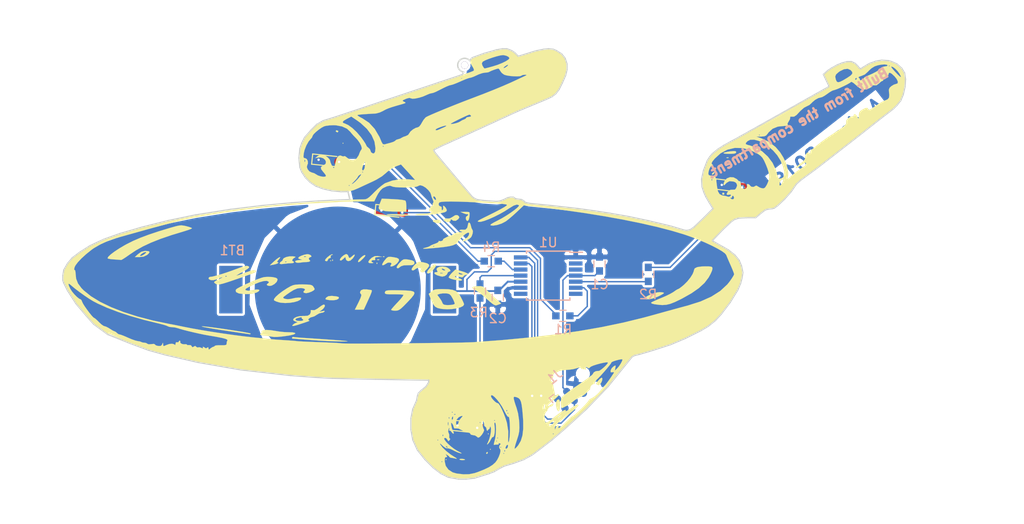
<source format=kicad_pcb>
(kicad_pcb (version 20171130) (host pcbnew "(5.0.0)")

  (general
    (thickness 1.6)
    (drawings 234)
    (tracks 87)
    (zones 0)
    (modules 15)
    (nets 19)
  )

  (page A4)
  (layers
    (0 F.Cu signal)
    (31 B.Cu signal)
    (36 B.SilkS user)
    (37 F.SilkS user)
    (38 B.Mask user)
    (39 F.Mask user)
    (41 Cmts.User user)
    (44 Edge.Cuts user)
    (45 Margin user)
    (46 B.CrtYd user)
    (47 F.CrtYd user)
  )

  (setup
    (last_trace_width 0.1524)
    (trace_clearance 0.1524)
    (zone_clearance 0.508)
    (zone_45_only no)
    (trace_min 0.1524)
    (segment_width 0.2)
    (edge_width 0.15)
    (via_size 0.508)
    (via_drill 0.254)
    (via_min_size 0.508)
    (via_min_drill 0.254)
    (uvia_size 0.3)
    (uvia_drill 0.1)
    (uvias_allowed no)
    (uvia_min_size 0.2)
    (uvia_min_drill 0.1)
    (pcb_text_width 0.3)
    (pcb_text_size 1.5 1.5)
    (mod_edge_width 0.15)
    (mod_text_size 1 1)
    (mod_text_width 0.15)
    (pad_size 0.762 0.762)
    (pad_drill 0.762)
    (pad_to_mask_clearance 0.0508)
    (aux_axis_origin 0 0)
    (visible_elements 7FFFFFFF)
    (pcbplotparams
      (layerselection 0x010fc_ffffffff)
      (usegerberextensions false)
      (usegerberattributes false)
      (usegerberadvancedattributes false)
      (creategerberjobfile false)
      (excludeedgelayer true)
      (linewidth 0.100000)
      (plotframeref false)
      (viasonmask false)
      (mode 1)
      (useauxorigin false)
      (hpglpennumber 1)
      (hpglpenspeed 20)
      (hpglpendiameter 15.000000)
      (psnegative false)
      (psa4output false)
      (plotreference true)
      (plotvalue true)
      (plotinvisibletext false)
      (padsonsilk false)
      (subtractmaskfromsilk false)
      (outputformat 1)
      (mirror false)
      (drillshape 1)
      (scaleselection 1)
      (outputdirectory ""))
  )

  (net 0 "")
  (net 1 +BATT)
  (net 2 GND)
  (net 3 /NRST)
  (net 4 "Net-(D1-Pad2)")
  (net 5 "Net-(D2-Pad2)")
  (net 6 "Net-(D3-Pad2)")
  (net 7 "Net-(D4-Pad2)")
  (net 8 "Net-(J1-Pad6)")
  (net 9 /SWCLK)
  (net 10 /SWDIO)
  (net 11 /RED_LED1)
  (net 12 /RED_LED2)
  (net 13 /BLUE_LED)
  (net 14 /WHT_LED)
  (net 15 "Net-(U1-Pad3)")
  (net 16 "Net-(U1-Pad2)")
  (net 17 "Net-(U1-Pad8)")
  (net 18 "Net-(U1-Pad7)")

  (net_class Default "This is the default net class."
    (clearance 0.1524)
    (trace_width 0.1524)
    (via_dia 0.508)
    (via_drill 0.254)
    (uvia_dia 0.3)
    (uvia_drill 0.1)
    (diff_pair_gap 0.254)
    (diff_pair_width 0.1524)
    (add_net +BATT)
    (add_net /BLUE_LED)
    (add_net /NRST)
    (add_net /RED_LED1)
    (add_net /RED_LED2)
    (add_net /SWCLK)
    (add_net /SWDIO)
    (add_net /WHT_LED)
    (add_net GND)
    (add_net "Net-(D1-Pad2)")
    (add_net "Net-(D2-Pad2)")
    (add_net "Net-(D3-Pad2)")
    (add_net "Net-(D4-Pad2)")
    (add_net "Net-(J1-Pad6)")
    (add_net "Net-(U1-Pad2)")
    (add_net "Net-(U1-Pad3)")
    (add_net "Net-(U1-Pad7)")
    (add_net "Net-(U1-Pad8)")
  )

  (net_class BATT ""
    (clearance 0.1524)
    (trace_width 0.254)
    (via_dia 0.635)
    (via_drill 0.3048)
    (uvia_dia 0.3)
    (uvia_drill 0.1)
    (diff_pair_gap 0.254)
    (diff_pair_width 0.1524)
  )

  (module LEDs:LED_0603_HandSoldering (layer F.Cu) (tedit 5BD3D222) (tstamp 5BC17910)
    (at 136.4 142 354)
    (descr "LED SMD 0603, hand soldering")
    (tags "LED 0603")
    (path /5BC215A6)
    (attr smd)
    (fp_text reference D3 (at 0 -1.45 354) (layer F.SilkS) hide
      (effects (font (size 1 1) (thickness 0.15)))
    )
    (fp_text value LED_Small (at 0 1.55 354) (layer F.Fab)
      (effects (font (size 1 1) (thickness 0.15)))
    )
    (fp_line (start -0.8 -0.4) (end -0.8 0.4) (layer F.Fab) (width 0.1))
    (fp_line (start 1.95 0.7) (end -1.96 0.7) (layer F.CrtYd) (width 0.05))
    (fp_line (start 1.95 0.7) (end 1.95 -0.7) (layer F.CrtYd) (width 0.05))
    (fp_line (start -1.96 -0.7) (end -1.96 0.7) (layer F.CrtYd) (width 0.05))
    (fp_line (start -1.96 -0.7) (end 1.95 -0.7) (layer F.CrtYd) (width 0.05))
    (fp_line (start -1.8 -0.55) (end 0.8 -0.55) (layer F.SilkS) (width 0.12))
    (fp_line (start -1.8 0.55) (end 0.8 0.55) (layer F.SilkS) (width 0.12))
    (fp_line (start -0.8 -0.4) (end 0.8 -0.4) (layer F.Fab) (width 0.1))
    (fp_line (start 0.8 -0.4) (end 0.8 0.4) (layer F.Fab) (width 0.1))
    (fp_line (start 0.8 0.4) (end -0.8 0.4) (layer F.Fab) (width 0.1))
    (fp_line (start 0.15 -0.2) (end 0.15 0.2) (layer F.Fab) (width 0.1))
    (fp_line (start 0.15 0.2) (end -0.15 0) (layer F.Fab) (width 0.1))
    (fp_line (start -0.15 0) (end 0.15 -0.2) (layer F.Fab) (width 0.1))
    (fp_line (start -0.2 -0.2) (end -0.2 0.2) (layer F.Fab) (width 0.1))
    (fp_line (start -1.8 -0.55) (end -1.8 0.55) (layer F.SilkS) (width 0.12))
    (pad 2 smd rect (at 1.1 0 354) (size 1.2 0.9) (layers F.Cu F.Paste F.Mask)
      (net 6 "Net-(D3-Pad2)"))
    (pad 1 smd rect (at -1.1 0 354) (size 1.2 0.9) (layers F.Cu F.Paste F.Mask)
      (net 2 GND))
    (model ${KISYS3DMOD}/LEDs.3dshapes/LED_0603.wrl
      (at (xyz 0 0 0))
      (scale (xyz 1 1 1))
      (rotate (xyz 0 0 180))
    )
  )

  (module Connect:Tag-Connect_TC2030-IDC-NL (layer B.Cu) (tedit 58A4CF26) (tstamp 5BC17939)
    (at 147.486661 138.708893 39)
    (descr "Tag-Connect programming header; http://www.tag-connect.com/Materials/TC2030-IDC-NL.pdf")
    (tags "tag connect programming header pogo pins")
    (path /5BC1AAA1)
    (attr virtual)
    (fp_text reference J1 (at 0 -2.7 39) (layer B.SilkS)
      (effects (font (size 1 1) (thickness 0.15)) (justify mirror))
    )
    (fp_text value Conn_02x03_Odd_Even (at 0 2.3 39) (layer B.Fab)
      (effects (font (size 1 1) (thickness 0.15)) (justify mirror))
    )
    (fp_text user %R (at 0 0 39) (layer B.Fab)
      (effects (font (size 1 1) (thickness 0.15)) (justify mirror))
    )
    (fp_line (start -3.5 2) (end 3.5 2) (layer B.CrtYd) (width 0.05))
    (fp_line (start 3.5 2) (end 3.5 -2) (layer B.CrtYd) (width 0.05))
    (fp_line (start 3.5 -2) (end -3.5 -2) (layer B.CrtYd) (width 0.05))
    (fp_line (start -3.5 -2) (end -3.5 2) (layer B.CrtYd) (width 0.05))
    (fp_line (start -1.27 -1.27) (end -1.905 -1.27) (layer B.SilkS) (width 0.12))
    (fp_line (start -1.905 -1.27) (end -1.905 -0.635) (layer B.SilkS) (width 0.12))
    (pad 6 connect circle (at 1.27 0.635 39) (size 0.7874 0.7874) (layers B.Cu B.Mask)
      (net 8 "Net-(J1-Pad6)"))
    (pad 5 connect circle (at 1.27 -0.635 39) (size 0.7874 0.7874) (layers B.Cu B.Mask)
      (net 2 GND))
    (pad 4 connect circle (at -0.000001 0.635 39) (size 0.7874 0.7874) (layers B.Cu B.Mask)
      (net 9 /SWCLK))
    (pad 3 connect circle (at 0.000001 -0.635 39) (size 0.7874 0.7874) (layers B.Cu B.Mask)
      (net 3 /NRST))
    (pad 2 connect circle (at -1.27 0.635 39) (size 0.7874 0.7874) (layers B.Cu B.Mask)
      (net 10 /SWDIO))
    (pad 1 connect circle (at -1.27 -0.635 39) (size 0.7874 0.7874) (layers B.Cu B.Mask)
      (net 1 +BATT))
    (pad "" np_thru_hole circle (at -2.54 0 39) (size 0.9906 0.9906) (drill 0.9906) (layers *.Cu *.Mask))
    (pad "" np_thru_hole circle (at 2.54 -1.015999 39) (size 0.9906 0.9906) (drill 0.9906) (layers *.Cu *.Mask))
    (pad "" np_thru_hole circle (at 2.539999 1.016 39) (size 0.9906 0.9906) (drill 0.9906) (layers *.Cu *.Mask))
  )

  (module Housings_SSOP:TSSOP-14_4.4x5mm_Pitch0.65mm (layer B.Cu) (tedit 54130A77) (tstamp 5BE74623)
    (at 145.1 125.8 180)
    (descr "14-Lead Plastic Thin Shrink Small Outline (ST)-4.4 mm Body [TSSOP] (see Microchip Packaging Specification 00000049BS.pdf)")
    (tags "SSOP 0.65")
    (path /5BC15926)
    (attr smd)
    (fp_text reference U1 (at 0 3.55 180) (layer B.SilkS)
      (effects (font (size 1 1) (thickness 0.15)) (justify mirror))
    )
    (fp_text value STM32L011D3Px (at 0 -3.55 180) (layer B.Fab)
      (effects (font (size 1 1) (thickness 0.15)) (justify mirror))
    )
    (fp_text user %R (at 0 0 180) (layer B.Fab)
      (effects (font (size 0.8 0.8) (thickness 0.15)) (justify mirror))
    )
    (fp_line (start -2.325 2.5) (end -3.675 2.5) (layer B.SilkS) (width 0.15))
    (fp_line (start -2.325 -2.625) (end 2.325 -2.625) (layer B.SilkS) (width 0.15))
    (fp_line (start -2.325 2.625) (end 2.325 2.625) (layer B.SilkS) (width 0.15))
    (fp_line (start -2.325 -2.625) (end -2.325 -2.4) (layer B.SilkS) (width 0.15))
    (fp_line (start 2.325 -2.625) (end 2.325 -2.4) (layer B.SilkS) (width 0.15))
    (fp_line (start 2.325 2.625) (end 2.325 2.4) (layer B.SilkS) (width 0.15))
    (fp_line (start -2.325 2.625) (end -2.325 2.5) (layer B.SilkS) (width 0.15))
    (fp_line (start -3.95 -2.8) (end 3.95 -2.8) (layer B.CrtYd) (width 0.05))
    (fp_line (start -3.95 2.8) (end 3.95 2.8) (layer B.CrtYd) (width 0.05))
    (fp_line (start 3.95 2.8) (end 3.95 -2.8) (layer B.CrtYd) (width 0.05))
    (fp_line (start -3.95 2.8) (end -3.95 -2.8) (layer B.CrtYd) (width 0.05))
    (fp_line (start -2.2 1.5) (end -1.2 2.5) (layer B.Fab) (width 0.15))
    (fp_line (start -2.2 -2.5) (end -2.2 1.5) (layer B.Fab) (width 0.15))
    (fp_line (start 2.2 -2.5) (end -2.2 -2.5) (layer B.Fab) (width 0.15))
    (fp_line (start 2.2 2.5) (end 2.2 -2.5) (layer B.Fab) (width 0.15))
    (fp_line (start -1.2 2.5) (end 2.2 2.5) (layer B.Fab) (width 0.15))
    (pad 14 smd rect (at 2.95 1.95 180) (size 1.45 0.45) (layers B.Cu B.Paste B.Mask)
      (net 9 /SWCLK))
    (pad 13 smd rect (at 2.95 1.3 180) (size 1.45 0.45) (layers B.Cu B.Paste B.Mask)
      (net 10 /SWDIO))
    (pad 12 smd rect (at 2.95 0.65 180) (size 1.45 0.45) (layers B.Cu B.Paste B.Mask)
      (net 14 /WHT_LED))
    (pad 11 smd rect (at 2.95 0 180) (size 1.45 0.45) (layers B.Cu B.Paste B.Mask)
      (net 13 /BLUE_LED))
    (pad 10 smd rect (at 2.95 -0.65 180) (size 1.45 0.45) (layers B.Cu B.Paste B.Mask)
      (net 1 +BATT))
    (pad 9 smd rect (at 2.95 -1.3 180) (size 1.45 0.45) (layers B.Cu B.Paste B.Mask)
      (net 2 GND))
    (pad 8 smd rect (at 2.95 -1.95 180) (size 1.45 0.45) (layers B.Cu B.Paste B.Mask)
      (net 17 "Net-(U1-Pad8)"))
    (pad 7 smd rect (at -2.95 -1.95 180) (size 1.45 0.45) (layers B.Cu B.Paste B.Mask)
      (net 18 "Net-(U1-Pad7)"))
    (pad 6 smd rect (at -2.95 -1.3 180) (size 1.45 0.45) (layers B.Cu B.Paste B.Mask)
      (net 11 /RED_LED1))
    (pad 5 smd rect (at -2.95 -0.65 180) (size 1.45 0.45) (layers B.Cu B.Paste B.Mask)
      (net 12 /RED_LED2))
    (pad 4 smd rect (at -2.95 0 180) (size 1.45 0.45) (layers B.Cu B.Paste B.Mask)
      (net 3 /NRST))
    (pad 3 smd rect (at -2.95 0.65 180) (size 1.45 0.45) (layers B.Cu B.Paste B.Mask)
      (net 15 "Net-(U1-Pad3)"))
    (pad 2 smd rect (at -2.95 1.3 180) (size 1.45 0.45) (layers B.Cu B.Paste B.Mask)
      (net 16 "Net-(U1-Pad2)"))
    (pad 1 smd rect (at -2.95 1.95 180) (size 1.45 0.45) (layers B.Cu B.Paste B.Mask)
      (net 2 GND))
    (model ${KISYS3DMOD}/Housings_SSOP.3dshapes/TSSOP-14_4.4x5mm_Pitch0.65mm.wrl
      (at (xyz 0 0 0))
      (scale (xyz 1 1 1))
      (rotate (xyz 0 0 0))
    )
  )

  (module new_footprints:BATT-HLD-001 (layer B.Cu) (tedit 5BD498F7) (tstamp 5BC178AF)
    (at 122.55 127.3)
    (path /5BC16975)
    (fp_text reference BT1 (at -11.3 -4.2) (layer B.SilkS)
      (effects (font (size 1 1) (thickness 0.15)) (justify mirror))
    )
    (fp_text value Battery_Cell (at 0 10.16) (layer B.Fab)
      (effects (font (size 1 1) (thickness 0.15)) (justify mirror))
    )
    (pad 1 smd rect (at -11.45 0) (size 2.5 5.1) (layers B.Cu B.Paste B.Mask)
      (net 1 +BATT))
    (pad 1 smd rect (at 11.45 0) (size 2.5 5.1) (layers B.Cu B.Paste B.Mask)
      (net 1 +BATT))
    (pad 2 smd circle (at 0 0) (size 17.8 17.8) (layers B.Cu B.Paste B.Mask)
      (net 2 GND))
  )

  (module LEDs:LED_0603_HandSoldering (layer F.Cu) (tedit 5BD3D205) (tstamp 5BC178E6)
    (at 121.60001 113.499913 354)
    (descr "LED SMD 0603, hand soldering")
    (tags "LED 0603")
    (path /5BBD7D0F)
    (attr smd)
    (fp_text reference D1 (at 0 -1.45 354) (layer F.SilkS) hide
      (effects (font (size 1 1) (thickness 0.15)))
    )
    (fp_text value LED_Small (at 0 1.55 354) (layer F.Fab)
      (effects (font (size 1 1) (thickness 0.15)))
    )
    (fp_line (start -0.8 -0.4) (end -0.8 0.4) (layer F.Fab) (width 0.1))
    (fp_line (start 1.95 0.7) (end -1.96 0.7) (layer F.CrtYd) (width 0.05))
    (fp_line (start 1.95 0.7) (end 1.95 -0.7) (layer F.CrtYd) (width 0.05))
    (fp_line (start -1.96 -0.7) (end -1.96 0.7) (layer F.CrtYd) (width 0.05))
    (fp_line (start -1.96 -0.7) (end 1.95 -0.7) (layer F.CrtYd) (width 0.05))
    (fp_line (start -1.8 -0.55) (end 0.8 -0.55) (layer F.SilkS) (width 0.12))
    (fp_line (start -1.8 0.55) (end 0.8 0.55) (layer F.SilkS) (width 0.12))
    (fp_line (start -0.8 -0.4) (end 0.8 -0.4) (layer F.Fab) (width 0.1))
    (fp_line (start 0.8 -0.4) (end 0.8 0.4) (layer F.Fab) (width 0.1))
    (fp_line (start 0.8 0.4) (end -0.8 0.4) (layer F.Fab) (width 0.1))
    (fp_line (start 0.15 -0.2) (end 0.15 0.2) (layer F.Fab) (width 0.1))
    (fp_line (start 0.15 0.2) (end -0.15 0) (layer F.Fab) (width 0.1))
    (fp_line (start -0.15 0) (end 0.15 -0.2) (layer F.Fab) (width 0.1))
    (fp_line (start -0.2 -0.2) (end -0.2 0.2) (layer F.Fab) (width 0.1))
    (fp_line (start -1.8 -0.55) (end -1.8 0.55) (layer F.SilkS) (width 0.12))
    (pad 2 smd rect (at 1.1 0 354) (size 1.2 0.9) (layers F.Cu F.Paste F.Mask)
      (net 4 "Net-(D1-Pad2)"))
    (pad 1 smd rect (at -1.1 0 354) (size 1.2 0.9) (layers F.Cu F.Paste F.Mask)
      (net 2 GND))
    (model ${KISYS3DMOD}/LEDs.3dshapes/LED_0603.wrl
      (at (xyz 0 0 0))
      (scale (xyz 1 1 1))
      (rotate (xyz 0 0 180))
    )
  )

  (module Capacitors_SMD:C_0603 (layer B.Cu) (tedit 59958EE7) (tstamp 5BC178D1)
    (at 139.7 128.131 90)
    (descr "Capacitor SMD 0603, reflow soldering, AVX (see smccp.pdf)")
    (tags "capacitor 0603")
    (path /5BBD652B)
    (attr smd)
    (fp_text reference C2 (at -2.25 0 180) (layer B.SilkS)
      (effects (font (size 1 1) (thickness 0.15)) (justify mirror))
    )
    (fp_text value 0.1uF (at 0 -1.5 90) (layer B.Fab)
      (effects (font (size 1 1) (thickness 0.15)) (justify mirror))
    )
    (fp_text user %R (at 0 0 90) (layer B.Fab)
      (effects (font (size 0.3 0.3) (thickness 0.075)) (justify mirror))
    )
    (fp_line (start -0.8 -0.4) (end -0.8 0.4) (layer B.Fab) (width 0.1))
    (fp_line (start 0.8 -0.4) (end -0.8 -0.4) (layer B.Fab) (width 0.1))
    (fp_line (start 0.8 0.4) (end 0.8 -0.4) (layer B.Fab) (width 0.1))
    (fp_line (start -0.8 0.4) (end 0.8 0.4) (layer B.Fab) (width 0.1))
    (fp_line (start -0.35 0.6) (end 0.35 0.6) (layer B.SilkS) (width 0.12))
    (fp_line (start 0.35 -0.6) (end -0.35 -0.6) (layer B.SilkS) (width 0.12))
    (fp_line (start -1.4 0.65) (end 1.4 0.65) (layer B.CrtYd) (width 0.05))
    (fp_line (start -1.4 0.65) (end -1.4 -0.65) (layer B.CrtYd) (width 0.05))
    (fp_line (start 1.4 -0.65) (end 1.4 0.65) (layer B.CrtYd) (width 0.05))
    (fp_line (start 1.4 -0.65) (end -1.4 -0.65) (layer B.CrtYd) (width 0.05))
    (pad 1 smd rect (at -0.75 0 90) (size 0.8 0.75) (layers B.Cu B.Paste B.Mask)
      (net 2 GND))
    (pad 2 smd rect (at 0.75 0 90) (size 0.8 0.75) (layers B.Cu B.Paste B.Mask)
      (net 1 +BATT))
    (model Capacitors_SMD.3dshapes/C_0603.wrl
      (at (xyz 0 0 0))
      (scale (xyz 1 1 1))
      (rotate (xyz 0 0 0))
    )
  )

  (module LEDs:LED_0603_HandSoldering (layer F.Cu) (tedit 5BD3D217) (tstamp 5BC17925)
    (at 128.369826 118.909419 354)
    (descr "LED SMD 0603, hand soldering")
    (tags "LED 0603")
    (path /5BC215DC)
    (attr smd)
    (fp_text reference D4 (at 0 -1.45 354) (layer F.SilkS) hide
      (effects (font (size 1 1) (thickness 0.15)))
    )
    (fp_text value LED_Small (at 0 1.55 354) (layer F.Fab)
      (effects (font (size 1 1) (thickness 0.15)))
    )
    (fp_line (start -1.8 -0.55) (end -1.8 0.55) (layer F.SilkS) (width 0.12))
    (fp_line (start -0.2 -0.2) (end -0.2 0.2) (layer F.Fab) (width 0.1))
    (fp_line (start -0.15 0) (end 0.15 -0.2) (layer F.Fab) (width 0.1))
    (fp_line (start 0.15 0.2) (end -0.15 0) (layer F.Fab) (width 0.1))
    (fp_line (start 0.15 -0.2) (end 0.15 0.2) (layer F.Fab) (width 0.1))
    (fp_line (start 0.8 0.4) (end -0.8 0.4) (layer F.Fab) (width 0.1))
    (fp_line (start 0.8 -0.4) (end 0.8 0.4) (layer F.Fab) (width 0.1))
    (fp_line (start -0.8 -0.4) (end 0.8 -0.4) (layer F.Fab) (width 0.1))
    (fp_line (start -1.8 0.55) (end 0.8 0.55) (layer F.SilkS) (width 0.12))
    (fp_line (start -1.8 -0.55) (end 0.8 -0.55) (layer F.SilkS) (width 0.12))
    (fp_line (start -1.96 -0.7) (end 1.95 -0.7) (layer F.CrtYd) (width 0.05))
    (fp_line (start -1.96 -0.7) (end -1.96 0.7) (layer F.CrtYd) (width 0.05))
    (fp_line (start 1.95 0.7) (end 1.95 -0.7) (layer F.CrtYd) (width 0.05))
    (fp_line (start 1.95 0.7) (end -1.96 0.7) (layer F.CrtYd) (width 0.05))
    (fp_line (start -0.8 -0.4) (end -0.8 0.4) (layer F.Fab) (width 0.1))
    (pad 1 smd rect (at -1.1 0 354) (size 1.2 0.9) (layers F.Cu F.Paste F.Mask)
      (net 2 GND))
    (pad 2 smd rect (at 1.1 0 354) (size 1.2 0.9) (layers F.Cu F.Paste F.Mask)
      (net 7 "Net-(D4-Pad2)"))
    (model ${KISYS3DMOD}/LEDs.3dshapes/LED_0603.wrl
      (at (xyz 0 0 0))
      (scale (xyz 1 1 1))
      (rotate (xyz 0 0 180))
    )
  )

  (module Capacitors_SMD:C_0603 (layer B.Cu) (tedit 59958EE7) (tstamp 5BC178C0)
    (at 150.6 124.55 270)
    (descr "Capacitor SMD 0603, reflow soldering, AVX (see smccp.pdf)")
    (tags "capacitor 0603")
    (path /5BBD6DC4)
    (attr smd)
    (fp_text reference C1 (at 2.196 -0.022) (layer B.SilkS)
      (effects (font (size 1 1) (thickness 0.15)) (justify mirror))
    )
    (fp_text value 0.1uF (at 0 -1.5 270) (layer B.Fab)
      (effects (font (size 1 1) (thickness 0.15)) (justify mirror))
    )
    (fp_line (start 1.4 -0.65) (end -1.4 -0.65) (layer B.CrtYd) (width 0.05))
    (fp_line (start 1.4 -0.65) (end 1.4 0.65) (layer B.CrtYd) (width 0.05))
    (fp_line (start -1.4 0.65) (end -1.4 -0.65) (layer B.CrtYd) (width 0.05))
    (fp_line (start -1.4 0.65) (end 1.4 0.65) (layer B.CrtYd) (width 0.05))
    (fp_line (start 0.35 -0.6) (end -0.35 -0.6) (layer B.SilkS) (width 0.12))
    (fp_line (start -0.35 0.6) (end 0.35 0.6) (layer B.SilkS) (width 0.12))
    (fp_line (start -0.8 0.4) (end 0.8 0.4) (layer B.Fab) (width 0.1))
    (fp_line (start 0.8 0.4) (end 0.8 -0.4) (layer B.Fab) (width 0.1))
    (fp_line (start 0.8 -0.4) (end -0.8 -0.4) (layer B.Fab) (width 0.1))
    (fp_line (start -0.8 -0.4) (end -0.8 0.4) (layer B.Fab) (width 0.1))
    (fp_text user %R (at 0 0 270) (layer B.Fab)
      (effects (font (size 0.3 0.3) (thickness 0.075)) (justify mirror))
    )
    (pad 2 smd rect (at 0.75 0 270) (size 0.8 0.75) (layers B.Cu B.Paste B.Mask)
      (net 3 /NRST))
    (pad 1 smd rect (at -0.75 0 270) (size 0.8 0.75) (layers B.Cu B.Paste B.Mask)
      (net 2 GND))
    (model Capacitors_SMD.3dshapes/C_0603.wrl
      (at (xyz 0 0 0))
      (scale (xyz 1 1 1))
      (rotate (xyz 0 0 0))
    )
  )

  (module LEDs:LED_0603_HandSoldering (layer F.Cu) (tedit 5BD3D20D) (tstamp 5BC178FB)
    (at 164.8 116.2 353)
    (descr "LED SMD 0603, hand soldering")
    (tags "LED 0603")
    (path /5BC21574)
    (attr smd)
    (fp_text reference D2 (at 0 -1.45 353) (layer F.SilkS) hide
      (effects (font (size 1 1) (thickness 0.15)))
    )
    (fp_text value LED_Small (at 0 1.55 353) (layer F.Fab)
      (effects (font (size 1 1) (thickness 0.15)))
    )
    (fp_line (start -1.8 -0.55) (end -1.8 0.55) (layer F.SilkS) (width 0.12))
    (fp_line (start -0.2 -0.2) (end -0.2 0.2) (layer F.Fab) (width 0.1))
    (fp_line (start -0.15 0) (end 0.15 -0.2) (layer F.Fab) (width 0.1))
    (fp_line (start 0.15 0.2) (end -0.15 0) (layer F.Fab) (width 0.1))
    (fp_line (start 0.15 -0.2) (end 0.15 0.2) (layer F.Fab) (width 0.1))
    (fp_line (start 0.8 0.4) (end -0.8 0.4) (layer F.Fab) (width 0.1))
    (fp_line (start 0.8 -0.4) (end 0.8 0.4) (layer F.Fab) (width 0.1))
    (fp_line (start -0.8 -0.4) (end 0.8 -0.4) (layer F.Fab) (width 0.1))
    (fp_line (start -1.8 0.55) (end 0.8 0.55) (layer F.SilkS) (width 0.12))
    (fp_line (start -1.8 -0.55) (end 0.8 -0.55) (layer F.SilkS) (width 0.12))
    (fp_line (start -1.96 -0.7) (end 1.95 -0.7) (layer F.CrtYd) (width 0.05))
    (fp_line (start -1.96 -0.7) (end -1.96 0.7) (layer F.CrtYd) (width 0.05))
    (fp_line (start 1.95 0.7) (end 1.95 -0.7) (layer F.CrtYd) (width 0.05))
    (fp_line (start 1.95 0.7) (end -1.96 0.7) (layer F.CrtYd) (width 0.05))
    (fp_line (start -0.8 -0.4) (end -0.8 0.4) (layer F.Fab) (width 0.1))
    (pad 1 smd rect (at -1.1 0 353) (size 1.2 0.9) (layers F.Cu F.Paste F.Mask)
      (net 2 GND))
    (pad 2 smd rect (at 1.1 0 353) (size 1.2 0.9) (layers F.Cu F.Paste F.Mask)
      (net 5 "Net-(D2-Pad2)"))
    (model ${KISYS3DMOD}/LEDs.3dshapes/LED_0603.wrl
      (at (xyz 0 0 0))
      (scale (xyz 1 1 1))
      (rotate (xyz 0 0 180))
    )
  )

  (module new_footprints:1.8mm_Hole (layer F.Cu) (tedit 5BE793C5) (tstamp 5BE79BD7)
    (at 136.144 103.251)
    (fp_text reference REF** (at 0 -3) (layer F.SilkS) hide
      (effects (font (size 1 1) (thickness 0.15)))
    )
    (fp_text value 1.3mm_Hole (at 0 3) (layer F.Fab) hide
      (effects (font (size 1 1) (thickness 0.15)))
    )
    (pad 1 thru_hole circle (at 0 0) (size 0.762 0.762) (drill 0.762) (layers *.Mask F.Cu))
  )

  (module new_footprints:enterprise_230dpi_silk (layer F.Cu) (tedit 5BE78F6F) (tstamp 5BD499E6)
    (at 138.3 124.7)
    (fp_text reference G*** (at 26.546 12.968) (layer F.SilkS) hide
      (effects (font (size 1.524 1.524) (thickness 0.3)))
    )
    (fp_text value LOGO (at 26.546 15) (layer F.SilkS) hide
      (effects (font (size 1.524 1.524) (thickness 0.3)))
    )
    (fp_poly (pts (xy -15.702811 -14.409299) (xy -15.681739 -14.356522) (xy -15.761002 -14.249248) (xy -15.785657 -14.246087)
      (xy -15.935223 -14.326362) (xy -15.957826 -14.356522) (xy -15.932791 -14.451065) (xy -15.853909 -14.466957)
      (xy -15.702811 -14.409299)) (layer F.SilkS) (width 0.01))
    (fp_poly (pts (xy -15.129566 -13.086522) (xy -15.184783 -13.031304) (xy -15.24 -13.086522) (xy -15.184783 -13.141739)
      (xy -15.129566 -13.086522)) (layer F.SilkS) (width 0.01))
    (fp_poly (pts (xy 26.869459 -12.233436) (xy 26.941002 -12.165095) (xy 26.946087 -12.120218) (xy 26.900284 -12.026459)
      (xy 26.735079 -11.973116) (xy 26.408779 -11.95035) (xy 26.214356 -11.947543) (xy 25.843024 -11.95842)
      (xy 25.620579 -11.99243) (xy 25.580843 -12.041539) (xy 25.73757 -12.107222) (xy 26.039618 -12.174203)
      (xy 26.312574 -12.214214) (xy 26.675832 -12.247458) (xy 26.869459 -12.233436)) (layer F.SilkS) (width 0.01))
    (fp_poly (pts (xy 27.544587 -11.995885) (xy 27.553478 -11.926957) (xy 27.41737 -11.820827) (xy 27.387826 -11.816522)
      (xy 27.244809 -11.896475) (xy 27.222174 -11.926957) (xy 27.256858 -12.013081) (xy 27.387826 -12.037391)
      (xy 27.544587 -11.995885)) (layer F.SilkS) (width 0.01))
    (fp_poly (pts (xy 26.143134 -11.551939) (xy 26.110198 -11.501745) (xy 25.998188 -11.493936) (xy 25.88035 -11.520906)
      (xy 25.931467 -11.560657) (xy 26.104063 -11.573822) (xy 26.143134 -11.551939)) (layer F.SilkS) (width 0.01))
    (fp_poly (pts (xy 24.600898 -9.881749) (xy 24.48946 -9.754256) (xy 24.386047 -9.718261) (xy 24.341531 -9.78136)
      (xy 24.408302 -9.886582) (xy 24.543341 -10.002351) (xy 24.598534 -10.004364) (xy 24.600898 -9.881749)) (layer F.SilkS) (width 0.01))
    (fp_poly (pts (xy 27.71913 -8.558696) (xy 27.663913 -8.503478) (xy 27.608695 -8.558696) (xy 27.663913 -8.613913)
      (xy 27.71913 -8.558696)) (layer F.SilkS) (width 0.01))
    (fp_poly (pts (xy 27.94 -8.337826) (xy 27.884782 -8.282609) (xy 27.829565 -8.337826) (xy 27.884782 -8.393044)
      (xy 27.94 -8.337826)) (layer F.SilkS) (width 0.01))
    (fp_poly (pts (xy 25.645388 -7.768803) (xy 25.670257 -7.739867) (xy 25.659237 -7.595482) (xy 25.630301 -7.570612)
      (xy 25.485916 -7.581632) (xy 25.461047 -7.610568) (xy 25.472067 -7.754953) (xy 25.501002 -7.779823)
      (xy 25.645388 -7.768803)) (layer F.SilkS) (width 0.01))
    (fp_poly (pts (xy -9.794832 -7.093697) (xy -9.249083 -7.058631) (xy -8.822026 -7.010463) (xy -8.551879 -6.954385)
      (xy -8.477561 -6.914771) (xy -8.428835 -6.737191) (xy -8.398961 -6.429539) (xy -8.394735 -6.267174)
      (xy -8.393044 -5.742609) (xy -9.414566 -5.755419) (xy -9.892121 -5.766023) (xy -10.304626 -5.783538)
      (xy -10.588426 -5.804917) (xy -10.656957 -5.814937) (xy -10.954037 -5.877975) (xy -11.126305 -5.914665)
      (xy -11.306003 -5.995663) (xy -11.363152 -6.161828) (xy -11.301539 -6.452986) (xy -11.202875 -6.719953)
      (xy -11.030968 -7.149592) (xy -9.794832 -7.093697)) (layer F.SilkS) (width 0.01))
    (fp_poly (pts (xy -9.38778 -5.487248) (xy -9.371269 -5.48701) (xy -8.850718 -5.473223) (xy -8.426307 -5.450192)
      (xy -8.137666 -5.420957) (xy -8.02442 -5.388559) (xy -8.024961 -5.383696) (xy -8.153145 -5.34582)
      (xy -8.445972 -5.322491) (xy -8.847742 -5.312997) (xy -9.302755 -5.316628) (xy -9.755313 -5.332671)
      (xy -10.149716 -5.360416) (xy -10.430264 -5.399152) (xy -10.491305 -5.415192) (xy -10.511159 -5.452194)
      (xy -10.324484 -5.477138) (xy -9.945338 -5.489123) (xy -9.38778 -5.487248)) (layer F.SilkS) (width 0.01))
    (fp_poly (pts (xy -1.850341 -5.728245) (xy -1.665978 -5.703847) (xy -1.643854 -5.693129) (xy -1.622311 -5.562262)
      (xy -1.628869 -5.295903) (xy -1.637047 -5.196172) (xy -1.705535 -4.896119) (xy -1.817136 -4.754692)
      (xy -1.937732 -4.791396) (xy -2.021591 -4.976321) (xy -2.007053 -5.193139) (xy -1.924037 -5.264223)
      (xy -1.783231 -5.376929) (xy -1.766957 -5.429637) (xy -1.827772 -5.493495) (xy -1.849783 -5.48372)
      (xy -1.998131 -5.488871) (xy -2.245635 -5.570743) (xy -2.263913 -5.578668) (xy -2.595218 -5.72467)
      (xy -2.144276 -5.733639) (xy -1.850341 -5.728245)) (layer F.SilkS) (width 0.01))
    (fp_poly (pts (xy -2.784465 -5.280291) (xy -2.719011 -5.136372) (xy -2.830097 -4.954108) (xy -2.834711 -4.948986)
      (xy -3.105289 -4.771256) (xy -3.382522 -4.790169) (xy -3.511826 -4.881218) (xy -3.618928 -4.945957)
      (xy -3.644348 -4.826) (xy -3.732972 -4.684619) (xy -3.946967 -4.638713) (xy -4.208518 -4.697162)
      (xy -4.306957 -4.750387) (xy -4.417082 -4.85421) (xy -4.329102 -4.952394) (xy -4.306957 -4.967044)
      (xy -4.063594 -5.030269) (xy -3.947524 -5.014655) (xy -3.729999 -5.037008) (xy -3.471539 -5.176416)
      (xy -3.463283 -5.182828) (xy -3.166264 -5.371882) (xy -2.945573 -5.389173) (xy -2.784465 -5.280291)) (layer F.SilkS) (width 0.01))
    (fp_poly (pts (xy -4.770805 -4.780146) (xy -4.737297 -4.727398) (xy -4.693475 -4.593177) (xy -4.788761 -4.537587)
      (xy -5.007375 -4.527826) (xy -5.301661 -4.570073) (xy -5.503854 -4.67261) (xy -5.511403 -4.681024)
      (xy -5.557576 -4.787268) (xy -5.444385 -4.848832) (xy -5.241326 -4.880596) (xy -4.93818 -4.881995)
      (xy -4.770805 -4.780146)) (layer F.SilkS) (width 0.01))
    (fp_poly (pts (xy -1.545454 -4.466223) (xy -1.484685 -4.257611) (xy -1.410765 -3.980633) (xy -1.325341 -3.812883)
      (xy -1.312293 -3.802012) (xy -1.264636 -3.660429) (xy -1.295096 -3.410862) (xy -1.385701 -3.1442)
      (xy -1.470445 -3.002066) (xy -1.66972 -2.830406) (xy -1.947375 -2.673997) (xy -2.213143 -2.576897)
      (xy -2.354226 -2.570708) (xy -2.355721 -2.641689) (xy -2.196261 -2.762674) (xy -2.133696 -2.797074)
      (xy -1.881002 -2.985389) (xy -1.710153 -3.215964) (xy -1.661241 -3.423677) (xy -1.699181 -3.502949)
      (xy -1.832532 -3.495935) (xy -2.059214 -3.363158) (xy -2.32802 -3.145865) (xy -2.587744 -2.885301)
      (xy -2.782473 -2.630369) (xy -2.934515 -2.428056) (xy -3.12968 -2.271695) (xy -3.402112 -2.150576)
      (xy -3.785954 -2.053992) (xy -4.315352 -1.971232) (xy -5.024448 -1.891588) (xy -5.190435 -1.87513)
      (xy -5.843514 -1.816392) (xy -6.301605 -1.786389) (xy -6.559136 -1.785041) (xy -6.610536 -1.812272)
      (xy -6.450232 -1.868002) (xy -6.354634 -1.891532) (xy -6.064647 -1.975425) (xy -5.914157 -2.043044)
      (xy -5.521739 -2.043044) (xy -5.466522 -1.987826) (xy -5.411305 -2.043044) (xy -5.466522 -2.098261)
      (xy -5.521739 -2.043044) (xy -5.914157 -2.043044) (xy -5.879723 -2.058516) (xy -5.857678 -2.078331)
      (xy -5.723766 -2.161183) (xy -5.457597 -2.26991) (xy -5.332139 -2.312621) (xy -5.067147 -2.42439)
      (xy -4.93559 -2.533868) (xy -4.935072 -2.573531) (xy -4.931189 -2.631126) (xy -4.877068 -2.606304)
      (xy -4.687261 -2.591224) (xy -4.55631 -2.6411) (xy -4.445498 -2.73115) (xy -4.470974 -2.757512)
      (xy -4.469783 -2.798224) (xy -4.326999 -2.89371) (xy -4.104295 -3.01234) (xy -3.863346 -3.122485)
      (xy -3.665827 -3.192518) (xy -3.603053 -3.202609) (xy -3.40915 -3.280536) (xy -3.313044 -3.368261)
      (xy -3.113646 -3.480216) (xy -2.792936 -3.541308) (xy -2.719739 -3.544921) (xy -2.459855 -3.557643)
      (xy -2.403636 -3.583595) (xy -2.533932 -3.63108) (xy -2.538887 -3.632464) (xy -2.714015 -3.711542)
      (xy -2.675942 -3.794236) (xy -2.458638 -3.837993) (xy -2.345751 -3.819649) (xy -2.068148 -3.826298)
      (xy -1.877685 -4.013304) (xy -1.816722 -4.266816) (xy -1.762036 -4.532943) (xy -1.657766 -4.599028)
      (xy -1.545454 -4.466223)) (layer F.SilkS) (width 0.01))
    (fp_poly (pts (xy -10.748986 -0.957102) (xy -10.764145 -0.891448) (xy -10.822609 -0.883478) (xy -10.913509 -0.923885)
      (xy -10.896232 -0.957102) (xy -10.765172 -0.970318) (xy -10.748986 -0.957102)) (layer F.SilkS) (width 0.01))
    (fp_poly (pts (xy -36.014856 -1.518056) (xy -35.909163 -1.426825) (xy -36.010545 -1.261688) (xy -36.182285 -1.112363)
      (xy -36.556583 -0.931228) (xy -36.982937 -0.886716) (xy -37.492609 -0.889953) (xy -37.300104 -1.065064)
      (xy -36.932137 -1.065064) (xy -36.913099 -0.99919) (xy -36.775006 -1.021282) (xy -36.559821 -1.131782)
      (xy -36.443479 -1.214783) (xy -36.278222 -1.365062) (xy -36.29271 -1.427418) (xy -36.348418 -1.433197)
      (xy -36.559492 -1.367874) (xy -36.790157 -1.218457) (xy -36.932137 -1.065064) (xy -37.300104 -1.065064)
      (xy -37.131954 -1.21802) (xy -36.795661 -1.456979) (xy -36.438271 -1.542976) (xy -36.331302 -1.546087)
      (xy -36.014856 -1.518056)) (layer F.SilkS) (width 0.01))
    (fp_poly (pts (xy -11.294258 -0.618895) (xy -11.327193 -0.568701) (xy -11.439203 -0.560893) (xy -11.557041 -0.587863)
      (xy -11.505924 -0.627614) (xy -11.333328 -0.640779) (xy -11.294258 -0.618895)) (layer F.SilkS) (width 0.01))
    (fp_poly (pts (xy -32.212809 -4.250479) (xy -31.975512 -4.197635) (xy -31.644488 -4.105953) (xy -31.422244 -4.020902)
      (xy -31.363479 -3.974102) (xy -31.461688 -3.910014) (xy -31.722736 -3.807402) (xy -32.096251 -3.685409)
      (xy -32.219348 -3.648868) (xy -33.575936 -3.235676) (xy -34.742029 -2.836658) (xy -35.746415 -2.439547)
      (xy -36.617881 -2.032079) (xy -37.385215 -1.601989) (xy -38.023885 -1.175822) (xy -38.401249 -0.910407)
      (xy -38.711737 -0.705875) (xy -38.912699 -0.589594) (xy -38.96258 -0.573453) (xy -39.105282 -0.590436)
      (xy -39.400545 -0.613346) (xy -39.728913 -0.63394) (xy -40.086528 -0.667702) (xy -40.33597 -0.716943)
      (xy -40.419131 -0.765463) (xy -40.325458 -0.934059) (xy -40.064497 -1.179679) (xy -39.666332 -1.480217)
      (xy -39.161048 -1.813567) (xy -38.578731 -2.157622) (xy -38.364071 -2.275519) (xy -37.673434 -2.620492)
      (xy -36.895157 -2.955225) (xy -35.997755 -3.291417) (xy -34.949743 -3.640768) (xy -33.719636 -4.014978)
      (xy -33.549207 -4.064752) (xy -33.075638 -4.197079) (xy -32.742018 -4.268177) (xy -32.477894 -4.283994)
      (xy -32.212809 -4.250479)) (layer F.SilkS) (width 0.01))
    (fp_poly (pts (xy -14.671038 -1.121879) (xy -14.60939 -0.993913) (xy -14.54054 -0.817436) (xy -14.435076 -0.800394)
      (xy -14.244201 -0.944928) (xy -14.170379 -1.013164) (xy -13.986779 -1.151281) (xy -13.921973 -1.129012)
      (xy -13.978576 -0.973813) (xy -14.143668 -0.732719) (xy -14.393328 -0.512124) (xy -14.637661 -0.449409)
      (xy -14.822827 -0.549292) (xy -14.878199 -0.668349) (xy -14.937458 -0.894958) (xy -15.187514 -0.660043)
      (xy -15.390836 -0.512541) (xy -15.510216 -0.543862) (xy -15.518516 -0.556103) (xy -15.492876 -0.69774)
      (xy -15.33885 -0.890584) (xy -15.119578 -1.075831) (xy -14.898197 -1.194679) (xy -14.815531 -1.210811)
      (xy -14.671038 -1.121879)) (layer F.SilkS) (width 0.01))
    (fp_poly (pts (xy -16.270725 -0.625797) (xy -16.257508 -0.494737) (xy -16.270725 -0.478551) (xy -16.336378 -0.49371)
      (xy -16.344348 -0.552174) (xy -16.303942 -0.643074) (xy -16.270725 -0.625797)) (layer F.SilkS) (width 0.01))
    (fp_poly (pts (xy -16.454783 -0.496957) (xy -16.51 -0.441739) (xy -16.565218 -0.496957) (xy -16.51 -0.552174)
      (xy -16.454783 -0.496957)) (layer F.SilkS) (width 0.01))
    (fp_poly (pts (xy -16.26527 -1.130048) (xy -16.368491 -1.113067) (xy -16.504296 -1.040694) (xy -16.494719 -0.938696)
      (xy -16.513217 -0.797329) (xy -16.60862 -0.773044) (xy -16.762479 -0.68969) (xy -16.786087 -0.607391)
      (xy -16.874487 -0.46098) (xy -16.951739 -0.441739) (xy -17.098854 -0.490372) (xy -17.117392 -0.531513)
      (xy -17.036955 -0.687417) (xy -16.843372 -0.885867) (xy -16.608235 -1.068186) (xy -16.403136 -1.175698)
      (xy -16.325612 -1.180444) (xy -16.26527 -1.130048)) (layer F.SilkS) (width 0.01))
    (fp_poly (pts (xy -12.779982 -1.06425) (xy -12.854027 -0.928146) (xy -13.043403 -0.719002) (xy -13.344795 -0.436425)
      (xy -13.524179 -0.334158) (xy -13.580031 -0.413069) (xy -13.579989 -0.414131) (xy -13.49404 -0.588749)
      (xy -13.297385 -0.809766) (xy -13.065709 -1.005084) (xy -12.874696 -1.102604) (xy -12.85544 -1.104348)
      (xy -12.779982 -1.06425)) (layer F.SilkS) (width 0.01))
    (fp_poly (pts (xy -11.374783 -0.987764) (xy -10.988261 -0.912554) (xy -11.398926 -0.898016) (xy -11.667598 -0.868349)
      (xy -11.75808 -0.790969) (xy -11.74429 -0.71331) (xy -11.734411 -0.577242) (xy -11.775365 -0.560736)
      (xy -12.016523 -0.558349) (xy -12.139589 -0.478567) (xy -12.111021 -0.370754) (xy -11.954566 -0.296995)
      (xy -11.917135 -0.261318) (xy -12.06805 -0.236638) (xy -12.128315 -0.23368) (xy -12.381312 -0.249822)
      (xy -12.464255 -0.338064) (xy -12.45962 -0.400317) (xy -12.3514 -0.581288) (xy -12.132423 -0.791239)
      (xy -12.092609 -0.821369) (xy -11.78502 -0.988338) (xy -11.46772 -1.003406) (xy -11.374783 -0.987764)) (layer F.SilkS) (width 0.01))
    (fp_poly (pts (xy -18.909093 -1.193411) (xy -18.704228 -1.125923) (xy -18.580375 -1.015484) (xy -18.576116 -0.916941)
      (xy -18.691087 -0.883478) (xy -18.829465 -0.794878) (xy -18.847537 -0.717826) (xy -18.79422 -0.570772)
      (xy -18.74899 -0.552174) (xy -18.69829 -0.484439) (xy -18.714097 -0.44918) (xy -18.860519 -0.375603)
      (xy -19.079528 -0.354189) (xy -19.42327 -0.338268) (xy -19.712609 -0.299071) (xy -19.994091 -0.271126)
      (xy -20.181957 -0.29283) (xy -20.321152 -0.395927) (xy -20.26382 -0.489539) (xy -20.034051 -0.553605)
      (xy -19.850652 -0.568721) (xy -19.601932 -0.584432) (xy -19.568978 -0.607571) (xy -19.685 -0.631273)
      (xy -19.905454 -0.698808) (xy -19.988696 -0.786014) (xy -19.892196 -0.90567) (xy -19.884241 -0.909881)
      (xy -19.388624 -0.909881) (xy -19.280073 -0.892197) (xy -19.136837 -0.912501) (xy -19.135127 -0.950199)
      (xy -19.282932 -0.976562) (xy -19.346794 -0.958918) (xy -19.388624 -0.909881) (xy -19.884241 -0.909881)
      (xy -19.652717 -1.032438) (xy -19.345291 -1.138003) (xy -19.044949 -1.194052) (xy -18.909093 -1.193411)) (layer F.SilkS) (width 0.01))
    (fp_poly (pts (xy -11.522029 -0.294493) (xy -11.508812 -0.163433) (xy -11.522029 -0.147247) (xy -11.587683 -0.162406)
      (xy -11.595652 -0.22087) (xy -11.555246 -0.31177) (xy -11.522029 -0.294493)) (layer F.SilkS) (width 0.01))
    (fp_poly (pts (xy -20.325554 -0.936461) (xy -20.26382 -0.89435) (xy -20.372168 -0.824991) (xy -20.375218 -0.823528)
      (xy -20.550107 -0.690898) (xy -20.630558 -0.542626) (xy -20.586156 -0.44881) (xy -20.54087 -0.441739)
      (xy -20.433917 -0.357462) (xy -20.430435 -0.32955) (xy -20.525461 -0.251081) (xy -20.734131 -0.226491)
      (xy -21.042276 -0.214003) (xy -21.422227 -0.171573) (xy -21.507174 -0.158487) (xy -21.83077 -0.127942)
      (xy -21.968365 -0.177046) (xy -21.976522 -0.209795) (xy -21.887947 -0.357379) (xy -21.81087 -0.401803)
      (xy -21.807388 -0.404928) (xy -21.387537 -0.404928) (xy -21.372377 -0.339274) (xy -21.313913 -0.331304)
      (xy -21.223013 -0.371711) (xy -21.24029 -0.404928) (xy -21.37135 -0.418145) (xy -21.387537 -0.404928)
      (xy -21.807388 -0.404928) (xy -21.664234 -0.533377) (xy -21.645218 -0.605809) (xy -21.545596 -0.759208)
      (xy -21.289867 -0.88541) (xy -20.942734 -0.962292) (xy -20.582685 -0.969085) (xy -20.325554 -0.936461)) (layer F.SilkS) (width 0.01))
    (fp_poly (pts (xy -21.914987 -0.829999) (xy -22.037805 -0.661167) (xy -22.086957 -0.607391) (xy -22.238904 -0.409394)
      (xy -22.210606 -0.332256) (xy -22.194555 -0.331304) (xy -22.091243 -0.302444) (xy -22.154021 -0.233263)
      (xy -22.338333 -0.149861) (xy -22.599623 -0.078338) (xy -22.639131 -0.070879) (xy -23.025652 -0.002116)
      (xy -22.560581 -0.442797) (xy -22.287726 -0.678448) (xy -22.069484 -0.828375) (xy -21.935392 -0.882313)
      (xy -21.914987 -0.829999)) (layer F.SilkS) (width 0.01))
    (fp_poly (pts (xy -9.824889 -0.88299) (xy -9.407439 -0.800725) (xy -9.198888 -0.677763) (xy -9.188597 -0.49763)
      (xy -9.365928 -0.243852) (xy -9.393084 -0.21431) (xy -9.598939 -0.042758) (xy -9.820347 0.075181)
      (xy -10.007641 0.127394) (xy -10.111155 0.101763) (xy -10.08122 -0.013825) (xy -10.05065 -0.053911)
      (xy -9.978131 -0.199378) (xy -10.101647 -0.290147) (xy -10.107356 -0.292356) (xy -10.352817 -0.295127)
      (xy -10.478707 -0.237742) (xy -10.797026 -0.041497) (xy -10.968584 -0.007679) (xy -10.984745 -0.126364)
      (xy -10.836877 -0.387629) (xy -10.731298 -0.528028) (xy -10.521909 -0.777205) (xy -10.351423 -0.894818)
      (xy -10.130204 -0.915971) (xy -9.824889 -0.88299)) (layer F.SilkS) (width 0.01))
    (fp_poly (pts (xy -8.209591 -0.622075) (xy -7.793211 -0.539067) (xy -7.57285 -0.422259) (xy -7.524336 -0.255148)
      (xy -7.547761 -0.170189) (xy -7.64572 -0.064482) (xy -7.86627 -0.016652) (xy -8.225115 -0.014156)
      (xy -8.673757 0.001858) (xy -8.959817 0.092098) (xy -9.036822 0.14861) (xy -9.247385 0.306747)
      (xy -9.377277 0.301881) (xy -9.434426 0.233406) (xy -9.4009 0.103522) (xy -9.248976 -0.121727)
      (xy -9.114986 -0.279294) (xy -8.875614 -0.523621) (xy -8.685548 -0.635431) (xy -8.450821 -0.6503)
      (xy -8.209591 -0.622075)) (layer F.SilkS) (width 0.01))
    (fp_poly (pts (xy -6.822799 -0.365435) (xy -6.576965 -0.322914) (xy -6.168646 -0.218053) (xy -5.970052 -0.084433)
      (xy -5.970138 0.10014) (xy -6.157857 0.35786) (xy -6.210456 0.413458) (xy -6.438976 0.640885)
      (xy -6.583101 0.73908) (xy -6.71017 0.739315) (xy -6.823957 0.698368) (xy -6.90734 0.604977)
      (xy -6.845752 0.495504) (xy -6.810671 0.358085) (xy -6.924663 0.274829) (xy -7.119435 0.260713)
      (xy -7.326696 0.330713) (xy -7.388132 0.376568) (xy -7.591727 0.515309) (xy -7.711522 0.552174)
      (xy -7.833425 0.48658) (xy -7.797246 0.31073) (xy -7.61437 0.05602) (xy -7.481957 -0.081065)
      (xy -7.253525 -0.284066) (xy -7.065639 -0.370349) (xy -6.822799 -0.365435)) (layer F.SilkS) (width 0.01))
    (fp_poly (pts (xy -5.213091 -0.062585) (xy -5.232772 0.089956) (xy -5.42061 0.360676) (xy -5.53318 0.493114)
      (xy -5.800807 0.75029) (xy -6.019491 0.873759) (xy -6.154592 0.850032) (xy -6.181111 0.745435)
      (xy -6.100983 0.559975) (xy -5.909985 0.315934) (xy -5.672781 0.080523) (xy -5.454036 -0.079049)
      (xy -5.357644 -0.110435) (xy -5.213091 -0.062585)) (layer F.SilkS) (width 0.01))
    (fp_poly (pts (xy -4.186837 0.170599) (xy -3.984373 0.250106) (xy -3.76287 0.405637) (xy -3.668467 0.555786)
      (xy -3.723243 0.650943) (xy -3.800797 0.662609) (xy -3.95308 0.74512) (xy -3.975652 0.824375)
      (xy -4.069509 1.00189) (xy -4.289711 1.150588) (xy -4.544206 1.208698) (xy -4.548175 1.208549)
      (xy -4.744639 1.170479) (xy -5.035701 1.085339) (xy -5.08 1.070506) (xy -5.323606 0.946114)
      (xy -5.385434 0.850647) (xy -4.790178 0.850647) (xy -4.638261 0.866041) (xy -4.481485 0.848686)
      (xy -4.500218 0.810339) (xy -4.726316 0.795753) (xy -4.776305 0.810339) (xy -4.790178 0.850647)
      (xy -5.385434 0.850647) (xy -5.404753 0.820818) (xy -5.312769 0.737758) (xy -5.165147 0.726345)
      (xy -5.039446 0.699234) (xy -5.095843 0.588302) (xy -5.162403 0.399575) (xy -5.135011 0.360398)
      (xy -4.605867 0.360398) (xy -4.583044 0.441739) (xy -4.425442 0.537829) (xy -4.328048 0.550483)
      (xy -4.204458 0.532611) (xy -4.284734 0.456266) (xy -4.306957 0.441739) (xy -4.509293 0.344184)
      (xy -4.605867 0.360398) (xy -5.135011 0.360398) (xy -5.057068 0.248923) (xy -4.827552 0.150864)
      (xy -4.52157 0.119916) (xy -4.186837 0.170599)) (layer F.SilkS) (width 0.01))
    (fp_poly (pts (xy -2.549253 0.60495) (xy -2.168053 0.722802) (xy -1.906681 0.83687) (xy -1.791161 0.93015)
      (xy -1.84752 0.985639) (xy -1.953924 0.993913) (xy -2.170552 1.067209) (xy -2.251554 1.16718)
      (xy -2.397559 1.289966) (xy -2.539456 1.277614) (xy -2.844394 1.19109) (xy -2.981739 1.152123)
      (xy -3.157283 1.144018) (xy -3.202609 1.19505) (xy -3.106068 1.282784) (xy -2.868502 1.362341)
      (xy -2.816087 1.373148) (xy -2.561221 1.447295) (xy -2.433132 1.536124) (xy -2.429566 1.551091)
      (xy -2.477239 1.622147) (xy -2.642925 1.637229) (xy -2.96062 1.595217) (xy -3.340652 1.521085)
      (xy -3.645119 1.432947) (xy -3.834384 1.330641) (xy -3.865218 1.279717) (xy -3.791453 1.128459)
      (xy -3.605418 0.901169) (xy -3.524652 0.818649) (xy -2.8419 0.818649) (xy -2.816087 0.883478)
      (xy -2.662628 0.969125) (xy -2.505874 0.986151) (xy -2.336671 0.973253) (xy -2.381197 0.929342)
      (xy -2.484783 0.883478) (xy -2.753905 0.7898) (xy -2.8419 0.818649) (xy -3.524652 0.818649)
      (xy -3.504372 0.797929) (xy -3.143526 0.448184) (xy -2.549253 0.60495)) (layer F.SilkS) (width 0.01))
    (fp_poly (pts (xy -25.322214 0.094359) (xy -25.242062 0.169427) (xy -25.274358 0.264886) (xy -25.442629 0.401911)
      (xy -25.770404 0.601674) (xy -26.076534 0.773209) (xy -26.375214 0.943103) (xy -26.566248 1.062103)
      (xy -26.608312 1.102347) (xy -26.483539 1.067785) (xy -26.202686 0.973722) (xy -25.816751 0.837488)
      (xy -25.634197 0.771353) (xy -25.122302 0.597395) (xy -24.783186 0.51682) (xy -24.59072 0.527001)
      (xy -24.518772 0.625312) (xy -24.516522 0.658988) (xy -24.539015 0.700799) (xy -24.622514 0.755519)
      (xy -24.791051 0.832459) (xy -25.068657 0.940927) (xy -25.479364 1.090233) (xy -26.047203 1.289686)
      (xy -26.796206 1.548596) (xy -26.946087 1.600158) (xy -27.578756 1.813348) (xy -28.040465 1.955073)
      (xy -28.366969 2.03167) (xy -28.594023 2.049475) (xy -28.757379 2.014823) (xy -28.880845 1.943025)
      (xy -28.987941 1.848045) (xy -28.983508 1.766817) (xy -28.838188 1.665603) (xy -28.522625 1.510669)
      (xy -28.492174 1.496364) (xy -28.223634 1.361892) (xy -28.104885 1.284041) (xy -28.16087 1.279537)
      (xy -28.468674 1.379955) (xy -28.754746 1.500712) (xy -29.058168 1.587863) (xy -29.346049 1.579957)
      (xy -29.546567 1.487694) (xy -29.596522 1.375326) (xy -29.506199 1.253329) (xy -29.403261 1.233019)
      (xy -29.166992 1.200031) (xy -28.925198 1.141159) (xy -27.792754 1.141159) (xy -27.777595 1.206813)
      (xy -27.719131 1.214782) (xy -27.62823 1.174376) (xy -27.645508 1.141159) (xy -27.776568 1.127942)
      (xy -27.792754 1.141159) (xy -28.925198 1.141159) (xy -28.773973 1.104339) (xy -28.274283 0.96074)
      (xy -27.717999 0.784029) (xy -27.155199 0.589001) (xy -26.89087 0.490719) (xy -26.31351 0.275498)
      (xy -25.903482 0.137578) (xy -25.624839 0.067876) (xy -25.441639 0.05731) (xy -25.322214 0.094359)) (layer F.SilkS) (width 0.01))
    (fp_poly (pts (xy -22.795631 1.251234) (xy -22.699432 1.263465) (xy -22.37592 1.333662) (xy -22.225446 1.434357)
      (xy -22.197392 1.544838) (xy -22.291297 1.773239) (xy -22.522406 1.999409) (xy -22.814802 2.163113)
      (xy -23.034028 2.208696) (xy -23.265604 2.166311) (xy -23.360052 2.069633) (xy -23.281862 1.964376)
      (xy -23.238888 1.94496) (xy -23.125181 1.835515) (xy -23.135605 1.767736) (xy -23.324523 1.664359)
      (xy -23.670933 1.680569) (xy -24.149898 1.81144) (xy -24.736485 2.052045) (xy -24.852124 2.106893)
      (xy -25.284045 2.322066) (xy -25.539461 2.469415) (xy -25.644509 2.56897) (xy -25.625328 2.640766)
      (xy -25.584804 2.668423) (xy -25.320989 2.720678) (xy -24.896618 2.661634) (xy -24.831983 2.646634)
      (xy -24.449203 2.582534) (xy -24.210798 2.596073) (xy -24.137052 2.673434) (xy -24.24825 2.800807)
      (xy -24.443941 2.91088) (xy -24.811559 3.017412) (xy -25.303455 3.073424) (xy -25.827995 3.07493)
      (xy -26.293547 3.017948) (xy -26.385726 2.995293) (xy -26.64265 2.864954) (xy -26.687139 2.67805)
      (xy -26.640596 2.58075) (xy -26.497968 2.472312) (xy -26.19577 2.3063) (xy -25.780956 2.10344)
      (xy -25.300483 1.884458) (xy -24.801305 1.670081) (xy -24.330377 1.481034) (xy -23.934653 1.338044)
      (xy -23.661088 1.261837) (xy -23.647224 1.259458) (xy -23.241466 1.231359) (xy -22.795631 1.251234)) (layer F.SilkS) (width 0.01))
    (fp_poly (pts (xy 19.029202 2.889425) (xy 19.197803 2.935057) (xy 19.215652 2.958759) (xy 19.123106 3.046027)
      (xy 18.881214 3.188594) (xy 18.564104 3.345281) (xy 18.08236 3.531209) (xy 17.659695 3.629215)
      (xy 17.341689 3.632761) (xy 17.178811 3.543948) (xy 17.222537 3.432705) (xy 17.42596 3.289963)
      (xy 17.734828 3.139093) (xy 18.094891 3.003461) (xy 18.451899 2.906436) (xy 18.740379 2.871304)
      (xy 19.029202 2.889425)) (layer F.SilkS) (width 0.01))
    (fp_poly (pts (xy -16.317715 3.2783) (xy -15.899938 3.32168) (xy -15.675303 3.381396) (xy -15.616097 3.471071)
      (xy -15.682824 3.590437) (xy -15.881129 3.6909) (xy -16.217363 3.739675) (xy -16.613488 3.731354)
      (xy -16.932466 3.677052) (xy -17.068369 3.619871) (xy -17.032095 3.51603) (xy -16.96105 3.433766)
      (xy -16.744191 3.301082) (xy -16.396811 3.273425) (xy -16.317715 3.2783)) (layer F.SilkS) (width 0.01))
    (fp_poly (pts (xy -19.025718 2.05396) (xy -18.711475 2.080819) (xy -18.51985 2.135752) (xy -18.401822 2.228013)
      (xy -18.376389 2.260284) (xy -18.255179 2.458979) (xy -18.221739 2.558271) (xy -18.316364 2.677185)
      (xy -18.548397 2.810667) (xy -18.840079 2.923431) (xy -19.113647 2.980193) (xy -19.154951 2.981739)
      (xy -19.378656 2.933868) (xy -19.432337 2.81992) (xy -19.324286 2.704539) (xy -19.244456 2.591375)
      (xy -19.349588 2.494645) (xy -19.603857 2.436864) (xy -19.76176 2.429565) (xy -20.094179 2.478554)
      (xy -20.471456 2.641811) (xy -20.858108 2.879452) (xy -21.195528 3.112256) (xy -21.456346 3.306144)
      (xy -21.588808 3.422458) (xy -21.593035 3.428388) (xy -21.558581 3.524266) (xy -21.372757 3.594427)
      (xy -21.104758 3.624756) (xy -20.823777 3.601143) (xy -20.787308 3.59272) (xy -20.320552 3.492878)
      (xy -19.949823 3.449516) (xy -19.716786 3.465335) (xy -19.657392 3.519477) (xy -19.75942 3.684302)
      (xy -20.032516 3.827953) (xy -20.427193 3.941088) (xy -20.893965 4.014363) (xy -21.383348 4.038436)
      (xy -21.845855 4.003962) (xy -22.029832 3.967407) (xy -22.336283 3.870791) (xy -22.551813 3.766521)
      (xy -22.582006 3.741895) (xy -22.574562 3.604709) (xy -22.404119 3.382848) (xy -22.098986 3.102024)
      (xy -21.68747 2.787949) (xy -21.197881 2.466332) (xy -21.137085 2.429565) (xy -20.809834 2.242263)
      (xy -20.544674 2.12801) (xy -20.266565 2.069096) (xy -19.90047 2.047809) (xy -19.511603 2.045915)
      (xy -19.025718 2.05396)) (layer F.SilkS) (width 0.01))
    (fp_poly (pts (xy 24.032395 0.114995) (xy 24.265933 0.139123) (xy 24.374158 0.198494) (xy 24.40483 0.30878)
      (xy 24.406087 0.366503) (xy 24.350321 0.586288) (xy 24.203912 0.919225) (xy 23.998196 1.294331)
      (xy 23.991956 1.304636) (xy 23.556546 1.878404) (xy 22.95181 2.43514) (xy 22.161871 2.987168)
      (xy 21.170851 3.546815) (xy 20.974129 3.647178) (xy 20.359558 3.940617) (xy 19.871521 4.129276)
      (xy 19.451192 4.228475) (xy 19.039742 4.253534) (xy 18.718695 4.234526) (xy 18.204068 4.170051)
      (xy 17.906224 4.094354) (xy 17.826832 4.007925) (xy 17.846852 3.979016) (xy 17.987345 3.898719)
      (xy 18.282825 3.761543) (xy 18.682369 3.590512) (xy 18.924345 3.491831) (xy 19.402174 3.286109)
      (xy 19.843769 3.071228) (xy 20.17841 2.882513) (xy 20.269803 2.819745) (xy 20.519262 2.645007)
      (xy 20.698146 2.547398) (xy 20.728921 2.54) (xy 20.854563 2.472572) (xy 21.09014 2.296861)
      (xy 21.348865 2.081471) (xy 21.713748 1.718382) (xy 22.037111 1.314338) (xy 22.281227 0.924466)
      (xy 22.408374 0.603892) (xy 22.418261 0.518748) (xy 22.502883 0.320433) (xy 22.765687 0.189854)
      (xy 23.220076 0.122481) (xy 23.625783 0.110435) (xy 24.032395 0.114995)) (layer F.SilkS) (width 0.01))
    (fp_poly (pts (xy -0.204568 2.279269) (xy -0.008427 2.423712) (xy 0.083751 2.517354) (xy 0.311925 2.745939)
      (xy 0.641173 3.0604) (xy 1.007521 3.399834) (xy 1.078163 3.464045) (xy 1.769805 4.09047)
      (xy 1.485105 4.198713) (xy 1.271077 4.274858) (xy 1.179984 4.298238) (xy 1.074947 4.257024)
      (xy 0.993913 4.225703) (xy 0.840791 4.125299) (xy 0.574941 3.912385) (xy 0.244268 3.626037)
      (xy 0.110434 3.505051) (xy -0.265762 3.179296) (xy -0.631086 2.894123) (xy -0.921064 2.699038)
      (xy -0.981621 2.666498) (xy -1.269909 2.496595) (xy -1.343239 2.369315) (xy -1.20061 2.282266)
      (xy -0.841026 2.233056) (xy -0.799728 2.230501) (xy -0.438123 2.224674) (xy -0.204568 2.279269)) (layer F.SilkS) (width 0.01))
    (fp_poly (pts (xy -3.915777 2.557829) (xy -3.442676 2.624739) (xy -3.097033 2.760864) (xy -2.833095 2.986338)
      (xy -2.605109 3.321293) (xy -2.547223 3.426644) (xy -2.372471 3.771859) (xy -2.250209 4.046519)
      (xy -2.208696 4.181825) (xy -2.311339 4.350077) (xy -2.589049 4.495361) (xy -2.996497 4.609168)
      (xy -3.488353 4.682991) (xy -4.019289 4.70832) (xy -4.543976 4.676647) (xy -4.71153 4.651622)
      (xy -5.061653 4.569143) (xy -5.304675 4.437064) (xy -5.49297 4.206163) (xy -5.678914 3.827217)
      (xy -5.738136 3.686801) (xy -5.959027 3.15386) (xy -5.084308 3.15386) (xy -4.806067 3.530994)
      (xy -4.632187 3.796812) (xy -4.535135 4.003688) (xy -4.527826 4.044644) (xy -4.434163 4.171065)
      (xy -4.279348 4.233784) (xy -4.004173 4.258384) (xy -3.674292 4.245617) (xy -3.382082 4.203526)
      (xy -3.221377 4.141666) (xy -3.232698 4.016882) (xy -3.330571 3.764985) (xy -3.432968 3.557161)
      (xy -3.612782 3.248572) (xy -3.774228 3.087863) (xy -3.987757 3.020693) (xy -4.149901 3.004154)
      (xy -4.502228 3.00531) (xy -4.79997 3.050496) (xy -4.837625 3.062606) (xy -5.084308 3.15386)
      (xy -5.959027 3.15386) (xy -5.999401 3.056453) (xy -5.699195 2.798227) (xy -5.508639 2.661566)
      (xy -5.289737 2.58304) (xy -4.976093 2.547571) (xy -4.562089 2.54) (xy -3.915777 2.557829)) (layer F.SilkS) (width 0.01))
    (fp_poly (pts (xy -12.643919 2.573669) (xy -12.589566 2.582744) (xy -12.324076 2.625762) (xy -12.178901 2.642228)
      (xy -12.111384 2.664983) (xy -12.094688 2.743814) (xy -12.138753 2.910961) (xy -12.253518 3.198669)
      (xy -12.448922 3.639178) (xy -12.564429 3.892826) (xy -12.9557 4.748696) (xy -13.91756 4.748696)
      (xy -13.516556 3.952408) (xy -13.320505 3.529647) (xy -13.223715 3.242797) (xy -13.234496 3.116942)
      (xy -13.23908 3.114944) (xy -13.342591 2.984894) (xy -13.362609 2.864205) (xy -13.265893 2.675272)
      (xy -13.009469 2.572287) (xy -12.643919 2.573669)) (layer F.SilkS) (width 0.01))
    (fp_poly (pts (xy -9.350836 2.669985) (xy -9.085526 2.674912) (xy -8.390542 2.695125) (xy -7.905579 2.736018)
      (xy -7.619796 2.81671) (xy -7.522349 2.956315) (xy -7.602397 3.173951) (xy -7.849095 3.488733)
      (xy -8.251603 3.919777) (xy -8.332106 4.003261) (xy -8.706772 4.384762) (xy -8.974526 4.632474)
      (xy -9.178174 4.774989) (xy -9.360523 4.840898) (xy -9.564379 4.858796) (xy -9.613455 4.85913)
      (xy -9.884893 4.837031) (xy -10.02554 4.78154) (xy -10.03116 4.755087) (xy -9.942517 4.633383)
      (xy -9.736564 4.3959) (xy -9.450435 4.084756) (xy -9.305786 3.932321) (xy -9.013405 3.610675)
      (xy -8.805207 3.349258) (xy -8.710222 3.186272) (xy -8.714161 3.153687) (xy -8.863381 3.126957)
      (xy -9.174069 3.108961) (xy -9.586899 3.102681) (xy -9.714354 3.103446) (xy -10.205368 3.103279)
      (xy -10.510824 3.083053) (xy -10.665827 3.032305) (xy -10.705479 2.940571) (xy -10.672864 2.817718)
      (xy -10.617488 2.747834) (xy -10.491862 2.701202) (xy -10.261721 2.674738) (xy -9.892801 2.66536)
      (xy -9.350836 2.669985)) (layer F.SilkS) (width 0.01))
    (fp_poly (pts (xy -17.123109 4.263832) (xy -17.148953 4.429953) (xy -17.299607 4.641164) (xy -17.419279 4.74926)
      (xy -17.721166 4.986724) (xy -17.402807 4.906821) (xy -17.186317 4.87353) (xy -17.151958 4.933874)
      (xy -17.162655 4.953459) (xy -17.325608 5.056696) (xy -17.482822 5.082455) (xy -17.742733 5.151002)
      (xy -18.00087 5.300869) (xy -18.246665 5.45622) (xy -18.442609 5.522796) (xy -18.64899 5.5768)
      (xy -18.824582 5.690097) (xy -18.909834 5.811433) (xy -18.862593 5.884249) (xy -18.791381 5.911992)
      (xy -18.780117 5.939595) (xy -18.863523 5.983601) (xy -19.076321 6.060551) (xy -19.453231 6.186988)
      (xy -19.602174 6.236601) (xy -20.103733 6.397797) (xy -20.423858 6.483977) (xy -20.587227 6.499512)
      (xy -20.618517 6.448772) (xy -20.6012 6.41349) (xy -20.437772 6.265967) (xy -20.281091 6.182248)
      (xy -20.043913 6.085191) (xy -20.292392 6.011454) (xy -20.495069 5.902325) (xy -20.514861 5.769939)
      (xy -20.500319 5.754789) (xy -20.276127 5.754789) (xy -20.263656 5.854724) (xy -20.260067 5.860674)
      (xy -20.122171 5.931528) (xy -19.882873 5.960375) (xy -19.632922 5.948056) (xy -19.46307 5.895412)
      (xy -19.436522 5.853043) (xy -19.521419 5.746852) (xy -19.553474 5.742609) (xy -19.618125 5.674365)
      (xy -19.599439 5.627747) (xy -19.627523 5.560872) (xy -19.841399 5.587798) (xy -20.148449 5.674335)
      (xy -20.276127 5.754789) (xy -20.500319 5.754789) (xy -20.385333 5.634996) (xy -20.140052 5.518194)
      (xy -19.812583 5.440234) (xy -19.436493 5.421814) (xy -19.346561 5.428183) (xy -18.971168 5.398169)
      (xy -18.721749 5.245457) (xy -18.636945 4.997474) (xy -18.644753 4.930024) (xy -18.634621 4.787224)
      (xy -18.486347 4.79057) (xy -18.451104 4.801217) (xy -18.221133 4.796616) (xy -17.924191 4.636638)
      (xy -17.79006 4.535794) (xy -17.517346 4.338053) (xy -17.304317 4.215772) (xy -17.239543 4.196522)
      (xy -17.123109 4.263832)) (layer F.SilkS) (width 0.01))
    (fp_poly (pts (xy -29.894582 6.561195) (xy -29.450018 6.61238) (xy -28.89962 6.683368) (xy -28.279916 6.768768)
      (xy -27.627438 6.863189) (xy -26.978713 6.96124) (xy -26.370271 7.05753) (xy -25.838642 7.146669)
      (xy -25.420356 7.223264) (xy -25.151941 7.281926) (xy -25.068696 7.31479) (xy -25.145666 7.385945)
      (xy -25.151522 7.385168) (xy -25.291193 7.364124) (xy -25.595411 7.319537) (xy -26.010105 7.259311)
      (xy -26.228261 7.227783) (xy -27.326706 7.066798) (xy -28.272319 6.923099) (xy -29.053352 6.798659)
      (xy -29.65806 6.695453) (xy -30.074696 6.615458) (xy -30.291512 6.560647) (xy -30.320088 6.539797)
      (xy -30.196782 6.535204) (xy -29.894582 6.561195)) (layer F.SilkS) (width 0.01))
    (fp_poly (pts (xy -22.954418 6.942457) (xy -22.539177 7.007676) (xy -22.021417 7.091993) (xy -21.483179 7.148807)
      (xy -21.058533 7.165603) (xy -20.590368 7.180082) (xy -20.336562 7.233631) (xy -20.29675 7.313583)
      (xy -20.470568 7.407272) (xy -20.857649 7.50203) (xy -21.069237 7.536971) (xy -21.728326 7.626666)
      (xy -22.215794 7.67227) (xy -22.576002 7.675885) (xy -22.853315 7.639614) (xy -22.915218 7.624472)
      (xy -23.262831 7.55904) (xy -23.646993 7.523103) (xy -23.660652 7.522631) (xy -23.927041 7.48818)
      (xy -24.068059 7.419156) (xy -24.074783 7.39913) (xy -23.989886 7.292939) (xy -23.957831 7.288696)
      (xy -23.891937 7.221011) (xy -23.909259 7.178054) (xy -23.905624 7.04147) (xy -23.721413 6.953709)
      (xy -23.392414 6.919221) (xy -22.954418 6.942457)) (layer F.SilkS) (width 0.01))
    (fp_poly (pts (xy -20.458044 7.679432) (xy -20.26241 7.704106) (xy -19.911712 7.735707) (xy -19.47139 7.768531)
      (xy -19.326087 7.778116) (xy -18.083285 7.858799) (xy -17.023671 7.930406) (xy -16.153896 7.992435)
      (xy -15.480611 8.044382) (xy -15.010468 8.085741) (xy -14.750118 8.11601) (xy -14.697029 8.128935)
      (xy -14.771927 8.150171) (xy -15.030144 8.159665) (xy -15.434491 8.158294) (xy -15.947777 8.146936)
      (xy -16.532814 8.126467) (xy -17.152411 8.097766) (xy -17.769379 8.061709) (xy -17.890435 8.053606)
      (xy -18.48792 8.011583) (xy -19.088666 7.967499) (xy -19.609485 7.927546) (xy -19.878261 7.905666)
      (xy -20.248586 7.874297) (xy -20.517446 7.85163) (xy -20.623696 7.84281) (xy -20.650977 7.756167)
      (xy -20.651305 7.740773) (xy -20.563338 7.674588) (xy -20.458044 7.679432)) (layer F.SilkS) (width 0.01))
    (fp_poly (pts (xy 12.6074 12.120153) (xy 12.587654 12.31533) (xy 12.502733 12.543263) (xy 12.374571 12.72429)
      (xy 12.344123 12.748955) (xy 12.088937 12.897276) (xy 11.958887 12.8844) (xy 11.926956 12.740272)
      (xy 11.997601 12.573494) (xy 12.164824 12.349979) (xy 12.36156 12.146615) (xy 12.520745 12.040291)
      (xy 12.540037 12.037391) (xy 12.6074 12.120153)) (layer F.SilkS) (width 0.01))
    (fp_poly (pts (xy 8.00343 14.425079) (xy 8.051573 14.653035) (xy 8.061739 14.957395) (xy 8.03663 15.353337)
      (xy 7.969573 15.582754) (xy 7.872968 15.628897) (xy 7.759217 15.475019) (xy 7.730228 15.405108)
      (xy 7.635263 15.01827) (xy 7.641983 14.677894) (xy 7.741048 14.439106) (xy 7.907902 14.356522)
      (xy 8.00343 14.425079)) (layer F.SilkS) (width 0.01))
    (fp_poly (pts (xy -2.901214 17.713279) (xy -2.93415 17.763473) (xy -3.04616 17.771281) (xy -3.163997 17.744311)
      (xy -3.112881 17.70456) (xy -2.940284 17.691395) (xy -2.901214 17.713279)) (layer F.SilkS) (width 0.01))
    (fp_poly (pts (xy 0.441739 18.056087) (xy 0.386521 18.111304) (xy 0.331304 18.056087) (xy 0.386521 18.000869)
      (xy 0.441739 18.056087)) (layer F.SilkS) (width 0.01))
    (fp_poly (pts (xy 0.662608 19.712609) (xy 0.607391 19.767826) (xy 0.552174 19.712609) (xy 0.607391 19.657391)
      (xy 0.662608 19.712609)) (layer F.SilkS) (width 0.01))
    (fp_poly (pts (xy 0.330038 20.074138) (xy 0.331304 20.09913) (xy 0.246407 20.205321) (xy 0.214352 20.209565)
      (xy 0.148396 20.141909) (xy 0.165652 20.09913) (xy 0.264889 19.993777) (xy 0.282604 19.988696)
      (xy 0.330038 20.074138)) (layer F.SilkS) (width 0.01))
    (fp_poly (pts (xy -2.375998 20.735579) (xy -2.176298 20.772822) (xy -2.098261 20.829831) (xy -2.194572 20.859364)
      (xy -2.427182 20.872159) (xy -2.436083 20.872174) (xy -2.651858 20.845895) (xy -2.717662 20.782081)
      (xy -2.714806 20.776549) (xy -2.591182 20.733738) (xy -2.375998 20.735579)) (layer F.SilkS) (width 0.01))
    (fp_poly (pts (xy -4.086087 20.816956) (xy -4.141305 20.872174) (xy -4.196522 20.816956) (xy -4.141305 20.761739)
      (xy -4.086087 20.816956)) (layer F.SilkS) (width 0.01))
    (fp_poly (pts (xy 7.326746 -23.109746) (xy 7.679786 -22.983724) (xy 8.232384 -22.625157) (xy 8.610167 -22.144048)
      (xy 8.799373 -21.566394) (xy 8.786241 -20.918192) (xy 8.782921 -20.899783) (xy 8.636023 -20.344133)
      (xy 8.40426 -19.730943) (xy 8.125054 -19.145784) (xy 7.835831 -18.674229) (xy 7.774658 -18.594335)
      (xy 7.573409 -18.373528) (xy 7.338187 -18.188463) (xy 7.020186 -18.01005) (xy 6.570599 -17.809199)
      (xy 6.215775 -17.665176) (xy 4.861081 -17.10675) (xy 3.406483 -16.467701) (xy 1.822174 -15.73538)
      (xy 1.366505 -15.52194) (xy 0.828471 -15.273029) (xy 0.188989 -14.979968) (xy -0.571024 -14.634079)
      (xy -1.470652 -14.226684) (xy -2.528975 -13.749104) (xy -3.765077 -13.192662) (xy -4.116043 -13.03485)
      (xy -4.607545 -12.809716) (xy -5.021718 -12.612108) (xy -5.318916 -12.461521) (xy -5.459491 -12.377445)
      (xy -5.464603 -12.371801) (xy -5.416331 -12.254652) (xy -5.23386 -11.988007) (xy -4.929646 -11.587523)
      (xy -4.516145 -11.068858) (xy -4.005815 -10.447669) (xy -3.41111 -9.739612) (xy -2.823592 -9.052134)
      (xy -2.424741 -8.587257) (xy -2.047723 -8.144898) (xy -1.73131 -7.77074) (xy -1.514272 -7.510466)
      (xy -1.49087 -7.481842) (xy -1.315363 -7.28127) (xy -1.146359 -7.151908) (xy -0.923465 -7.068922)
      (xy -0.586289 -7.007477) (xy -0.223767 -6.960796) (xy 0.530953 -6.881264) (xy 1.107952 -6.852112)
      (xy 1.544951 -6.875053) (xy 1.879671 -6.951801) (xy 2.1232 -7.067413) (xy 2.465423 -7.221012)
      (xy 2.801117 -7.284276) (xy 3.05923 -7.249515) (xy 3.147391 -7.178261) (xy 3.292069 -7.107907)
      (xy 3.567105 -7.069967) (xy 3.654331 -7.067826) (xy 3.997334 -7.025656) (xy 4.154972 -6.906378)
      (xy 4.198901 -6.821801) (xy 4.277432 -6.754806) (xy 4.420441 -6.699467) (xy 4.657801 -6.649858)
      (xy 5.019389 -6.600054) (xy 5.53508 -6.544129) (xy 6.234747 -6.476158) (xy 6.405217 -6.460047)
      (xy 9.049646 -6.18487) (xy 11.502487 -5.874633) (xy 13.79093 -5.5246) (xy 15.942164 -5.130036)
      (xy 17.98338 -4.686204) (xy 19.941768 -4.188368) (xy 20.745728 -3.96215) (xy 21.158346 -3.838072)
      (xy 21.468622 -3.751186) (xy 21.712636 -3.716287) (xy 21.926466 -3.74817) (xy 22.146193 -3.861631)
      (xy 22.407896 -4.071465) (xy 22.747654 -4.392468) (xy 23.201547 -4.839435) (xy 23.428952 -5.062478)
      (xy 24.49486 -6.103407) (xy 24.012652 -6.807744) (xy 23.760476 -7.25704) (xy 26.30128 -7.25704)
      (xy 26.32815 -7.195324) (xy 26.481001 -7.080824) (xy 26.647431 -7.094288) (xy 26.725217 -7.226961)
      (xy 26.657913 -7.414981) (xy 26.614782 -7.454348) (xy 26.521222 -7.428123) (xy 26.504348 -7.343913)
      (xy 26.448824 -7.226198) (xy 26.37685 -7.244024) (xy 26.30128 -7.25704) (xy 23.760476 -7.25704)
      (xy 23.56309 -7.608715) (xy 23.317936 -8.412909) (xy 23.280361 -9.166087) (xy 24.295652 -9.166087)
      (xy 24.336058 -9.075187) (xy 24.369275 -9.092464) (xy 24.382492 -9.223524) (xy 24.369275 -9.23971)
      (xy 24.303622 -9.224551) (xy 24.295652 -9.166087) (xy 23.280361 -9.166087) (xy 23.276629 -9.240875)
      (xy 23.382724 -9.812216) (xy 23.964348 -9.812216) (xy 24.015739 -9.668924) (xy 24.205857 -9.612543)
      (xy 24.345865 -9.607826) (xy 24.520073 -9.605443) (xy 24.63885 -9.573202) (xy 24.71927 -9.473469)
      (xy 24.778405 -9.268608) (xy 24.83333 -8.920983) (xy 24.901118 -8.392959) (xy 24.902716 -8.380346)
      (xy 24.997868 -7.922772) (xy 25.161764 -7.642716) (xy 25.424906 -7.500165) (xy 25.597697 -7.46857)
      (xy 25.864436 -7.423082) (xy 26.018608 -7.369005) (xy 26.022624 -7.365492) (xy 26.170069 -7.342786)
      (xy 26.335371 -7.427038) (xy 26.393913 -7.533196) (xy 26.312368 -7.595042) (xy 26.218295 -7.57624)
      (xy 25.99382 -7.543613) (xy 25.922314 -7.646779) (xy 26.020869 -7.847401) (xy 26.07148 -7.90553)
      (xy 26.337907 -8.097868) (xy 26.567668 -8.105055) (xy 26.808393 -8.118966) (xy 26.937013 -8.265654)
      (xy 27.045025 -8.541772) (xy 26.996929 -8.747188) (xy 26.882981 -8.882112) (xy 26.585552 -9.040338)
      (xy 26.240344 -9.027658) (xy 25.928522 -8.852489) (xy 25.858559 -8.775865) (xy 25.677601 -8.596958)
      (xy 25.584559 -8.603884) (xy 25.594812 -8.773857) (xy 25.692521 -9.021895) (xy 25.940689 -9.314109)
      (xy 26.286123 -9.450204) (xy 26.666599 -9.426854) (xy 27.019889 -9.24073) (xy 27.155669 -9.100136)
      (xy 27.31336 -8.933666) (xy 27.409509 -8.893292) (xy 27.409923 -8.893691) (xy 27.442859 -8.8436)
      (xy 27.443126 -8.697863) (xy 27.506093 -8.404477) (xy 27.702877 -8.210494) (xy 27.865079 -8.172174)
      (xy 28.034937 -8.26321) (xy 28.126144 -8.46047) (xy 28.099493 -8.623879) (xy 28.128161 -8.711806)
      (xy 28.197754 -8.724348) (xy 28.374117 -8.635152) (xy 28.421675 -8.558696) (xy 28.571116 -8.42552)
      (xy 28.797988 -8.400528) (xy 28.98182 -8.493836) (xy 28.993576 -8.510672) (xy 29.120877 -8.552722)
      (xy 29.248572 -8.469875) (xy 29.499796 -8.326896) (xy 29.721237 -8.259673) (xy 29.907798 -8.254132)
      (xy 30.050352 -8.348055) (xy 30.202741 -8.586088) (xy 30.269839 -8.714601) (xy 30.285533 -8.752015)
      (xy 31.584348 -8.752015) (xy 31.599314 -8.555481) (xy 31.666509 -8.549842) (xy 31.738147 -8.617857)
      (xy 31.894305 -8.854756) (xy 31.969467 -9.037522) (xy 32.00671 -9.21709) (xy 31.92473 -9.22584)
      (xy 31.815667 -9.17168) (xy 31.620869 -8.951389) (xy 31.584348 -8.752015) (xy 30.285533 -8.752015)
      (xy 30.432289 -9.101866) (xy 30.493241 -9.469812) (xy 30.449051 -9.875532) (xy 30.296077 -10.376116)
      (xy 30.138352 -10.77516) (xy 29.937534 -11.225457) (xy 29.758331 -11.528025) (xy 29.554927 -11.745458)
      (xy 29.289044 -11.935585) (xy 28.452106 -12.356222) (xy 27.609759 -12.571076) (xy 26.784365 -12.582538)
      (xy 25.998288 -12.393) (xy 25.273889 -12.004856) (xy 24.649893 -11.439252) (xy 24.403401 -11.135394)
      (xy 24.309048 -10.943695) (xy 24.354997 -10.828347) (xy 24.433695 -10.785313) (xy 24.479912 -10.736119)
      (xy 24.389281 -10.720893) (xy 24.234924 -10.61652) (xy 24.090138 -10.367072) (xy 23.989694 -10.046898)
      (xy 23.964348 -9.812216) (xy 23.382724 -9.812216) (xy 23.438609 -10.113162) (xy 23.803316 -11.050319)
      (xy 23.892039 -11.230621) (xy 24.091951 -11.572677) (xy 24.342246 -11.888962) (xy 24.667502 -12.197529)
      (xy 25.092296 -12.516432) (xy 25.641206 -12.863724) (xy 26.078841 -13.110729) (xy 27.979515 -13.110729)
      (xy 27.984389 -12.986863) (xy 28.189392 -12.902384) (xy 28.348993 -12.868723) (xy 29.052504 -12.633131)
      (xy 29.728712 -12.216774) (xy 30.336699 -11.659339) (xy 30.835546 -11.00051) (xy 31.184334 -10.279972)
      (xy 31.255783 -10.049565) (xy 31.344077 -9.721146) (xy 31.411547 -9.473168) (xy 31.427842 -9.414565)
      (xy 31.554505 -9.289397) (xy 31.784495 -9.320522) (xy 31.964993 -9.424221) (xy 32.095329 -9.650631)
      (xy 32.101149 -10.025405) (xy 31.987198 -10.51781) (xy 31.758221 -11.097115) (xy 31.682528 -11.253982)
      (xy 31.343172 -11.799565) (xy 30.908411 -12.300081) (xy 30.411106 -12.736373) (xy 29.884115 -13.089287)
      (xy 29.360297 -13.339669) (xy 28.872513 -13.468362) (xy 28.453623 -13.456211) (xy 28.160537 -13.307091)
      (xy 27.979515 -13.110729) (xy 26.078841 -13.110729) (xy 26.338809 -13.257457) (xy 27.209682 -13.715685)
      (xy 27.368754 -13.797138) (xy 29.099565 -13.797138) (xy 29.673844 -13.598706) (xy 30.481713 -13.221062)
      (xy 31.170991 -12.67769) (xy 31.658142 -12.109672) (xy 32.008647 -11.549237) (xy 32.283865 -10.942324)
      (xy 32.46319 -10.349321) (xy 32.526017 -9.830619) (xy 32.507676 -9.619966) (xy 32.433579 -9.225)
      (xy 33.085703 -9.778159) (xy 33.447372 -10.070919) (xy 33.788555 -10.323401) (xy 34.039919 -10.484516)
      (xy 34.054895 -10.492347) (xy 34.326357 -10.679449) (xy 34.452145 -10.871518) (xy 34.417083 -11.008424)
      (xy 34.297153 -10.990076) (xy 34.07641 -10.864713) (xy 33.98931 -10.802575) (xy 33.651529 -10.556789)
      (xy 33.45344 -10.43598) (xy 33.36471 -10.424149) (xy 33.351304 -10.466066) (xy 33.434101 -10.57965)
      (xy 33.647409 -10.768514) (xy 33.848261 -10.921185) (xy 34.158002 -11.172887) (xy 34.309547 -11.38693)
      (xy 34.345217 -11.588992) (xy 34.397082 -11.863374) (xy 34.522131 -12.054101) (xy 34.674542 -12.116086)
      (xy 34.793682 -12.03029) (xy 34.870142 -11.952427) (xy 34.895112 -12.074789) (xy 34.8957 -12.111015)
      (xy 34.939577 -12.31739) (xy 35.003027 -12.387102) (xy 35.138816 -12.475674) (xy 35.378241 -12.665527)
      (xy 35.582809 -12.840106) (xy 35.905021 -13.101421) (xy 36.333148 -13.420189) (xy 36.786036 -13.736439)
      (xy 36.885217 -13.802546) (xy 37.521103 -14.222946) (xy 37.995124 -14.541195) (xy 38.330156 -14.776195)
      (xy 38.549072 -14.946854) (xy 38.674748 -15.072074) (xy 38.730058 -15.170762) (xy 38.737877 -15.261822)
      (xy 38.72834 -15.325805) (xy 38.760772 -15.564161) (xy 38.976859 -15.787236) (xy 38.997469 -15.802137)
      (xy 39.236996 -15.934639) (xy 39.410025 -15.964578) (xy 39.424463 -15.958292) (xy 39.518242 -15.984564)
      (xy 39.535652 -16.070946) (xy 39.590374 -16.203186) (xy 39.721968 -16.174803) (xy 39.881582 -16.006769)
      (xy 39.948154 -15.893888) (xy 40.036687 -15.735156) (xy 40.075522 -15.745874) (xy 40.08565 -15.948608)
      (xy 40.086198 -16.042276) (xy 40.12178 -16.34973) (xy 40.266015 -16.551595) (xy 40.446739 -16.676863)
      (xy 40.785816 -16.852944) (xy 40.992519 -16.877347) (xy 41.09339 -16.751784) (xy 41.10125 -16.719051)
      (xy 41.157796 -16.653904) (xy 41.301691 -16.696432) (xy 41.56339 -16.860276) (xy 41.806648 -17.035017)
      (xy 42.196302 -17.300194) (xy 42.57803 -17.52393) (xy 42.870147 -17.658412) (xy 42.873621 -17.659568)
      (xy 43.172351 -17.789353) (xy 43.320885 -17.966259) (xy 43.351762 -18.25247) (xy 43.324787 -18.521848)
      (xy 43.307643 -18.829883) (xy 43.387791 -19.029316) (xy 43.569234 -19.198056) (xy 43.834326 -19.361966)
      (xy 44.066309 -19.436146) (xy 44.078371 -19.436522) (xy 44.250793 -19.506942) (xy 44.269601 -19.696063)
      (xy 44.141515 -19.970675) (xy 43.912395 -20.25692) (xy 43.619153 -20.52925) (xy 43.408295 -20.645494)
      (xy 43.300273 -20.596649) (xy 43.290434 -20.53068) (xy 43.231547 -20.363194) (xy 43.094252 -20.163329)
      (xy 42.937597 -20.00149) (xy 42.820633 -19.948083) (xy 42.808139 -19.955629) (xy 42.743749 -19.941096)
      (xy 42.738261 -19.896667) (xy 42.660897 -19.775141) (xy 42.622553 -19.767826) (xy 42.4743 -19.693531)
      (xy 42.270947 -19.513067) (xy 42.255773 -19.496915) (xy 41.990398 -19.298951) (xy 41.76409 -19.288926)
      (xy 41.573069 -19.294017) (xy 41.523478 -19.230015) (xy 41.426865 -19.100374) (xy 41.188661 -18.971056)
      (xy 40.886318 -18.870733) (xy 40.597286 -18.828075) (xy 40.470098 -18.840065) (xy 40.246287 -18.95126)
      (xy 39.951686 -19.166201) (xy 39.766226 -19.329531) (xy 39.513954 -19.543404) (xy 39.325472 -19.65521)
      (xy 39.256323 -19.652146) (xy 39.12367 -19.550118) (xy 38.84624 -19.393427) (xy 38.483902 -19.210499)
      (xy 38.096524 -19.029758) (xy 37.743974 -18.879632) (xy 37.486121 -18.788546) (xy 37.406653 -18.773913)
      (xy 37.228354 -18.710273) (xy 36.950401 -18.546131) (xy 36.727068 -18.387391) (xy 36.42167 -18.175647)
      (xy 36.165527 -18.035252) (xy 36.050516 -18.00087) (xy 35.747185 -17.923821) (xy 35.397127 -17.728702)
      (xy 35.092043 -17.469551) (xy 35.034235 -17.40197) (xy 34.78919 -17.180796) (xy 34.543391 -17.060468)
      (xy 34.225361 -16.897107) (xy 33.818376 -16.54251) (xy 33.423322 -16.115864) (xy 33.155455 -15.936046)
      (xy 32.947565 -15.932929) (xy 32.751482 -15.938367) (xy 32.731333 -15.840351) (xy 32.708361 -15.658448)
      (xy 32.577328 -15.42955) (xy 32.443662 -15.188732) (xy 32.481719 -15.049411) (xy 32.478994 -14.974372)
      (xy 32.271621 -14.940484) (xy 32.117568 -14.937865) (xy 31.410604 -14.866448) (xy 30.850615 -14.639326)
      (xy 30.420422 -14.248567) (xy 30.320429 -14.108044) (xy 30.158818 -13.914351) (xy 29.951332 -13.824423)
      (xy 29.611429 -13.800743) (xy 29.099565 -13.797138) (xy 27.368754 -13.797138) (xy 27.425825 -13.826361)
      (xy 27.703055 -13.97) (xy 29.375652 -13.97) (xy 29.430869 -13.914783) (xy 29.486087 -13.97)
      (xy 29.430869 -14.025218) (xy 29.375652 -13.97) (xy 27.703055 -13.97) (xy 28.23505 -14.245638)
      (xy 29.13073 -14.720563) (xy 30.040855 -15.212252) (xy 30.893418 -15.68182) (xy 31.584348 -16.071945)
      (xy 32.787915 -16.763745) (xy 33.811019 -17.352833) (xy 34.66508 -17.845881) (xy 35.361515 -18.24956)
      (xy 35.911743 -18.570544) (xy 36.327182 -18.815503) (xy 36.619253 -18.991109) (xy 36.799372 -19.104036)
      (xy 36.878958 -19.160955) (xy 36.885217 -19.169299) (xy 36.840534 -19.282287) (xy 36.7241 -19.535472)
      (xy 36.581521 -19.832028) (xy 36.384274 -20.235538) (xy 37.560198 -20.235538) (xy 37.61609 -19.939431)
      (xy 37.654964 -19.831713) (xy 37.740208 -19.678335) (xy 37.868002 -19.620456) (xy 38.072916 -19.665786)
      (xy 38.389518 -19.822034) (xy 38.670158 -19.988696) (xy 39.701304 -19.988696) (xy 39.71006 -19.886932)
      (xy 39.750004 -19.878261) (xy 39.862462 -19.958427) (xy 39.866956 -19.988696) (xy 39.829278 -20.096259)
      (xy 39.818256 -20.099131) (xy 39.72397 -20.021745) (xy 39.701304 -19.988696) (xy 38.670158 -19.988696)
      (xy 38.852378 -20.096909) (xy 38.857075 -20.099799) (xy 38.933633 -20.151966) (xy 40.040393 -20.151966)
      (xy 40.060217 -20.130156) (xy 40.185849 -19.99109) (xy 40.198261 -19.92039) (xy 40.238851 -19.818283)
      (xy 40.394868 -19.865522) (xy 40.41913 -19.878261) (xy 40.593256 -20.002219) (xy 40.64 -20.076058)
      (xy 40.731673 -20.165742) (xy 40.956581 -20.281822) (xy 40.998913 -20.299321) (xy 41.547486 -20.539627)
      (xy 42.003662 -20.779549) (xy 42.32413 -20.994523) (xy 42.446901 -21.120652) (xy 42.645183 -21.266973)
      (xy 42.743414 -21.287014) (xy 43.558028 -21.287014) (xy 43.600077 -21.189132) (xy 43.755931 -20.989894)
      (xy 43.978574 -20.739338) (xy 44.220989 -20.487501) (xy 44.43616 -20.284422) (xy 44.577072 -20.180137)
      (xy 44.601247 -20.176755) (xy 44.578352 -20.275405) (xy 44.470179 -20.491328) (xy 44.435595 -20.551733)
      (xy 44.241065 -20.818297) (xy 44.001106 -21.062025) (xy 43.768909 -21.238353) (xy 43.597661 -21.302715)
      (xy 43.558028 -21.287014) (xy 42.743414 -21.287014) (xy 42.87526 -21.313913) (xy 43.096131 -21.348455)
      (xy 43.118979 -21.369131) (xy 43.290434 -21.369131) (xy 43.345652 -21.313913) (xy 43.400869 -21.369131)
      (xy 43.345652 -21.424348) (xy 43.290434 -21.369131) (xy 43.118979 -21.369131) (xy 43.18 -21.424348)
      (xy 43.083814 -21.505079) (xy 42.836496 -21.531788) (xy 42.499902 -21.50892) (xy 42.135892 -21.44092)
      (xy 41.806321 -21.332235) (xy 41.788639 -21.324357) (xy 41.442152 -21.113115) (xy 41.146526 -20.845079)
      (xy 41.092868 -20.777369) (xy 40.726918 -20.44914) (xy 40.385968 -20.307772) (xy 40.138692 -20.222376)
      (xy 40.040393 -20.151966) (xy 38.933633 -20.151966) (xy 39.215872 -20.344283) (xy 39.3863 -20.537611)
      (xy 39.383294 -20.714953) (xy 39.221787 -20.911475) (xy 39.207345 -20.924679) (xy 38.901415 -21.060679)
      (xy 38.508979 -21.018986) (xy 38.065831 -20.805827) (xy 37.915961 -20.699985) (xy 37.651716 -20.460981)
      (xy 37.560198 -20.235538) (xy 36.384274 -20.235538) (xy 36.277826 -20.453297) (xy 36.664348 -20.781621)
      (xy 37.163353 -21.140585) (xy 37.726357 -21.441263) (xy 38.301273 -21.665163) (xy 38.836016 -21.79379)
      (xy 39.2785 -21.808651) (xy 39.445283 -21.769017) (xy 39.702237 -21.605215) (xy 39.951562 -21.348912)
      (xy 39.975705 -21.316281) (xy 40.142909 -21.097894) (xy 40.26568 -21.037265) (xy 40.426935 -21.111695)
      (xy 40.513251 -21.169119) (xy 41.259532 -21.612201) (xy 41.936301 -21.874907) (xy 42.587329 -21.966465)
      (xy 43.256392 -21.896103) (xy 43.574086 -21.81435) (xy 44.205166 -21.528784) (xy 44.670754 -21.104518)
      (xy 44.966621 -20.553772) (xy 45.088538 -19.888768) (xy 45.032277 -19.121725) (xy 44.798058 -18.276957)
      (xy 44.537436 -17.667217) (xy 44.229394 -17.17892) (xy 43.827841 -16.759336) (xy 43.286682 -16.355731)
      (xy 42.915129 -16.122829) (xy 42.636763 -15.935755) (xy 42.255066 -15.653223) (xy 41.834377 -15.323549)
      (xy 41.645129 -15.169081) (xy 41.033654 -14.663114) (xy 40.517188 -14.237513) (xy 40.063818 -13.867008)
      (xy 39.64163 -13.526328) (xy 39.218712 -13.190203) (xy 38.76315 -12.83336) (xy 38.243032 -12.43053)
      (xy 37.626442 -11.956442) (xy 36.88147 -11.385824) (xy 36.468634 -11.070008) (xy 35.844259 -10.59411)
      (xy 35.250359 -10.144501) (xy 34.718488 -9.744833) (xy 34.280202 -9.418758) (xy 33.967056 -9.189928)
      (xy 33.854889 -9.11087) (xy 33.433467 -8.734088) (xy 33.085014 -8.260358) (xy 33.066529 -8.227391)
      (xy 32.851213 -7.907852) (xy 32.523789 -7.506766) (xy 32.138323 -7.088089) (xy 31.925493 -6.877606)
      (xy 31.536862 -6.51521) (xy 31.257788 -6.282065) (xy 31.042855 -6.150047) (xy 30.846646 -6.091035)
      (xy 30.632469 -6.076954) (xy 30.327931 -6.043648) (xy 30.040806 -5.92566) (xy 29.695819 -5.6891)
      (xy 29.594384 -5.609592) (xy 29.011221 -5.145271) (xy 27.997701 -5.140244) (xy 27.589984 -5.134974)
      (xy 27.2667 -5.110198) (xy 26.991814 -5.045592) (xy 26.72929 -4.920833) (xy 26.443094 -4.715596)
      (xy 26.097192 -4.409559) (xy 25.655547 -3.982398) (xy 25.273568 -3.603846) (xy 24.318876 -2.655662)
      (xy 25.231962 -2.157939) (xy 26.110598 -1.621155) (xy 26.780018 -1.077505) (xy 27.251755 -0.512852)
      (xy 27.537341 0.08694) (xy 27.64831 0.736008) (xy 27.65028 0.806279) (xy 27.58755 1.30088)
      (xy 27.399093 1.915012) (xy 27.104258 2.601662) (xy 26.722391 3.313816) (xy 26.423145 3.788267)
      (xy 25.795542 4.67306) (xy 25.200809 5.394788) (xy 24.590404 5.995704) (xy 23.915787 6.518062)
      (xy 23.128418 7.004114) (xy 22.179757 7.496114) (xy 22.143191 7.513886) (xy 21.331225 7.896342)
      (xy 20.566846 8.228768) (xy 19.803855 8.527529) (xy 18.99605 8.808992) (xy 18.09723 9.089524)
      (xy 17.061194 9.385489) (xy 16.208302 9.616278) (xy 16.033881 9.681072) (xy 15.854917 9.796831)
      (xy 15.64533 9.989959) (xy 15.379038 10.286864) (xy 15.02996 10.713953) (xy 14.662215 11.18167)
      (xy 13.962107 12.038367) (xy 13.132718 12.983554) (xy 12.210476 13.980503) (xy 11.23181 14.992486)
      (xy 10.233147 15.982772) (xy 9.250916 16.914633) (xy 8.321546 17.75134) (xy 7.481465 18.456164)
      (xy 7.322935 18.581536) (xy 6.986445 18.845728) (xy 6.554424 19.186717) (xy 6.104012 19.543574)
      (xy 5.963478 19.655239) (xy 5.092116 20.284896) (xy 4.24422 20.75435) (xy 3.344603 21.101013)
      (xy 2.706547 21.275818) (xy 2.225499 21.43572) (xy 1.728366 21.66893) (xy 1.491764 21.811598)
      (xy 1.10553 22.041125) (xy 0.708811 22.224533) (xy 0.496956 22.293682) (xy 0.138036 22.392862)
      (xy -0.304175 22.533813) (xy -0.57305 22.627811) (xy -1.220442 22.80245) (xy -1.950286 22.901771)
      (xy -2.665313 22.917345) (xy -3.202167 22.855681) (xy -3.951666 22.645682) (xy -4.628095 22.331402)
      (xy -5.282748 21.882352) (xy -5.966921 21.268043) (xy -6.103242 21.13139) (xy -6.186034 21.037826)
      (xy -4.638261 21.037826) (xy -4.583044 21.093043) (xy -4.527826 21.037826) (xy -4.583044 20.982609)
      (xy -4.638261 21.037826) (xy -6.186034 21.037826) (xy -6.807783 20.335187) (xy -7.322144 19.557822)
      (xy -7.518473 19.101832) (xy -4.798523 19.101832) (xy -4.773396 19.169499) (xy -4.517167 19.516952)
      (xy -4.119575 19.903546) (xy -3.639624 20.27549) (xy -3.368261 20.450544) (xy -3.084397 20.626941)
      (xy -2.982185 20.712801) (xy -3.048949 20.722559) (xy -3.147392 20.702078) (xy -3.428695 20.644112)
      (xy -3.616739 20.619036) (xy -3.745418 20.572978) (xy -3.754783 20.549028) (xy -3.837612 20.448755)
      (xy -4.003261 20.328823) (xy -4.170366 20.23142) (xy -4.175689 20.262053) (xy -4.100174 20.357475)
      (xy -4.020984 20.514382) (xy -4.134455 20.563571) (xy -4.217177 20.556265) (xy -4.262745 20.64728)
      (xy -4.286018 20.888323) (xy -4.286795 20.998674) (xy -4.177324 21.48546) (xy -3.88466 21.890225)
      (xy -3.441032 22.179697) (xy -3.024453 22.301831) (xy -2.289021 22.391102) (xy -1.670214 22.379693)
      (xy -1.085182 22.261766) (xy -0.72129 22.139477) (xy -0.045836 21.869272) (xy 0.458681 21.626425)
      (xy 0.836119 21.386847) (xy 1.130334 21.126451) (xy 1.138251 21.118152) (xy 1.331705 20.855368)
      (xy 1.503704 20.5225) (xy 1.631751 20.181448) (xy 1.637561 20.154348) (xy 1.987826 20.154348)
      (xy 2.043043 20.209565) (xy 2.098261 20.154348) (xy 2.043043 20.09913) (xy 1.987826 20.154348)
      (xy 1.637561 20.154348) (xy 1.693354 19.89411) (xy 1.690832 19.878261) (xy 2.098261 19.878261)
      (xy 2.138667 19.969161) (xy 2.171884 19.951884) (xy 2.185101 19.820824) (xy 2.171884 19.804638)
      (xy 2.10623 19.819797) (xy 2.098261 19.878261) (xy 1.690832 19.878261) (xy 1.666017 19.722384)
      (xy 1.650414 19.708834) (xy 1.560323 19.555339) (xy 2.215975 19.555339) (xy 2.277075 19.654591)
      (xy 2.307315 19.657391) (xy 2.425892 19.568871) (xy 2.475566 19.475933) (xy 2.503387 19.282323)
      (xy 2.430853 19.222838) (xy 2.314817 19.329285) (xy 2.215975 19.555339) (xy 1.560323 19.555339)
      (xy 1.557555 19.550624) (xy 1.559633 19.491739) (xy 1.656521 19.491739) (xy 1.711739 19.546956)
      (xy 1.766956 19.491739) (xy 1.711739 19.436522) (xy 1.656521 19.491739) (xy 1.559633 19.491739)
      (xy 1.565057 19.33804) (xy 1.666212 19.194796) (xy 1.678546 19.189905) (xy 1.715306 19.126641)
      (xy 1.617593 19.071532) (xy 1.48504 19.052411) (xy 1.497205 19.115469) (xy 1.478229 19.199115)
      (xy 1.364897 19.199786) (xy 1.124811 19.21017) (xy 1.032389 19.245818) (xy 0.973611 19.222494)
      (xy 1.003286 19.015654) (xy 1.05507 18.82913) (xy 1.214782 18.82913) (xy 1.27 18.884348)
      (xy 1.325217 18.82913) (xy 1.27 18.773913) (xy 1.214782 18.82913) (xy 1.05507 18.82913)
      (xy 1.059998 18.81138) (xy 1.128569 18.497826) (xy 1.325217 18.497826) (xy 1.380434 18.553043)
      (xy 1.435652 18.497826) (xy 1.380434 18.442609) (xy 1.325217 18.497826) (xy 1.128569 18.497826)
      (xy 1.140616 18.442742) (xy 1.191465 18.009016) (xy 1.211261 17.570741) (xy 1.198725 17.188457)
      (xy 1.152574 16.922704) (xy 1.101743 16.839694) (xy 1.038257 16.881743) (xy 1.046919 17.12638)
      (xy 1.059801 17.21445) (xy 1.0867 17.551804) (xy 1.072877 17.896767) (xy 1.026954 18.189288)
      (xy 0.957555 18.369318) (xy 0.890715 18.391864) (xy 0.79139 18.441283) (xy 0.673427 18.638069)
      (xy 0.663544 18.66122) (xy 0.513126 18.940075) (xy 0.35656 19.129164) (xy 0.247344 19.207193)
      (xy 0.257401 19.14161) (xy 0.333124 18.994782) (xy 0.478252 18.646044) (xy 0.594184 18.227067)
      (xy 0.665116 17.816743) (xy 0.675243 17.493958) (xy 0.653943 17.393478) (xy 0.587464 17.251751)
      (xy 0.562835 17.312857) (xy 0.559936 17.365869) (xy 0.50106 17.529972) (xy 0.441739 17.55913)
      (xy 0.355561 17.619907) (xy 0.358913 17.641956) (xy 0.304832 17.722003) (xy 0.277896 17.724782)
      (xy 0.199563 17.637197) (xy 0.199709 17.545117) (xy 0.140376 17.355755) (xy 0.061717 17.300819)
      (xy -0.055979 17.172724) (xy -0.050919 17.090794) (xy -0.06506 16.892664) (xy -0.139185 16.74839)
      (xy -0.225208 16.654333) (xy -0.257053 16.711735) (xy -0.245566 16.95105) (xy -0.238628 17.027645)
      (xy -0.188003 17.335455) (xy -0.11414 17.54013) (xy -0.085358 17.572847) (xy -0.067382 17.697987)
      (xy -0.15922 17.919883) (xy -0.323249 18.170836) (xy -0.521843 18.383148) (xy -0.546964 18.403398)
      (xy -0.713796 18.465426) (xy -0.833182 18.361985) (xy -1.029618 18.234659) (xy -1.251004 18.19413)
      (xy -1.479404 18.144155) (xy -1.546087 18.042282) (xy -1.644597 17.92531) (xy -1.862499 17.890435)
      (xy -2.174444 17.821463) (xy -2.474859 17.657641) (xy -2.815376 17.485501) (xy -3.041926 17.476674)
      (xy -3.254949 17.474553) (xy -3.316556 17.350555) (xy -3.383279 17.123308) (xy -3.477687 16.964423)
      (xy -3.574555 16.853533) (xy -3.604562 16.895506) (xy -3.580026 17.11974) (xy -3.570227 17.185293)
      (xy -3.505133 17.488069) (xy -3.426248 17.695387) (xy -3.409096 17.719261) (xy -3.322739 17.91722)
      (xy -3.315499 17.995348) (xy -3.364597 18.044947) (xy -3.47819 17.957573) (xy -3.6116 17.788255)
      (xy -3.72015 17.592022) (xy -3.759327 17.448696) (xy -3.797904 17.409712) (xy -3.873925 17.545757)
      (xy -3.918586 17.830229) (xy -3.869525 17.940462) (xy -3.799916 18.148194) (xy -3.806259 18.312748)
      (xy -3.798219 18.499963) (xy -3.73492 18.553043) (xy -3.693578 18.617774) (xy -3.763669 18.729402)
      (xy -3.88497 18.845525) (xy -3.954594 18.77454) (xy -3.978292 18.71117) (xy -4.125072 18.532033)
      (xy -4.230513 18.48958) (xy -4.349036 18.521761) (xy -4.319818 18.657969) (xy -4.171156 18.86884)
      (xy -3.93135 19.125008) (xy -3.628695 19.397107) (xy -3.291491 19.655774) (xy -2.948034 19.871641)
      (xy -2.849063 19.923147) (xy -2.557556 20.075432) (xy -2.465545 20.148722) (xy -2.567985 20.147364)
      (xy -2.595218 20.141953) (xy -2.898079 20.043222) (xy -3.262153 19.877889) (xy -3.387496 19.810232)
      (xy -3.691222 19.666731) (xy -3.935398 19.602671) (xy -4.007818 19.608609) (xy -4.181421 19.572603)
      (xy -4.429357 19.400494) (xy -4.475296 19.357742) (xy -4.17872 19.357742) (xy -4.15185 19.419458)
      (xy -4.040654 19.538015) (xy -3.976727 19.513695) (xy -3.975652 19.498257) (xy -4.054092 19.404849)
      (xy -4.10315 19.370759) (xy -4.17872 19.357742) (xy -4.475296 19.357742) (xy -4.531289 19.305634)
      (xy -4.727013 19.126723) (xy -4.798523 19.101832) (xy -7.518473 19.101832) (xy -7.667803 18.755003)
      (xy -7.676059 18.718696) (xy -5.08 18.718696) (xy -5.024783 18.773913) (xy -4.969566 18.718696)
      (xy -5.024783 18.663478) (xy -5.08 18.718696) (xy -7.676059 18.718696) (xy -7.789072 18.221739)
      (xy -4.527826 18.221739) (xy -4.48742 18.312639) (xy -4.454203 18.295362) (xy -4.440986 18.164302)
      (xy -4.454203 18.148116) (xy -4.519857 18.163275) (xy -4.527826 18.221739) (xy -7.789072 18.221739)
      (xy -7.866234 17.882437) (xy -7.918251 17.38802) (xy -7.915956 16.951739) (xy -3.954123 16.951739)
      (xy -3.942186 17.140342) (xy -3.907615 17.156947) (xy -3.903214 17.147102) (xy -3.881368 16.927868)
      (xy -3.894922 16.842306) (xy -3.070955 16.842306) (xy -3.048723 17.132757) (xy -2.973647 17.215895)
      (xy -2.877478 17.088433) (xy -2.813937 16.868913) (xy -2.802923 16.841304) (xy -0.552174 16.841304)
      (xy -0.496957 16.896522) (xy -0.441739 16.841304) (xy -0.496957 16.786087) (xy -0.552174 16.841304)
      (xy -2.802923 16.841304) (xy -2.714806 16.620435) (xy 0.993913 16.620435) (xy 1.04913 16.675652)
      (xy 1.104348 16.620435) (xy 1.04913 16.565217) (xy 0.993913 16.620435) (xy -2.714806 16.620435)
      (xy -2.688599 16.554749) (xy -2.501467 16.319195) (xy -2.374658 16.181732) (xy -2.411856 16.129589)
      (xy -2.571716 16.166762) (xy -2.802117 16.290132) (xy -3.00948 16.530064) (xy -3.070955 16.842306)
      (xy -3.894922 16.842306) (xy -3.899122 16.815797) (xy -3.934275 16.770762) (xy -3.953395 16.917444)
      (xy -3.954123 16.951739) (xy -7.915956 16.951739) (xy -7.913591 16.502061) (xy -3.53575 16.502061)
      (xy -3.520282 16.651866) (xy -3.49157 16.675652) (xy -3.44178 16.581945) (xy -3.397088 16.402907)
      (xy -3.389333 16.221416) (xy -3.439432 16.188555) (xy -3.504773 16.31) (xy -3.53575 16.502061)
      (xy -7.913591 16.502061) (xy -7.913101 16.409065) (xy -7.900558 16.344348) (xy -3.865218 16.344348)
      (xy -3.824811 16.435248) (xy -3.791595 16.417971) (xy -3.778378 16.286911) (xy -3.791595 16.270724)
      (xy -3.857248 16.285884) (xy -3.865218 16.344348) (xy -7.900558 16.344348) (xy -7.822078 15.93942)
      (xy -3.276232 15.93942) (xy -3.261073 16.005073) (xy -3.202609 16.013043) (xy -3.111709 15.972637)
      (xy -3.128986 15.93942) (xy -3.260046 15.926203) (xy -3.276232 15.93942) (xy -7.822078 15.93942)
      (xy -7.782838 15.736956) (xy -3.533913 15.736956) (xy -3.478696 15.792174) (xy -3.423479 15.736956)
      (xy -3.478696 15.681739) (xy -3.533913 15.736956) (xy -7.782838 15.736956) (xy -7.742563 15.529156)
      (xy -7.439227 14.774323) (xy -7.287406 14.418683) (xy -7.193303 14.096963) (xy -7.183531 14.016744)
      (xy 0.662608 14.016744) (xy 0.733358 14.187015) (xy 0.904416 14.407968) (xy 1.113996 14.61557)
      (xy 1.300311 14.74579) (xy 1.37879 14.758956) (xy 1.490505 14.826053) (xy 1.650598 15.061904)
      (xy 1.839364 15.425148) (xy 2.037098 15.874424) (xy 2.224094 16.368373) (xy 2.378048 16.856307)
      (xy 2.525419 17.787654) (xy 2.520825 18.26435) (xy 2.505995 18.71059) (xy 2.524685 18.941854)
      (xy 2.565808 18.959486) (xy 2.618274 18.764826) (xy 2.670995 18.359218) (xy 2.681265 18.244929)
      (xy 2.703027 17.821402) (xy 2.704122 17.371816) (xy 2.687719 16.94132) (xy 2.656991 16.575064)
      (xy 2.615108 16.318196) (xy 2.565241 16.215867) (xy 2.540023 16.233875) (xy 2.459572 16.204425)
      (xy 2.315468 16.001656) (xy 2.231943 15.847391) (xy 2.429565 15.847391) (xy 2.484782 15.902609)
      (xy 2.54 15.847391) (xy 2.484782 15.792174) (xy 2.429565 15.847391) (xy 2.231943 15.847391)
      (xy 2.1285 15.65634) (xy 2.087251 15.571304) (xy 2.31913 15.571304) (xy 2.359536 15.662205)
      (xy 2.392753 15.644927) (xy 2.40597 15.513867) (xy 2.392753 15.497681) (xy 2.3271 15.51284)
      (xy 2.31913 15.571304) (xy 2.087251 15.571304) (xy 2.07393 15.543845) (xy 1.85288 15.134906)
      (xy 1.594549 14.742601) (xy 1.325195 14.395341) (xy 1.131316 14.186444) (xy 3.102406 14.186444)
      (xy 3.123153 14.336256) (xy 3.190824 14.601339) (xy 3.309443 14.977152) (xy 3.41359 15.273081)
      (xy 3.571954 15.851405) (xy 3.676772 16.550633) (xy 3.701582 16.874385) (xy 3.718703 17.395839)
      (xy 3.694817 17.800466) (xy 3.615665 18.190339) (xy 3.466989 18.667533) (xy 3.440095 18.746304)
      (xy 3.30993 19.15204) (xy 3.227096 19.464795) (xy 3.203201 19.637696) (xy 3.214481 19.657391)
      (xy 3.329144 19.577183) (xy 3.513731 19.37562) (xy 3.591844 19.277127) (xy 3.866212 18.80748)
      (xy 4.04284 18.231144) (xy 4.063378 18.056087) (xy 7.288695 18.056087) (xy 7.343913 18.111304)
      (xy 7.39913 18.056087) (xy 7.343913 18.000869) (xy 7.288695 18.056087) (xy 4.063378 18.056087)
      (xy 4.126314 17.519652) (xy 4.123985 17.119753) (xy 6.846956 17.119753) (xy 6.919184 17.181755)
      (xy 7.085849 17.134652) (xy 7.271921 17.010991) (xy 7.37793 16.88943) (xy 7.458893 16.724812)
      (xy 7.451398 16.675652) (xy 7.302446 16.735829) (xy 7.094134 16.873666) (xy 6.913619 17.025127)
      (xy 6.846956 17.119753) (xy 4.123985 17.119753) (xy 4.121217 16.644542) (xy 4.100892 16.337434)
      (xy 6.405217 16.337434) (xy 6.43243 16.67852) (xy 6.527947 16.838797) (xy 6.712585 16.821477)
      (xy 7.007165 16.629771) (xy 7.211231 16.461781) (xy 7.405797 16.302652) (xy 7.840869 16.302652)
      (xy 7.894588 16.335709) (xy 8.041397 16.193844) (xy 8.075825 16.151087) (xy 8.171335 16.020277)
      (xy 8.114147 16.0477) (xy 8.03413 16.109392) (xy 7.881182 16.245623) (xy 7.840869 16.302652)
      (xy 7.405797 16.302652) (xy 7.617577 16.129445) (xy 7.996722 15.847912) (xy 8.319795 15.634681)
      (xy 8.557927 15.507248) (xy 8.682249 15.48311) (xy 8.663892 15.579763) (xy 8.662321 15.582322)
      (xy 8.675927 15.632733) (xy 8.827775 15.574762) (xy 9.077303 15.429693) (xy 9.383955 15.218815)
      (xy 9.452598 15.167567) (xy 9.753608 14.974741) (xy 9.96417 14.909947) (xy 10.049217 14.983421)
      (xy 10.049565 14.993311) (xy 9.961794 15.12109) (xy 9.706836 15.36635) (xy 9.297222 15.71818)
      (xy 8.745485 16.16567) (xy 8.310217 16.507613) (xy 7.882638 16.860124) (xy 7.626364 17.123877)
      (xy 7.521451 17.320597) (xy 7.516565 17.372177) (xy 7.523565 17.614348) (xy 7.623441 17.365869)
      (xy 7.746302 17.174351) (xy 7.849126 17.117391) (xy 7.926005 17.197577) (xy 7.911368 17.283043)
      (xy 7.889845 17.434264) (xy 7.998202 17.422516) (xy 8.225254 17.254786) (xy 8.559816 16.938057)
      (xy 8.707106 16.786087) (xy 9.013425 16.480063) (xy 9.273624 16.248873) (xy 9.443371 16.130997)
      (xy 9.47049 16.123478) (xy 9.597928 16.048819) (xy 9.832032 15.852521) (xy 10.130902 15.576103)
      (xy 10.452638 15.261083) (xy 10.755341 14.948979) (xy 10.997112 14.681312) (xy 11.13605 14.499598)
      (xy 11.153913 14.455365) (xy 11.245364 14.353315) (xy 11.469802 14.227935) (xy 11.512826 14.209234)
      (xy 11.789189 14.038199) (xy 12.106755 13.763514) (xy 12.285651 13.572752) (xy 12.551567 13.262194)
      (xy 12.787913 12.989221) (xy 12.893042 12.869715) (xy 13.055122 12.664182) (xy 13.289058 12.340059)
      (xy 13.547692 11.964816) (xy 13.783864 11.605925) (xy 13.850618 11.499694) (xy 13.817729 11.440294)
      (xy 13.684364 11.455716) (xy 13.515018 11.464777) (xy 13.483278 11.326775) (xy 13.490951 11.264812)
      (xy 13.607696 11.018948) (xy 13.794434 10.837654) (xy 13.980752 10.726349) (xy 14.032146 10.769252)
      (xy 14.001876 10.96897) (xy 13.943144 11.276204) (xy 14.196848 11.037862) (xy 14.371329 10.83431)
      (xy 14.549327 10.568785) (xy 14.691711 10.308948) (xy 14.759351 10.122459) (xy 14.75237 10.077298)
      (xy 14.621608 10.068847) (xy 14.365482 10.114763) (xy 14.060298 10.194016) (xy 13.782367 10.285577)
      (xy 13.607995 10.368418) (xy 13.583478 10.399419) (xy 13.51388 10.526309) (xy 13.329503 10.771434)
      (xy 13.066969 11.092222) (xy 12.762901 11.446095) (xy 12.453922 11.790479) (xy 12.176657 12.082799)
      (xy 11.967726 12.280479) (xy 11.95959 12.287231) (xy 11.800781 12.478088) (xy 11.772476 12.634075)
      (xy 11.730081 12.787123) (xy 11.55953 13.015116) (xy 11.420958 13.154577) (xy 11.141413 13.417895)
      (xy 10.905668 13.652078) (xy 10.835029 13.727403) (xy 10.621901 13.898019) (xy 10.309683 14.078416)
      (xy 10.212889 14.12414) (xy 9.897457 14.283271) (xy 9.652086 14.439312) (xy 9.605498 14.478454)
      (xy 9.379915 14.662671) (xy 9.077479 14.870236) (xy 8.756546 15.066288) (xy 8.47547 15.215966)
      (xy 8.292606 15.284409) (xy 8.260831 15.281758) (xy 8.20924 15.148494) (xy 8.177272 14.870715)
      (xy 8.172174 14.687763) (xy 8.180678 14.401899) (xy 8.231752 14.202072) (xy 8.363737 14.026645)
      (xy 8.614976 13.813979) (xy 8.807174 13.666927) (xy 9.172166 13.399494) (xy 9.650747 13.061873)
      (xy 10.171254 12.704148) (xy 10.515093 12.473298) (xy 10.937722 12.182154) (xy 11.282639 11.924215)
      (xy 11.51291 11.728507) (xy 11.591833 11.627146) (xy 11.68974 11.463328) (xy 11.905429 11.341129)
      (xy 12.136105 11.313583) (xy 12.177427 11.325017) (xy 12.31039 11.283122) (xy 12.528815 11.133323)
      (xy 12.779941 10.923078) (xy 13.011006 10.699843) (xy 13.169249 10.511077) (xy 13.201908 10.404235)
      (xy 13.20154 10.403859) (xy 13.058667 10.388828) (xy 12.769704 10.431018) (xy 12.396792 10.514011)
      (xy 12.002074 10.62139) (xy 11.647692 10.736738) (xy 11.395787 10.843637) (xy 11.315436 10.902148)
      (xy 11.178803 11.02746) (xy 11.02666 10.96435) (xy 11.000211 10.942961) (xy 10.871688 10.864213)
      (xy 10.826633 10.955036) (xy 10.822608 11.085173) (xy 10.757055 11.309409) (xy 10.611877 11.377188)
      (xy 10.464291 11.275554) (xy 10.412868 11.153913) (xy 10.316266 10.981416) (xy 10.125143 10.944976)
      (xy 9.797171 11.038268) (xy 9.753059 11.055338) (xy 9.474028 11.12582) (xy 9.073693 11.181681)
      (xy 8.745461 11.205399) (xy 8.360464 11.238913) (xy 8.058903 11.298197) (xy 7.922722 11.359191)
      (xy 7.705451 11.472151) (xy 7.609728 11.485217) (xy 7.424759 11.572681) (xy 7.320634 11.763663)
      (xy 7.34292 11.92535) (xy 7.307932 12.033928) (xy 7.232844 12.077571) (xy 7.094113 12.206474)
      (xy 7.082714 12.371685) (xy 7.196889 12.474626) (xy 7.239995 12.47913) (xy 7.352665 12.534979)
      (xy 7.340673 12.594807) (xy 7.32534 12.760038) (xy 7.363215 13.058919) (xy 7.411873 13.285025)
      (xy 7.486901 13.627797) (xy 7.525041 13.885671) (xy 7.524177 13.97) (xy 7.558889 14.001617)
      (xy 7.634198 13.942391) (xy 7.799477 13.82314) (xy 7.862956 13.804348) (xy 7.954725 13.85867)
      (xy 7.858205 14.018886) (xy 7.576628 14.280872) (xy 7.343913 14.466956) (xy 7.043576 14.716425)
      (xy 6.835514 14.921983) (xy 6.735468 15.059126) (xy 6.759182 15.103344) (xy 6.922398 15.030133)
      (xy 7.02219 14.96779) (xy 7.267804 14.83492) (xy 7.368488 14.839313) (xy 7.32982 14.956584)
      (xy 7.157379 15.162344) (xy 6.929782 15.371807) (xy 6.638315 15.631709) (xy 6.481049 15.832501)
      (xy 6.417014 16.049605) (xy 6.405217 16.337434) (xy 4.100892 16.337434) (xy 4.090535 16.180962)
      (xy 4.02793 15.480888) (xy 4.002951 15.284457) (xy 6.298404 15.284457) (xy 6.310914 15.421315)
      (xy 6.368229 15.424235) (xy 6.433449 15.269308) (xy 6.473956 15.048015) (xy 6.479798 14.859284)
      (xy 6.42923 14.8704) (xy 6.402201 14.909795) (xy 6.330578 15.087531) (xy 6.298404 15.284457)
      (xy 4.002951 15.284457) (xy 3.962778 14.96856) (xy 3.88299 14.611059) (xy 3.848431 14.534617)
      (xy 6.862204 14.534617) (xy 6.878266 14.552041) (xy 7.040217 14.456035) (xy 7.225748 14.313831)
      (xy 7.288695 14.219522) (xy 7.258924 14.142656) (xy 7.149544 14.215382) (xy 7.002116 14.372165)
      (xy 6.862204 14.534617) (xy 3.848431 14.534617) (xy 3.77648 14.375467) (xy 3.631157 14.228866)
      (xy 3.434933 14.138338) (xy 3.329195 14.107745) (xy 3.146788 14.083719) (xy 3.102406 14.186444)
      (xy 1.131316 14.186444) (xy 1.071076 14.121538) (xy 0.858449 13.949605) (xy 0.713574 13.907955)
      (xy 0.662608 14.016744) (xy -7.183531 14.016744) (xy -7.178261 13.973487) (xy -7.121655 13.761389)
      (xy -6.928842 13.535529) (xy -6.625482 13.296413) (xy -6.311508 13.027618) (xy -6.076378 12.745541)
      (xy -5.951686 12.497671) (xy -5.969022 12.331497) (xy -5.977824 12.322864) (xy -6.093196 12.313938)
      (xy -6.407138 12.302549) (xy -6.89737 12.289185) (xy -7.541613 12.274334) (xy -8.317587 12.258483)
      (xy -9.203012 12.242122) (xy -10.175609 12.225736) (xy -10.988261 12.213136) (xy -12.026684 12.196938)
      (xy -13.006198 12.180322) (xy -13.902763 12.163792) (xy -14.692341 12.147851) (xy -15.350893 12.133003)
      (xy -15.85438 12.119753) (xy -16.178765 12.108604) (xy -16.289131 12.102029) (xy -16.519627 12.082973)
      (xy -16.919206 12.056614) (xy -17.436329 12.026106) (xy -18.019458 11.994606) (xy -18.166522 11.987096)
      (xy -18.757968 11.955643) (xy -19.296035 11.924076) (xy -19.729183 11.895627) (xy -20.005871 11.873525)
      (xy -20.043913 11.869447) (xy -20.313927 11.841547) (xy -20.722631 11.804287) (xy -21.188483 11.765053)
      (xy -21.258696 11.759418) (xy -21.726113 11.719949) (xy -22.148684 11.680392) (xy -22.444855 11.648444)
      (xy -22.473479 11.644765) (xy -22.701064 11.616801) (xy -23.098358 11.57043) (xy -23.615524 11.511377)
      (xy -24.202722 11.445368) (xy -24.406087 11.422733) (xy -25.145485 11.329201) (xy -26.053381 11.196121)
      (xy -27.082652 11.031808) (xy -28.186176 10.844575) (xy -29.316828 10.642737) (xy -30.427487 10.434608)
      (xy -31.47103 10.228504) (xy -32.400332 10.032738) (xy -32.824721 9.937337) (xy -34.18537 9.607568)
      (xy -35.373644 9.283515) (xy -36.436957 8.949094) (xy -37.422724 8.588223) (xy -38.378362 8.18482)
      (xy -39.346002 7.725434) (xy -39.770761 7.521036) (xy -40.103058 7.374717) (xy -40.30686 7.301396)
      (xy -40.351181 7.309298) (xy -40.361609 7.358426) (xy -40.51312 7.290786) (xy -40.773921 7.127073)
      (xy -41.112219 6.887988) (xy -41.496222 6.594228) (xy -41.690563 6.437315) (xy -42.14682 6.016702)
      (xy -42.652495 5.47465) (xy -43.17917 4.849626) (xy -43.698428 4.180101) (xy -44.181853 3.50454)
      (xy -44.601026 2.861414) (xy -44.927531 2.289189) (xy -45.050928 2.011148) (xy -44.605353 2.011148)
      (xy -44.54098 2.229943) (xy -44.401289 2.527247) (xy -44.219949 2.806919) (xy -43.965583 3.111016)
      (xy -43.690208 3.386839) (xy -43.445841 3.581694) (xy -43.298564 3.644348) (xy -43.202622 3.737461)
      (xy -43.139052 3.902899) (xy -43.049328 4.094003) (xy -42.867082 4.385105) (xy -42.628728 4.727323)
      (xy -42.370678 5.071775) (xy -42.129348 5.369579) (xy -41.94115 5.571852) (xy -41.850875 5.632174)
      (xy -41.732111 5.706246) (xy -41.519469 5.896959) (xy -41.344384 6.073913) (xy -41.081459 6.320241)
      (xy -40.853687 6.480596) (xy -40.753315 6.515652) (xy -40.560162 6.574684) (xy -40.281478 6.722795)
      (xy -40.174539 6.791739) (xy -39.905516 6.959983) (xy -39.707668 7.057784) (xy -39.665468 7.067826)
      (xy -39.516324 7.143633) (xy -39.425218 7.233478) (xy -39.238666 7.37374) (xy -39.138374 7.39913)
      (xy -38.97017 7.443093) (xy -38.665367 7.559016) (xy -38.286329 7.722953) (xy -38.240809 7.743797)
      (xy -37.82851 7.918407) (xy -37.453788 8.050765) (xy -37.194821 8.113401) (xy -37.186644 8.114182)
      (xy -36.937121 8.156599) (xy -36.809325 8.211255) (xy -36.652861 8.268067) (xy -36.486808 8.282609)
      (xy -36.259335 8.327588) (xy -36.165297 8.396432) (xy -36.014129 8.457459) (xy -35.733812 8.442401)
      (xy -35.717041 8.439359) (xy -35.452317 8.417742) (xy -35.339961 8.470515) (xy -35.339131 8.478653)
      (xy -35.242962 8.56924) (xy -35.010281 8.637035) (xy -34.99774 8.63895) (xy -34.733925 8.641185)
      (xy -34.593199 8.522545) (xy -34.563001 8.458223) (xy -34.49111 8.295735) (xy -34.467601 8.341948)
      (xy -34.462653 8.46932) (xy -34.441445 8.628537) (xy -34.349229 8.645582) (xy -34.151957 8.552827)
      (xy -33.8193 8.432027) (xy -33.500662 8.39983) (xy -33.268733 8.457904) (xy -33.203574 8.531087)
      (xy -33.158621 8.55078) (xy -33.139154 8.424118) (xy -33.085287 8.245722) (xy -32.964783 8.242672)
      (xy -32.822953 8.237814) (xy -32.799131 8.183989) (xy -32.717466 8.06746) (xy -32.682178 8.061739)
      (xy -32.612261 8.126855) (xy -32.625745 8.159661) (xy -32.61529 8.302515) (xy -32.457962 8.417851)
      (xy -32.227015 8.460086) (xy -32.155948 8.452002) (xy -31.968342 8.451211) (xy -31.915652 8.49948)
      (xy -31.827606 8.55141) (xy -31.696125 8.535827) (xy -31.479995 8.560646) (xy -31.407141 8.65942)
      (xy -31.317981 8.77791) (xy -31.176513 8.706659) (xy -31.022988 8.630583) (xy -30.92567 8.717989)
      (xy -30.783849 8.806446) (xy -30.715499 8.788606) (xy -30.534273 8.777772) (xy -30.358521 8.840693)
      (xy -30.195721 8.90795) (xy -30.197104 8.8458) (xy -30.201764 8.736133) (xy -30.161731 8.724348)
      (xy -30.006491 8.805206) (xy -29.97973 8.840145) (xy -29.855431 8.88974) (xy -29.752342 8.826623)
      (xy -29.628259 8.762616) (xy -29.596525 8.890942) (xy -29.596522 8.893594) (xy -29.58103 9.025071)
      (xy -29.496931 8.995988) (xy -29.394565 8.907116) (xy -29.189061 8.764889) (xy -29.063261 8.724348)
      (xy -28.94116 8.663671) (xy -28.933913 8.633887) (xy -28.83378 8.588225) (xy -28.573918 8.561721)
      (xy -28.283935 8.559193) (xy -27.915241 8.558166) (xy -27.722092 8.524715) (xy -27.660178 8.447576)
      (xy -27.662361 8.401175) (xy -27.630648 8.170943) (xy -27.591695 8.102245) (xy -27.561777 8.020011)
      (xy -27.625793 7.943853) (xy -27.806629 7.867134) (xy -28.127171 7.783212) (xy -28.610304 7.685452)
      (xy -29.278915 7.567212) (xy -29.651739 7.504668) (xy -30.086384 7.423871) (xy -30.620765 7.311759)
      (xy -31.19994 7.181344) (xy -31.768968 7.04564) (xy -32.272907 6.917658) (xy -32.656816 6.810409)
      (xy -32.833929 6.751006) (xy -33.181407 6.658596) (xy -33.502059 6.626087) (xy -33.782357 6.597136)
      (xy -33.96222 6.527309) (xy -33.964218 6.525451) (xy -34.112917 6.457838) (xy -34.423127 6.361204)
      (xy -34.840174 6.251777) (xy -35.063044 6.199294) (xy -36.550075 5.832981) (xy -37.970138 5.426664)
      (xy -39.289479 4.991908) (xy -40.474342 4.540276) (xy -41.490974 4.083334) (xy -41.965218 3.834483)
      (xy -42.380971 3.580579) (xy -42.885297 3.241479) (xy -43.41362 2.863733) (xy -43.901367 2.493897)
      (xy -44.283966 2.178524) (xy -44.367174 2.102824) (xy -44.54729 1.967192) (xy -44.605353 2.011148)
      (xy -45.050928 2.011148) (xy -45.132951 1.826335) (xy -45.159527 1.741381) (xy -45.223123 1.119164)
      (xy -45.075245 0.488523) (xy -45.047508 0.438622) (xy -43.994625 0.438622) (xy -43.954159 0.496986)
      (xy -43.945946 0.49257) (xy -43.879858 0.546119) (xy -43.844514 0.759443) (xy -43.842609 0.836539)
      (xy -43.781856 1.429496) (xy -43.580849 1.944071) (xy -43.211465 2.439806) (xy -42.969316 2.685488)
      (xy -42.188037 3.314726) (xy -41.202993 3.915623) (xy -40.030172 4.482037) (xy -38.68556 5.007828)
      (xy -37.185145 5.486856) (xy -35.544913 5.912978) (xy -33.780851 6.280054) (xy -33.461739 6.337564)
      (xy -33.223977 6.383228) (xy -32.844146 6.460141) (xy -32.396147 6.553292) (xy -32.302174 6.573119)
      (xy -31.429632 6.745413) (xy -30.396566 6.929404) (xy -29.262348 7.116054) (xy -28.086348 7.296326)
      (xy -26.927937 7.461182) (xy -25.846485 7.601583) (xy -24.901364 7.70849) (xy -24.737392 7.724724)
      (xy -24.185593 7.778569) (xy -23.67423 7.829844) (xy -23.267273 7.872056) (xy -23.058943 7.895047)
      (xy -22.772223 7.922469) (xy -22.33573 7.956764) (xy -21.820221 7.992582) (xy -21.512856 8.011949)
      (xy -21.005714 8.044969) (xy -20.557832 8.078438) (xy -20.230409 8.107564) (xy -20.112912 8.12162)
      (xy -19.924788 8.137786) (xy -19.554215 8.158834) (xy -19.039513 8.182987) (xy -18.419003 8.208466)
      (xy -17.731004 8.23349) (xy -17.62813 8.236969) (xy -16.950501 8.261865) (xy -16.350854 8.288106)
      (xy -15.863191 8.313859) (xy -15.521518 8.337288) (xy -15.359837 8.35656) (xy -15.352102 8.359745)
      (xy -15.233004 8.369434) (xy -14.915713 8.376141) (xy -14.422885 8.380068) (xy -13.777172 8.381416)
      (xy -13.001231 8.380387) (xy -12.117714 8.377181) (xy -11.149276 8.372) (xy -10.118571 8.365044)
      (xy -9.048254 8.356516) (xy -7.960979 8.346616) (xy -6.8794 8.335545) (xy -5.826172 8.323505)
      (xy -4.823948 8.310696) (xy -3.895384 8.297321) (xy -3.063133 8.283579) (xy -2.349849 8.269673)
      (xy -1.778188 8.255804) (xy -1.370802 8.242172) (xy -1.214783 8.234199) (xy 1.904431 8.002695)
      (xy 4.824252 7.727036) (xy 7.562217 7.404603) (xy 10.135861 7.032775) (xy 12.562723 6.60893)
      (xy 14.860337 6.130449) (xy 17.046241 5.594709) (xy 17.78 5.395462) (xy 18.610996 5.164664)
      (xy 19.442166 4.93501) (xy 20.228177 4.718939) (xy 20.923699 4.528886) (xy 21.483399 4.377292)
      (xy 21.76864 4.301103) (xy 23.127751 3.870691) (xy 24.284773 3.351524) (xy 25.239642 2.743639)
      (xy 25.992294 2.047074) (xy 26.234775 1.746269) (xy 26.472265 1.40767) (xy 26.64646 1.128832)
      (xy 26.723979 0.963745) (xy 26.725217 0.953021) (xy 26.682462 0.800011) (xy 26.568352 0.500826)
      (xy 26.404125 0.109816) (xy 26.330844 -0.056351) (xy 26.145399 -0.476859) (xy 25.992431 -0.834043)
      (xy 25.896748 -1.069593) (xy 25.880983 -1.113762) (xy 25.736623 -1.289408) (xy 25.41387 -1.522274)
      (xy 24.943112 -1.797508) (xy 24.354734 -2.100257) (xy 23.679123 -2.415668) (xy 22.946667 -2.728889)
      (xy 22.187751 -3.025068) (xy 21.432763 -3.289351) (xy 21.424348 -3.292106) (xy 20.055533 -3.703975)
      (xy 18.490194 -4.110756) (xy 16.752676 -4.507943) (xy 14.867323 -4.891029) (xy 12.85848 -5.255507)
      (xy 10.750491 -5.596869) (xy 8.567701 -5.910611) (xy 6.334454 -6.192223) (xy 4.884347 -6.354105)
      (xy 4.191739 -6.427459) (xy 3.419716 -5.699172) (xy 3.029073 -5.343295) (xy 2.645083 -5.014812)
      (xy 2.330277 -4.76648) (xy 2.234934 -4.699562) (xy 1.820644 -4.484616) (xy 1.356493 -4.330131)
      (xy 0.925499 -4.258392) (xy 0.657766 -4.276225) (xy 0.604109 -4.328714) (xy 0.703455 -4.429356)
      (xy 0.973048 -4.590511) (xy 1.406081 -4.812661) (xy 1.855111 -5.053014) (xy 2.321028 -5.333019)
      (xy 2.768745 -5.627503) (xy 3.163176 -5.911295) (xy 3.469235 -6.15922) (xy 3.651835 -6.346106)
      (xy 3.679474 -6.443715) (xy 3.456025 -6.514163) (xy 3.106252 -6.404482) (xy 2.632404 -6.116458)
      (xy 2.146858 -5.803599) (xy 1.592714 -5.491914) (xy 1.015285 -5.20206) (xy 0.459883 -4.954697)
      (xy -0.028181 -4.770482) (xy -0.403595 -4.670075) (xy -0.563624 -4.659319) (xy -0.706375 -4.681363)
      (xy -0.7513 -4.721574) (xy -0.676624 -4.796321) (xy -0.460572 -4.921972) (xy -0.081367 -5.114898)
      (xy 0.276087 -5.290566) (xy 1.067477 -5.684265) (xy 1.68025 -6.004082) (xy 2.108216 -6.246529)
      (xy 2.345189 -6.408119) (xy 2.389749 -6.481845) (xy 2.318642 -6.517915) (xy 2.166221 -6.550801)
      (xy 1.908811 -6.582539) (xy 1.522738 -6.615165) (xy 0.984329 -6.650714) (xy 0.26991 -6.691222)
      (xy -0.530619 -6.732966) (xy -1.77325 -6.790672) (xy -2.800464 -6.826363) (xy -3.616612 -6.840052)
      (xy -4.226045 -6.831752) (xy -4.633113 -6.801475) (xy -4.842169 -6.749236) (xy -4.847614 -6.745976)
      (xy -4.940169 -6.594553) (xy -4.907543 -6.418104) (xy -4.779696 -6.319677) (xy -4.72416 -6.321367)
      (xy -4.620398 -6.256258) (xy -4.610487 -6.095107) (xy -4.593672 -5.918421) (xy -4.51804 -5.914309)
      (xy -4.442728 -6.06831) (xy -4.452649 -6.196812) (xy -4.461578 -6.373719) (xy -4.371436 -6.379326)
      (xy -4.214464 -6.219932) (xy -4.158096 -6.139258) (xy -4.063624 -5.946474) (xy -4.091807 -5.805267)
      (xy -4.268535 -5.697534) (xy -4.619697 -5.60517) (xy -5.024783 -5.533207) (xy -5.477753 -5.472035)
      (xy -5.969497 -5.424658) (xy -6.454429 -5.392864) (xy -6.886963 -5.378442) (xy -7.221511 -5.38318)
      (xy -7.412488 -5.408867) (xy -7.437517 -5.438537) (xy -7.307718 -5.484045) (xy -7.026012 -5.514894)
      (xy -6.757613 -5.523247) (xy -6.235997 -5.543502) (xy -5.8761 -5.598249) (xy -5.69944 -5.682751)
      (xy -5.696265 -5.756966) (xy -5.827583 -5.807403) (xy -5.860675 -5.79311) (xy -5.950027 -5.799163)
      (xy -5.946056 -5.949468) (xy -5.850569 -6.188941) (xy -5.847503 -6.194701) (xy -5.717747 -6.33983)
      (xy -5.627898 -6.347357) (xy -5.569011 -6.368867) (xy -5.585751 -6.443529) (xy -5.577098 -6.624386)
      (xy -5.529673 -6.676401) (xy -5.482752 -6.819351) (xy -5.577362 -7.068609) (xy -5.680738 -7.310783)
      (xy -5.521739 -7.310783) (xy -5.46136 -7.177906) (xy -5.336514 -7.042648) (xy -5.231636 -6.993175)
      (xy -5.222807 -6.998643) (xy -5.2243 -7.118344) (xy -5.254868 -7.217672) (xy -5.361447 -7.364185)
      (xy -5.477351 -7.396373) (xy -5.521739 -7.310783) (xy -5.680738 -7.310783) (xy -5.693951 -7.341736)
      (xy -5.742609 -7.550477) (xy -5.742609 -7.550825) (xy -5.827709 -7.782598) (xy -6.042948 -8.061713)
      (xy -6.328237 -8.323277) (xy -6.623486 -8.502401) (xy -6.623951 -8.502594) (xy -6.888405 -8.583402)
      (xy -7.067662 -8.54221) (xy -7.138164 -8.49093) (xy -7.323875 -8.427189) (xy -7.669439 -8.380804)
      (xy -8.118827 -8.352154) (xy -8.616006 -8.341616) (xy -9.104946 -8.349569) (xy -9.529615 -8.376392)
      (xy -9.833983 -8.422463) (xy -9.951745 -8.471919) (xy -10.15697 -8.533946) (xy -10.476926 -8.472252)
      (xy -10.853566 -8.300708) (xy -10.971439 -8.228259) (xy -11.178285 -8.025242) (xy -11.407836 -7.700962)
      (xy -11.550586 -7.443487) (xy -11.842441 -6.846957) (xy -13.513612 -6.840594) (xy -14.132606 -6.835906)
      (xy -14.703058 -6.827325) (xy -15.174316 -6.815918) (xy -15.495728 -6.802754) (xy -15.571305 -6.797206)
      (xy -15.818636 -6.779069) (xy -16.235711 -6.754386) (xy -16.771601 -6.72594) (xy -17.375377 -6.696515)
      (xy -17.614348 -6.68555) (xy -18.224708 -6.656371) (xy -18.780957 -6.626687) (xy -19.234113 -6.599339)
      (xy -19.535198 -6.577163) (xy -19.602174 -6.570365) (xy -19.85886 -6.545231) (xy -20.265808 -6.512239)
      (xy -20.752815 -6.476923) (xy -20.982609 -6.461538) (xy -21.968285 -6.384027) (xy -23.119569 -6.271013)
      (xy -24.385204 -6.128848) (xy -25.713929 -5.963883) (xy -27.054486 -5.782471) (xy -28.355617 -5.590962)
      (xy -29.516996 -5.404023) (xy -30.087958 -5.306535) (xy -30.606649 -5.214835) (xy -31.09448 -5.123592)
      (xy -31.572863 -5.027473) (xy -32.06321 -4.921147) (xy -32.586934 -4.799281) (xy -33.165445 -4.656544)
      (xy -33.820156 -4.487603) (xy -34.572478 -4.287126) (xy -35.443824 -4.049782) (xy -36.455605 -3.770238)
      (xy -37.629232 -3.443163) (xy -38.986119 -3.063223) (xy -39.53376 -2.909622) (xy -40.344134 -2.631348)
      (xy -41.153396 -2.263462) (xy -41.871021 -1.849246) (xy -42.124291 -1.671137) (xy -42.704969 -1.204585)
      (xy -43.208846 -0.745297) (xy -43.606067 -0.323994) (xy -43.866776 0.0286) (xy -43.948944 0.206576)
      (xy -43.994625 0.438622) (xy -45.047508 0.438622) (xy -44.724652 -0.142204) (xy -44.180103 -0.764682)
      (xy -43.450356 -1.370573) (xy -42.54417 -1.95154) (xy -41.470304 -2.499247) (xy -40.237517 -3.005357)
      (xy -40.132092 -3.043871) (xy -38.267753 -3.663541) (xy -36.21121 -4.244654) (xy -33.988611 -4.781922)
      (xy -31.626102 -5.27006) (xy -29.149828 -5.703779) (xy -26.585937 -6.077793) (xy -23.960575 -6.386815)
      (xy -23.246522 -6.458235) (xy -21.713095 -6.597548) (xy -20.160117 -6.723078) (xy -18.624731 -6.832613)
      (xy -17.144081 -6.923942) (xy -15.755312 -6.994853) (xy -14.495567 -7.043136) (xy -13.401991 -7.066577)
      (xy -12.996878 -7.068477) (xy -12.782206 -7.084494) (xy -12.590341 -7.153566) (xy -12.374885 -7.306099)
      (xy -12.089437 -7.572504) (xy -11.837313 -7.828415) (xy -11.459361 -8.192627) (xy -11.079276 -8.517263)
      (xy -10.758973 -8.750859) (xy -10.656957 -8.809546) (xy -9.906534 -9.084348) (xy -9.059531 -9.227902)
      (xy -8.207335 -9.224948) (xy -8.183781 -9.222555) (xy -7.454348 -9.146285) (xy -7.839825 -9.570317)
      (xy -8.161665 -9.923035) (xy -8.502046 -10.294183) (xy -8.601287 -10.401939) (xy -8.977271 -10.809529)
      (xy -9.539898 -10.595748) (xy -10.005245 -10.35385) (xy -10.454271 -10.013761) (xy -10.559938 -9.91207)
      (xy -11.006052 -9.543748) (xy -11.609429 -9.178563) (xy -11.941502 -9.013922) (xy -12.457357 -8.774705)
      (xy -12.994601 -8.525295) (xy -13.453786 -8.311866) (xy -13.538083 -8.272637) (xy -14.022754 -8.067971)
      (xy -14.460709 -7.942073) (xy -14.914517 -7.888461) (xy -15.446745 -7.900654) (xy -16.119962 -7.97217)
      (xy -16.259889 -7.990701) (xy -17.259727 -8.184769) (xy -18.077752 -8.478797) (xy -18.206881 -8.558696)
      (xy -14.577392 -8.558696) (xy -14.522174 -8.503478) (xy -14.466957 -8.558696) (xy -14.522174 -8.613913)
      (xy -14.577392 -8.558696) (xy -18.206881 -8.558696) (xy -18.439404 -8.70257) (xy -14.245686 -8.70257)
      (xy -14.126239 -8.764075) (xy -14.125524 -8.764532) (xy -13.885837 -8.960622) (xy -13.603954 -9.249291)
      (xy -13.475914 -9.399909) (xy -13.283918 -9.651066) (xy -13.232314 -9.758956) (xy -13.313122 -9.743927)
      (xy -13.347999 -9.72608) (xy -13.529862 -9.591643) (xy -13.583479 -9.498822) (xy -13.656333 -9.369854)
      (xy -13.843029 -9.149163) (xy -13.997609 -8.98947) (xy -14.203723 -8.776095) (xy -14.245686 -8.70257)
      (xy -18.439404 -8.70257) (xy -18.735066 -8.88551) (xy -19.252768 -9.417637) (xy -19.61753 -10.015848)
      (xy -19.781501 -10.389853) (xy -19.874288 -10.732141) (xy -19.91415 -11.134104) (xy -19.915451 -11.218333)
      (xy -19.317369 -11.218333) (xy -19.297065 -11.075098) (xy -19.259366 -11.073388) (xy -19.233004 -11.221193)
      (xy -19.250648 -11.285054) (xy -19.299684 -11.326885) (xy -19.317369 -11.218333) (xy -19.915451 -11.218333)
      (xy -19.920292 -11.531482) (xy -19.907381 -11.693666) (xy -19.422166 -11.693666) (xy -19.40188 -11.538504)
      (xy -19.308976 -11.488392) (xy -19.241066 -11.485218) (xy -19.065511 -11.391553) (xy -18.956367 -11.170857)
      (xy -18.941477 -10.913574) (xy -19.013344 -10.745508) (xy -19.060357 -10.538273) (xy -18.968309 -10.286214)
      (xy -18.782298 -10.066443) (xy -18.552009 -9.95667) (xy -18.268701 -9.871299) (xy -18.111305 -9.77782)
      (xy -17.870203 -9.634387) (xy -17.571962 -9.535404) (xy -17.284057 -9.49197) (xy -17.073962 -9.515185)
      (xy -17.006957 -9.596147) (xy -17.076297 -9.732617) (xy -17.24921 -9.951951) (xy -17.287571 -9.994348)
      (xy -13.141739 -9.994348) (xy -13.086522 -9.939131) (xy -13.031305 -9.994348) (xy -13.086522 -10.049565)
      (xy -13.141739 -9.994348) (xy -17.287571 -9.994348) (xy -17.315044 -10.024711) (xy -17.531285 -10.310599)
      (xy -17.531533 -10.312973) (xy -13.141739 -10.312973) (xy -13.094539 -10.170959) (xy -12.991754 -10.196985)
      (xy -12.891613 -10.369803) (xy -12.880041 -10.408478) (xy -12.827066 -10.726493) (xy -12.816266 -10.933044)
      (xy -12.826341 -11.093163) (xy -12.867725 -11.078124) (xy -12.964592 -10.873862) (xy -12.98041 -10.837539)
      (xy -13.088523 -10.548845) (xy -13.140839 -10.331206) (xy -13.141739 -10.312973) (xy -17.531533 -10.312973)
      (xy -17.552872 -10.516613) (xy -17.378061 -10.67044) (xy -17.271462 -10.716577) (xy -17.054851 -10.875739)
      (xy -17.007477 -11.08621) (xy -17.100237 -11.30212) (xy -17.304027 -11.477597) (xy -17.589744 -11.566769)
      (xy -17.804612 -11.556907) (xy -18.166522 -11.489355) (xy -17.897418 -11.714951) (xy -17.590516 -11.879126)
      (xy -17.345244 -11.870348) (xy -17.064627 -11.746761) (xy -16.795128 -11.546718) (xy -16.608381 -11.331155)
      (xy -16.565218 -11.206847) (xy -16.52249 -11.02735) (xy -16.420157 -10.789159) (xy -16.296991 -10.566054)
      (xy -16.191765 -10.431815) (xy -16.153869 -10.424103) (xy -16.101307 -10.558011) (xy -16.033563 -10.831751)
      (xy -16.002029 -10.988759) (xy -15.871891 -11.442017) (xy -15.691858 -11.709871) (xy -15.474054 -11.778702)
      (xy -15.344058 -11.727734) (xy -15.153565 -11.664005) (xy -15.077357 -11.701218) (xy -14.968524 -11.70045)
      (xy -14.781778 -11.567719) (xy -14.745953 -11.533304) (xy -14.393558 -11.292486) (xy -14.052053 -11.262518)
      (xy -13.746668 -11.433848) (xy -13.502637 -11.796925) (xy -13.414441 -12.037391) (xy -13.313812 -12.272522)
      (xy -13.224395 -12.383183) (xy -13.1677 -12.537769) (xy -13.232397 -12.803974) (xy -13.394035 -13.127547)
      (xy -13.628158 -13.454239) (xy -13.780641 -13.617204) (xy -14.068638 -13.912747) (xy -14.320482 -14.203291)
      (xy -14.398065 -14.305581) (xy -14.762891 -14.645386) (xy -15.28822 -14.884432) (xy -15.930026 -15.005338)
      (xy -16.199115 -15.016705) (xy -16.62113 -14.999039) (xy -16.998178 -14.950886) (xy -17.189485 -14.90228)
      (xy -17.46514 -14.759462) (xy -17.783074 -14.540966) (xy -18.088171 -14.292383) (xy -18.325316 -14.059306)
      (xy -18.439394 -13.887323) (xy -18.442609 -13.865694) (xy -18.520269 -13.680385) (xy -18.614626 -13.578196)
      (xy -18.870445 -13.277128) (xy -19.113899 -12.842498) (xy -19.303069 -12.359624) (xy -19.385193 -12.009783)
      (xy -19.422166 -11.693666) (xy -19.907381 -11.693666) (xy -19.856107 -12.337703) (xy -19.650126 -13.029876)
      (xy -19.275809 -13.682368) (xy -19.045493 -13.982712) (xy -18.59557 -14.507302) (xy -18.191464 -14.906169)
      (xy -17.78068 -15.212119) (xy -17.499415 -15.359249) (xy -15.222828 -15.359249) (xy -15.143642 -15.253787)
      (xy -14.991522 -15.201367) (xy -14.617938 -15.030537) (xy -14.177063 -14.706986) (xy -13.713376 -14.268492)
      (xy -13.271357 -13.752837) (xy -13.24421 -13.717251) (xy -12.991019 -13.368622) (xy -12.800565 -13.079392)
      (xy -12.705235 -12.899639) (xy -12.7 -12.875748) (xy -12.615999 -12.727225) (xy -12.479131 -12.615194)
      (xy -12.30561 -12.452188) (xy -12.258261 -12.33463) (xy -12.176975 -12.118338) (xy -11.992456 -11.996165)
      (xy -11.858282 -12.002619) (xy -11.750035 -12.159782) (xy -11.707633 -12.513886) (xy -11.707166 -12.573772)
      (xy -11.735541 -12.755218) (xy -10.933044 -12.755218) (xy -10.877826 -12.7) (xy -10.822609 -12.755218)
      (xy -10.877826 -12.810435) (xy -10.933044 -12.755218) (xy -11.735541 -12.755218) (xy -11.815708 -13.267843)
      (xy -12.127732 -13.961584) (xy -12.627165 -14.630601) (xy -13.297933 -15.2505) (xy -13.630473 -15.492783)
      (xy -13.954065 -15.711714) (xy -14.192023 -15.871154) (xy -14.299276 -15.940933) (xy -14.301305 -15.941802)
      (xy -14.389732 -15.892883) (xy -14.614743 -15.775736) (xy -14.770652 -15.695824) (xy -15.100234 -15.502711)
      (xy -15.222828 -15.359249) (xy -17.499415 -15.359249) (xy -17.310718 -15.457956) (xy -16.729083 -15.676485)
      (xy -15.983276 -15.900512) (xy -15.970866 -15.903999) (xy -15.30928 -16.099959) (xy -13.64381 -16.099959)
      (xy -13.584233 -16.026265) (xy -13.371851 -15.891426) (xy -13.094106 -15.745505) (xy -12.389135 -15.278136)
      (xy -11.78328 -14.616264) (xy -11.280398 -13.764656) (xy -11.049112 -13.217151) (xy -10.914656 -12.991758)
      (xy -10.739697 -12.962099) (xy -10.51277 -13.0246) (xy -10.185284 -13.111283) (xy -10.085726 -13.13712)
      (xy -9.794785 -13.232634) (xy -9.613031 -13.330782) (xy -9.588769 -13.361369) (xy -9.463247 -13.460514)
      (xy -9.314902 -13.502606) (xy -9.049452 -13.585645) (xy -8.92838 -13.656225) (xy -8.71318 -13.768658)
      (xy -8.464216 -13.849367) (xy -8.210673 -13.975223) (xy -8.092749 -14.139433) (xy -7.956501 -14.34225)
      (xy -7.696308 -14.558948) (xy -7.682161 -14.567054) (xy -5.252041 -14.567054) (xy -5.243695 -14.479687)
      (xy -5.091838 -14.484679) (xy -4.885241 -14.565509) (xy -4.641362 -14.67888) (xy -4.375512 -14.790513)
      (xy -4.170503 -14.891685) (xy -4.106108 -14.96494) (xy -4.108306 -14.967726) (xy -4.23662 -14.967024)
      (xy -4.489738 -14.901811) (xy -4.791328 -14.798829) (xy -5.065054 -14.684817) (xy -5.234585 -14.586518)
      (xy -5.252041 -14.567054) (xy -7.682161 -14.567054) (xy -7.396743 -14.730584) (xy -7.147469 -14.798261)
      (xy -7.002112 -14.889971) (xy -6.828236 -15.122422) (xy -6.802233 -15.170319) (xy -3.644348 -15.170319)
      (xy -3.553084 -15.144156) (xy -3.330407 -15.17382) (xy -3.052989 -15.241085) (xy -2.797503 -15.327727)
      (xy -2.650435 -15.406578) (xy -2.408042 -15.552682) (xy -2.236305 -15.620902) (xy -2.043546 -15.71783)
      (xy -1.987826 -15.799616) (xy -1.893003 -15.876129) (xy -1.702537 -15.902609) (xy -1.494625 -15.945473)
      (xy -1.467863 -16.040652) (xy -1.601141 -16.146319) (xy -1.663662 -16.144106) (xy -1.835831 -16.079846)
      (xy -2.131091 -15.948539) (xy -2.497578 -15.775684) (xy -2.883429 -15.586779) (xy -3.236778 -15.407324)
      (xy -3.505763 -15.262815) (xy -3.638519 -15.178752) (xy -3.644348 -15.170319) (xy -6.802233 -15.170319)
      (xy -6.749413 -15.267609) (xy -6.559851 -15.585685) (xy -6.352403 -15.830524) (xy -6.281083 -15.88639)
      (xy -6.068481 -15.994941) (xy -5.682651 -16.16878) (xy -5.156682 -16.394341) (xy -4.523659 -16.658056)
      (xy -3.81667 -16.946361) (xy -3.068802 -17.245688) (xy -2.313141 -17.542472) (xy -1.582774 -17.823147)
      (xy -1.27 -17.941021) (xy -0.122278 -18.379096) (xy 0.966526 -18.811316) (xy 1.953193 -19.219978)
      (xy 2.794503 -19.587382) (xy 3.147391 -19.750197) (xy 3.563304 -19.945722) (xy 3.960942 -20.131107)
      (xy 4.196521 -20.239757) (xy 4.43582 -20.353779) (xy 4.486559 -20.405207) (xy 4.361973 -20.421242)
      (xy 4.285865 -20.423372) (xy 4.042429 -20.392901) (xy 3.922678 -20.32363) (xy 3.780198 -20.269781)
      (xy 3.485088 -20.249698) (xy 3.102378 -20.25962) (xy 2.697096 -20.295788) (xy 2.334272 -20.354442)
      (xy 2.08283 -20.429995) (xy 1.821875 -20.622655) (xy 1.671067 -20.829135) (xy 1.55276 -21.025443)
      (xy 1.465628 -21.091381) (xy 1.28647 -21.05177) (xy 1.007381 -20.95946) (xy 0.720314 -20.848468)
      (xy 0.517217 -20.752809) (xy 0.480612 -20.72699) (xy 0.326538 -20.673898) (xy 0.060563 -20.651312)
      (xy 0.055528 -20.651304) (xy -0.245299 -20.600722) (xy -0.625998 -20.471656) (xy -0.837154 -20.37568)
      (xy -1.17329 -20.220873) (xy -1.450349 -20.120667) (xy -1.559909 -20.099593) (xy -1.739102 -20.055467)
      (xy -2.058022 -19.938498) (xy -2.457125 -19.771109) (xy -2.587549 -19.712609) (xy -2.998245 -19.534349)
      (xy -3.345961 -19.39957) (xy -3.571725 -19.330608) (xy -3.607913 -19.326087) (xy -3.796893 -19.278607)
      (xy -4.102247 -19.156252) (xy -4.347229 -19.040309) (xy -4.725363 -18.850046) (xy -5.073576 -18.675301)
      (xy -5.226993 -18.59857) (xy -5.499337 -18.487148) (xy -5.701825 -18.442609) (xy -5.907062 -18.39423)
      (xy -6.184314 -18.276859) (xy -6.202329 -18.267658) (xy -6.594088 -18.098183) (xy -7.022792 -17.963568)
      (xy -7.426515 -17.877448) (xy -7.743332 -17.853462) (xy -7.900126 -17.893787) (xy -8.0768 -17.94557)
      (xy -8.366661 -17.870436) (xy -8.46622 -17.829617) (xy -8.725649 -17.711708) (xy -8.803632 -17.638759)
      (xy -8.72249 -17.570507) (xy -8.633635 -17.527621) (xy -8.49188 -17.450298) (xy -8.498643 -17.392259)
      (xy -8.679711 -17.323819) (xy -8.854505 -17.273365) (xy -9.493293 -17.090463) (xy -9.962531 -16.947538)
      (xy -10.306399 -16.828858) (xy -10.569073 -16.718689) (xy -10.794733 -16.601298) (xy -10.877826 -16.552802)
      (xy -11.24116 -16.382747) (xy -11.609835 -16.279575) (xy -11.706087 -16.268502) (xy -12.452514 -16.226308)
      (xy -12.999033 -16.189601) (xy -13.366482 -16.156568) (xy -13.575703 -16.125398) (xy -13.64381 -16.099959)
      (xy -15.30928 -16.099959) (xy -14.987815 -16.195176) (xy -13.826058 -16.565945) (xy -12.509626 -17.008256)
      (xy -11.06255 -17.514059) (xy -9.718261 -17.998673) (xy -8.988998 -18.261202) (xy -8.237772 -18.524961)
      (xy -7.52438 -18.769412) (xy -6.908614 -18.974023) (xy -6.515652 -19.098532) (xy -5.422668 -19.43467)
      (xy -4.413978 -19.750379) (xy -3.507895 -20.039588) (xy -3.494663 -20.043913) (xy -2.54 -20.043913)
      (xy -2.484783 -19.988696) (xy -2.429566 -20.043913) (xy -2.484783 -20.099131) (xy -2.54 -20.043913)
      (xy -3.494663 -20.043913) (xy -2.722731 -20.296226) (xy -2.076799 -20.514225) (xy -1.588412 -20.687513)
      (xy -1.275883 -20.810022) (xy -1.158254 -20.874296) (xy -1.171056 -21.028528) (xy -1.290885 -21.26416)
      (xy -1.318234 -21.304106) (xy -1.488765 -21.635494) (xy -0.307877 -21.635494) (xy -0.248897 -21.423813)
      (xy -0.218855 -21.365366) (xy -0.094867 -21.167344) (xy -0.015992 -21.093044) (xy 0.110243 -21.120494)
      (xy 0.13633 -21.127194) (xy 2.030959 -21.127194) (xy 2.187614 -21.192197) (xy 2.189218 -21.193054)
      (xy 2.401943 -21.33949) (xy 2.491959 -21.43596) (xy 2.496867 -21.500632) (xy 2.340212 -21.43563)
      (xy 2.338608 -21.434772) (xy 2.125882 -21.288336) (xy 2.035867 -21.191867) (xy 2.030959 -21.127194)
      (xy 0.13633 -21.127194) (xy 0.393609 -21.193269) (xy 0.778584 -21.297002) (xy 0.876434 -21.323943)
      (xy 1.376648 -21.483531) (xy 1.848723 -21.671527) (xy 2.247959 -21.865903) (xy 2.529657 -22.044631)
      (xy 2.649117 -22.185683) (xy 2.650434 -22.198161) (xy 2.55363 -22.339318) (xy 2.316296 -22.460961)
      (xy 2.018054 -22.525753) (xy 1.945569 -22.528696) (xy 1.669221 -22.49236) (xy 1.278597 -22.397079)
      (xy 0.835564 -22.263445) (xy 0.401986 -22.112048) (xy 0.039726 -21.963479) (xy -0.18935 -21.838329)
      (xy -0.224594 -21.806383) (xy -0.307877 -21.635494) (xy -1.488765 -21.635494) (xy -1.506798 -21.670537)
      (xy -1.527076 -21.980358) (xy -1.408044 -22.168953) (xy -1.175082 -22.299184) (xy -0.784769 -22.463236)
      (xy -0.294119 -22.641731) (xy 0.239853 -22.815287) (xy 0.760133 -22.964524) (xy 1.209705 -23.070061)
      (xy 1.282878 -23.083653) (xy 1.960727 -23.163088) (xy 2.494438 -23.126922) (xy 2.93317 -22.96641)
      (xy 3.261221 -22.73177) (xy 3.646415 -22.393565) (xy 4.927203 -22.792435) (xy 5.720174 -23.017398)
      (xy 6.357499 -23.1434) (xy 6.879563 -23.173247) (xy 7.326746 -23.109746)) (layer F.SilkS) (width 0.01))
  )

  (module Capacitors_SMD:C_0603 (layer B.Cu) (tedit 59958EE7) (tstamp 5BE79834)
    (at 146.673 130.1115 180)
    (descr "Capacitor SMD 0603, reflow soldering, AVX (see smccp.pdf)")
    (tags "capacitor 0603")
    (path /5BBD7D16)
    (attr smd)
    (fp_text reference R1 (at -0.012 -1.4605 180) (layer B.SilkS)
      (effects (font (size 1 1) (thickness 0.15)) (justify mirror))
    )
    (fp_text value 520 (at 0 -1.5 180) (layer B.Fab)
      (effects (font (size 1 1) (thickness 0.15)) (justify mirror))
    )
    (fp_text user %R (at 0 0 180) (layer B.Fab)
      (effects (font (size 0.3 0.3) (thickness 0.075)) (justify mirror))
    )
    (fp_line (start -0.8 -0.4) (end -0.8 0.4) (layer B.Fab) (width 0.1))
    (fp_line (start 0.8 -0.4) (end -0.8 -0.4) (layer B.Fab) (width 0.1))
    (fp_line (start 0.8 0.4) (end 0.8 -0.4) (layer B.Fab) (width 0.1))
    (fp_line (start -0.8 0.4) (end 0.8 0.4) (layer B.Fab) (width 0.1))
    (fp_line (start -0.35 0.6) (end 0.35 0.6) (layer B.SilkS) (width 0.12))
    (fp_line (start 0.35 -0.6) (end -0.35 -0.6) (layer B.SilkS) (width 0.12))
    (fp_line (start -1.4 0.65) (end 1.4 0.65) (layer B.CrtYd) (width 0.05))
    (fp_line (start -1.4 0.65) (end -1.4 -0.65) (layer B.CrtYd) (width 0.05))
    (fp_line (start 1.4 -0.65) (end 1.4 0.65) (layer B.CrtYd) (width 0.05))
    (fp_line (start 1.4 -0.65) (end -1.4 -0.65) (layer B.CrtYd) (width 0.05))
    (pad 1 smd rect (at -0.75 0 180) (size 0.8 0.75) (layers B.Cu B.Paste B.Mask)
      (net 11 /RED_LED1))
    (pad 2 smd rect (at 0.75 0 180) (size 0.8 0.75) (layers B.Cu B.Paste B.Mask)
      (net 4 "Net-(D1-Pad2)"))
    (model Capacitors_SMD.3dshapes/C_0603.wrl
      (at (xyz 0 0 0))
      (scale (xyz 1 1 1))
      (rotate (xyz 0 0 0))
    )
  )

  (module Capacitors_SMD:C_0603 (layer B.Cu) (tedit 59958EE7) (tstamp 5BE79844)
    (at 155.829 125.6665 90)
    (descr "Capacitor SMD 0603, reflow soldering, AVX (see smccp.pdf)")
    (tags "capacitor 0603")
    (path /5BC20C05)
    (attr smd)
    (fp_text reference R2 (at -2.1463 -0.0254 180) (layer B.SilkS)
      (effects (font (size 1 1) (thickness 0.15)) (justify mirror))
    )
    (fp_text value 520 (at 0 -1.5 90) (layer B.Fab)
      (effects (font (size 1 1) (thickness 0.15)) (justify mirror))
    )
    (fp_line (start 1.4 -0.65) (end -1.4 -0.65) (layer B.CrtYd) (width 0.05))
    (fp_line (start 1.4 -0.65) (end 1.4 0.65) (layer B.CrtYd) (width 0.05))
    (fp_line (start -1.4 0.65) (end -1.4 -0.65) (layer B.CrtYd) (width 0.05))
    (fp_line (start -1.4 0.65) (end 1.4 0.65) (layer B.CrtYd) (width 0.05))
    (fp_line (start 0.35 -0.6) (end -0.35 -0.6) (layer B.SilkS) (width 0.12))
    (fp_line (start -0.35 0.6) (end 0.35 0.6) (layer B.SilkS) (width 0.12))
    (fp_line (start -0.8 0.4) (end 0.8 0.4) (layer B.Fab) (width 0.1))
    (fp_line (start 0.8 0.4) (end 0.8 -0.4) (layer B.Fab) (width 0.1))
    (fp_line (start 0.8 -0.4) (end -0.8 -0.4) (layer B.Fab) (width 0.1))
    (fp_line (start -0.8 -0.4) (end -0.8 0.4) (layer B.Fab) (width 0.1))
    (fp_text user %R (at 0 0 90) (layer B.Fab)
      (effects (font (size 0.3 0.3) (thickness 0.075)) (justify mirror))
    )
    (pad 2 smd rect (at 0.75 0 90) (size 0.8 0.75) (layers B.Cu B.Paste B.Mask)
      (net 5 "Net-(D2-Pad2)"))
    (pad 1 smd rect (at -0.75 0 90) (size 0.8 0.75) (layers B.Cu B.Paste B.Mask)
      (net 12 /RED_LED2))
    (model Capacitors_SMD.3dshapes/C_0603.wrl
      (at (xyz 0 0 0))
      (scale (xyz 1 1 1))
      (rotate (xyz 0 0 0))
    )
  )

  (module Capacitors_SMD:C_0603 (layer B.Cu) (tedit 59958EE7) (tstamp 5BE79854)
    (at 137.795 127.45 270)
    (descr "Capacitor SMD 0603, reflow soldering, AVX (see smccp.pdf)")
    (tags "capacitor 0603")
    (path /5BC20C43)
    (attr smd)
    (fp_text reference R3 (at 2.2932 0.127) (layer B.SilkS)
      (effects (font (size 1 1) (thickness 0.15)) (justify mirror))
    )
    (fp_text value 520 (at 0 -1.5 270) (layer B.Fab)
      (effects (font (size 1 1) (thickness 0.15)) (justify mirror))
    )
    (fp_text user %R (at 0 0 270) (layer B.Fab)
      (effects (font (size 0.3 0.3) (thickness 0.075)) (justify mirror))
    )
    (fp_line (start -0.8 -0.4) (end -0.8 0.4) (layer B.Fab) (width 0.1))
    (fp_line (start 0.8 -0.4) (end -0.8 -0.4) (layer B.Fab) (width 0.1))
    (fp_line (start 0.8 0.4) (end 0.8 -0.4) (layer B.Fab) (width 0.1))
    (fp_line (start -0.8 0.4) (end 0.8 0.4) (layer B.Fab) (width 0.1))
    (fp_line (start -0.35 0.6) (end 0.35 0.6) (layer B.SilkS) (width 0.12))
    (fp_line (start 0.35 -0.6) (end -0.35 -0.6) (layer B.SilkS) (width 0.12))
    (fp_line (start -1.4 0.65) (end 1.4 0.65) (layer B.CrtYd) (width 0.05))
    (fp_line (start -1.4 0.65) (end -1.4 -0.65) (layer B.CrtYd) (width 0.05))
    (fp_line (start 1.4 -0.65) (end 1.4 0.65) (layer B.CrtYd) (width 0.05))
    (fp_line (start 1.4 -0.65) (end -1.4 -0.65) (layer B.CrtYd) (width 0.05))
    (pad 1 smd rect (at -0.75 0 270) (size 0.8 0.75) (layers B.Cu B.Paste B.Mask)
      (net 13 /BLUE_LED))
    (pad 2 smd rect (at 0.75 0 270) (size 0.8 0.75) (layers B.Cu B.Paste B.Mask)
      (net 6 "Net-(D3-Pad2)"))
    (model Capacitors_SMD.3dshapes/C_0603.wrl
      (at (xyz 0 0 0))
      (scale (xyz 1 1 1))
      (rotate (xyz 0 0 0))
    )
  )

  (module Capacitors_SMD:C_0603 (layer B.Cu) (tedit 59958EE7) (tstamp 5BE79864)
    (at 139 124.25 180)
    (descr "Capacitor SMD 0603, reflow soldering, AVX (see smccp.pdf)")
    (tags "capacitor 0603")
    (path /5BC20C7F)
    (attr smd)
    (fp_text reference R4 (at 0 1.5 180) (layer B.SilkS)
      (effects (font (size 1 1) (thickness 0.15)) (justify mirror))
    )
    (fp_text value 520 (at 0 -1.5 180) (layer B.Fab)
      (effects (font (size 1 1) (thickness 0.15)) (justify mirror))
    )
    (fp_line (start 1.4 -0.65) (end -1.4 -0.65) (layer B.CrtYd) (width 0.05))
    (fp_line (start 1.4 -0.65) (end 1.4 0.65) (layer B.CrtYd) (width 0.05))
    (fp_line (start -1.4 0.65) (end -1.4 -0.65) (layer B.CrtYd) (width 0.05))
    (fp_line (start -1.4 0.65) (end 1.4 0.65) (layer B.CrtYd) (width 0.05))
    (fp_line (start 0.35 -0.6) (end -0.35 -0.6) (layer B.SilkS) (width 0.12))
    (fp_line (start -0.35 0.6) (end 0.35 0.6) (layer B.SilkS) (width 0.12))
    (fp_line (start -0.8 0.4) (end 0.8 0.4) (layer B.Fab) (width 0.1))
    (fp_line (start 0.8 0.4) (end 0.8 -0.4) (layer B.Fab) (width 0.1))
    (fp_line (start 0.8 -0.4) (end -0.8 -0.4) (layer B.Fab) (width 0.1))
    (fp_line (start -0.8 -0.4) (end -0.8 0.4) (layer B.Fab) (width 0.1))
    (fp_text user %R (at 0 0 180) (layer B.Fab)
      (effects (font (size 0.3 0.3) (thickness 0.075)) (justify mirror))
    )
    (pad 2 smd rect (at 0.75 0 180) (size 0.8 0.75) (layers B.Cu B.Paste B.Mask)
      (net 7 "Net-(D4-Pad2)"))
    (pad 1 smd rect (at -0.75 0 180) (size 0.8 0.75) (layers B.Cu B.Paste B.Mask)
      (net 14 /WHT_LED))
    (model Capacitors_SMD.3dshapes/C_0603.wrl
      (at (xyz 0 0 0))
      (scale (xyz 1 1 1))
      (rotate (xyz 0 0 0))
    )
  )

  (gr_line (start 136.9 102.5) (end 136.7028 102.7684) (layer Edge.Cuts) (width 0.15))
  (gr_line (start 135.89 104.267) (end 136.0424 103.9876) (layer Edge.Cuts) (width 0.15))
  (gr_line (start 133.4 105.1) (end 135.89 104.267) (layer Edge.Cuts) (width 0.15))
  (gr_line (start 143.2 101.9) (end 143.5 101.8) (layer Edge.Cuts) (width 0.15))
  (gr_line (start 141.9 102.3) (end 143.2 101.9) (layer Edge.Cuts) (width 0.15))
  (gr_line (start 141.5 101.9) (end 141.9 102.3) (layer Edge.Cuts) (width 0.15))
  (gr_line (start 141.2 101.7) (end 141.5 101.9) (layer Edge.Cuts) (width 0.15))
  (gr_text "Audrey 2018" (at 175.133 111.633 38) (layer B.Cu)
    (effects (font (size 1.5 1.5) (thickness 0.3)) (justify mirror))
  )
  (gr_text "Built from the compartment." (at 171.832413 109.473168 30) (layer B.SilkS)
    (effects (font (size 1.016 1.016) (thickness 0.254)) (justify mirror))
  )
  (gr_line (start 154.3304 134.366) (end 154.0764 134.5184) (layer Edge.Cuts) (width 0.15))
  (gr_line (start 154.94 134.2136) (end 154.3304 134.366) (layer Edge.Cuts) (width 0.15))
  (gr_line (start 156.3116 133.8072) (end 154.94 134.2136) (layer Edge.Cuts) (width 0.15))
  (gr_line (start 158.1912 133.1976) (end 156.3116 133.8072) (layer Edge.Cuts) (width 0.15))
  (gr_line (start 159.766 132.5372) (end 158.1912 133.1976) (layer Edge.Cuts) (width 0.15))
  (gr_line (start 161.4932 131.6736) (end 159.766 132.5372) (layer Edge.Cuts) (width 0.15))
  (gr_line (start 162.2552 131.2164) (end 161.4932 131.6736) (layer Edge.Cuts) (width 0.15))
  (gr_line (start 163.0172 130.6068) (end 162.2552 131.2164) (layer Edge.Cuts) (width 0.15))
  (gr_line (start 163.6268 129.9464) (end 163.0172 130.6068) (layer Edge.Cuts) (width 0.15))
  (gr_line (start 164.592 128.6764) (end 163.6268 129.9464) (layer Edge.Cuts) (width 0.15))
  (gr_line (start 165.4048 127.3556) (end 164.592 128.6764) (layer Edge.Cuts) (width 0.15))
  (gr_line (start 165.7096 126.6444) (end 165.4048 127.3556) (layer Edge.Cuts) (width 0.15))
  (gr_line (start 165.862 126.0856) (end 165.7096 126.6444) (layer Edge.Cuts) (width 0.15))
  (gr_line (start 165.9636 125.476) (end 165.862 126.0856) (layer Edge.Cuts) (width 0.15))
  (gr_line (start 165.8112 124.7648) (end 165.9636 125.476) (layer Edge.Cuts) (width 0.15))
  (gr_line (start 165.5572 124.1552) (end 165.8112 124.7648) (layer Edge.Cuts) (width 0.15))
  (gr_line (start 165.1 123.5964) (end 165.5572 124.1552) (layer Edge.Cuts) (width 0.15))
  (gr_line (start 164.3888 123.0376) (end 165.1 123.5964) (layer Edge.Cuts) (width 0.15))
  (gr_line (start 162.7632 122.1232) (end 164.3888 123.0376) (layer Edge.Cuts) (width 0.15))
  (gr_line (start 162.7124 122.0216) (end 162.7632 122.1232) (layer Edge.Cuts) (width 0.15))
  (gr_line (start 163.83 120.8532) (end 162.7124 122.0216) (layer Edge.Cuts) (width 0.15))
  (gr_line (start 164.6936 120.0404) (end 163.83 120.8532) (layer Edge.Cuts) (width 0.15))
  (gr_line (start 165.0492 119.7864) (end 164.6936 120.0404) (layer Edge.Cuts) (width 0.15))
  (gr_line (start 165.5064 119.634) (end 165.0492 119.7864) (layer Edge.Cuts) (width 0.15))
  (gr_line (start 166.37 119.5832) (end 165.5064 119.634) (layer Edge.Cuts) (width 0.15))
  (gr_line (start 167.3352 119.5832) (end 166.37 119.5832) (layer Edge.Cuts) (width 0.15))
  (gr_line (start 167.9448 119.0752) (end 167.3352 119.5832) (layer Edge.Cuts) (width 0.15))
  (gr_line (start 168.3512 118.7704) (end 167.9448 119.0752) (layer Edge.Cuts) (width 0.15))
  (gr_line (start 168.656 118.6688) (end 168.3512 118.7704) (layer Edge.Cuts) (width 0.15))
  (gr_line (start 169.1132 118.618) (end 168.656 118.6688) (layer Edge.Cuts) (width 0.15))
  (gr_line (start 169.3164 118.5672) (end 169.1132 118.618) (layer Edge.Cuts) (width 0.15))
  (gr_line (start 169.672 118.3132) (end 169.3164 118.5672) (layer Edge.Cuts) (width 0.15))
  (gr_line (start 170.434 117.602) (end 169.672 118.3132) (layer Edge.Cuts) (width 0.15))
  (gr_line (start 171.1452 116.7892) (end 170.434 117.602) (layer Edge.Cuts) (width 0.15))
  (gr_line (start 171.704 115.9764) (end 171.1452 116.7892) (layer Edge.Cuts) (width 0.15))
  (gr_line (start 172.1612 115.57) (end 171.704 115.9764) (layer Edge.Cuts) (width 0.15))
  (gr_line (start 173.8884 114.3) (end 172.1612 115.57) (layer Edge.Cuts) (width 0.15))
  (gr_line (start 178.4096 110.7948) (end 173.8884 114.3) (layer Edge.Cuts) (width 0.15))
  (gr_line (start 180.7972 108.9152) (end 178.4096 110.7948) (layer Edge.Cuts) (width 0.15))
  (gr_line (start 181.6608 108.2548) (end 180.7972 108.9152) (layer Edge.Cuts) (width 0.15))
  (gr_line (start 182.118 107.8992) (end 181.6608 108.2548) (layer Edge.Cuts) (width 0.15))
  (gr_line (start 182.4736 107.5436) (end 182.118 107.8992) (layer Edge.Cuts) (width 0.15))
  (gr_line (start 182.88 107.0356) (end 182.4736 107.5436) (layer Edge.Cuts) (width 0.15))
  (gr_line (start 183.134 106.426) (end 182.88 107.0356) (layer Edge.Cuts) (width 0.15))
  (gr_line (start 183.3372 105.5624) (end 183.134 106.426) (layer Edge.Cuts) (width 0.15))
  (gr_line (start 183.388 104.7496) (end 183.3372 105.5624) (layer Edge.Cuts) (width 0.15))
  (gr_line (start 183.2864 104.0892) (end 183.388 104.7496) (layer Edge.Cuts) (width 0.15))
  (gr_line (start 182.9816 103.5812) (end 183.2864 104.0892) (layer Edge.Cuts) (width 0.15))
  (gr_line (start 182.4736 103.124) (end 182.9816 103.5812) (layer Edge.Cuts) (width 0.15))
  (gr_line (start 181.9148 102.87) (end 182.4736 103.124) (layer Edge.Cuts) (width 0.15))
  (gr_line (start 181.5592 102.7684) (end 181.9148 102.87) (layer Edge.Cuts) (width 0.15))
  (gr_line (start 180.848 102.7176) (end 181.5592 102.7684) (layer Edge.Cuts) (width 0.15))
  (gr_line (start 180.2384 102.8192) (end 180.848 102.7176) (layer Edge.Cuts) (width 0.15))
  (gr_line (start 179.5272 103.0732) (end 180.2384 102.8192) (layer Edge.Cuts) (width 0.15))
  (gr_line (start 178.9176 103.4288) (end 179.5272 103.0732) (layer Edge.Cuts) (width 0.15))
  (gr_line (start 178.6128 103.632) (end 178.9176 103.4288) (layer Edge.Cuts) (width 0.15))
  (gr_line (start 178.4604 103.5812) (end 178.6128 103.632) (layer Edge.Cuts) (width 0.15))
  (gr_line (start 178.2572 103.3272) (end 178.4604 103.5812) (layer Edge.Cuts) (width 0.15))
  (gr_line (start 178.0032 103.0732) (end 178.2572 103.3272) (layer Edge.Cuts) (width 0.15))
  (gr_line (start 177.5968 102.87) (end 178.0032 103.0732) (layer Edge.Cuts) (width 0.15))
  (gr_line (start 177.1396 102.87) (end 177.5968 102.87) (layer Edge.Cuts) (width 0.15))
  (gr_line (start 176.5808 103.0224) (end 177.1396 102.87) (layer Edge.Cuts) (width 0.15))
  (gr_line (start 176.0728 103.2256) (end 176.5808 103.0224) (layer Edge.Cuts) (width 0.15))
  (gr_line (start 175.514 103.5304) (end 176.0728 103.2256) (layer Edge.Cuts) (width 0.15))
  (gr_line (start 175.0568 103.8352) (end 175.514 103.5304) (layer Edge.Cuts) (width 0.15))
  (gr_line (start 174.5996 104.2416) (end 175.0568 103.8352) (layer Edge.Cuts) (width 0.15))
  (gr_line (start 175.1584 105.41) (end 174.5996 104.2416) (layer Edge.Cuts) (width 0.15))
  (gr_line (start 175.1584 105.5624) (end 175.1584 105.41) (layer Edge.Cuts) (width 0.15))
  (gr_line (start 165.6588 110.8964) (end 175.1584 105.5624) (layer Edge.Cuts) (width 0.15))
  (gr_line (start 163.9824 111.8108) (end 165.6588 110.8964) (layer Edge.Cuts) (width 0.15))
  (gr_line (start 163.2712 112.268) (end 163.9824 111.8108) (layer Edge.Cuts) (width 0.15))
  (gr_line (start 162.7124 112.7252) (end 163.2712 112.268) (layer Edge.Cuts) (width 0.15))
  (gr_line (start 162.4076 113.0808) (end 162.7124 112.7252) (layer Edge.Cuts) (width 0.15))
  (gr_line (start 162.1536 113.4872) (end 162.4076 113.0808) (layer Edge.Cuts) (width 0.15))
  (gr_line (start 161.7472 114.554) (end 162.1536 113.4872) (layer Edge.Cuts) (width 0.15))
  (gr_line (start 161.544 115.4684) (end 161.7472 114.554) (layer Edge.Cuts) (width 0.15))
  (gr_line (start 161.5948 116.2812) (end 161.544 115.4684) (layer Edge.Cuts) (width 0.15))
  (gr_line (start 161.798 116.8908) (end 161.5948 116.2812) (layer Edge.Cuts) (width 0.15))
  (gr_line (start 162.0012 117.348) (end 161.798 116.8908) (layer Edge.Cuts) (width 0.15))
  (gr_line (start 162.3568 117.9576) (end 162.0012 117.348) (layer Edge.Cuts) (width 0.15))
  (gr_line (start 162.7632 118.618) (end 162.3568 117.9576) (layer Edge.Cuts) (width 0.15))
  (gr_line (start 161.798 119.5832) (end 162.7632 118.618) (layer Edge.Cuts) (width 0.15))
  (gr_line (start 160.7312 120.5992) (end 161.798 119.5832) (layer Edge.Cuts) (width 0.15))
  (gr_line (start 160.3756 120.8532) (end 160.7312 120.5992) (layer Edge.Cuts) (width 0.15))
  (gr_line (start 160.0708 120.9548) (end 160.3756 120.8532) (layer Edge.Cuts) (width 0.15))
  (gr_line (start 159.766 120.9548) (end 160.0708 120.9548) (layer Edge.Cuts) (width 0.15))
  (gr_line (start 158.242 120.4976) (end 159.766 120.9548) (layer Edge.Cuts) (width 0.15))
  (gr_line (start 155.9052 119.9388) (end 158.242 120.4976) (layer Edge.Cuts) (width 0.15))
  (gr_line (start 153.7716 119.4816) (end 155.9052 119.9388) (layer Edge.Cuts) (width 0.15))
  (gr_line (start 151.7396 119.126) (end 153.7716 119.4816) (layer Edge.Cuts) (width 0.15))
  (gr_line (start 150.114 118.872) (end 151.7396 119.126) (layer Edge.Cuts) (width 0.15))
  (gr_line (start 148.2852 118.618) (end 150.114 118.872) (layer Edge.Cuts) (width 0.15))
  (gr_line (start 145.5928 118.3132) (end 148.2852 118.618) (layer Edge.Cuts) (width 0.15))
  (gr_line (start 143.0528 118.0592) (end 145.5928 118.3132) (layer Edge.Cuts) (width 0.15))
  (gr_line (start 142.6464 117.9576) (end 143.0528 118.0592) (layer Edge.Cuts) (width 0.15))
  (gr_line (start 142.494 117.8052) (end 142.6464 117.9576) (layer Edge.Cuts) (width 0.15))
  (gr_line (start 142.24 117.6528) (end 142.494 117.8052) (layer Edge.Cuts) (width 0.15))
  (gr_line (start 141.7828 117.602) (end 142.24 117.6528) (layer Edge.Cuts) (width 0.15))
  (gr_line (start 141.5796 117.5512) (end 141.7828 117.602) (layer Edge.Cuts) (width 0.15))
  (gr_line (start 141.3764 117.3988) (end 141.5796 117.5512) (layer Edge.Cuts) (width 0.15))
  (gr_line (start 141.0716 117.3988) (end 141.3764 117.3988) (layer Edge.Cuts) (width 0.15))
  (gr_line (start 140.7668 117.4496) (end 141.0716 117.3988) (layer Edge.Cuts) (width 0.15))
  (gr_line (start 140.3604 117.6528) (end 140.7668 117.4496) (layer Edge.Cuts) (width 0.15))
  (gr_line (start 139.954 117.8052) (end 140.3604 117.6528) (layer Edge.Cuts) (width 0.15))
  (gr_line (start 139.5984 117.856) (end 139.954 117.8052) (layer Edge.Cuts) (width 0.15))
  (gr_line (start 138.8364 117.8052) (end 139.5984 117.856) (layer Edge.Cuts) (width 0.15))
  (gr_line (start 138.1252 117.7544) (end 138.8364 117.8052) (layer Edge.Cuts) (width 0.15))
  (gr_line (start 137.4648 117.6528) (end 138.1252 117.7544) (layer Edge.Cuts) (width 0.15))
  (gr_line (start 137.16 117.5004) (end 137.4648 117.6528) (layer Edge.Cuts) (width 0.15))
  (gr_line (start 136.9568 117.348) (end 137.16 117.5004) (layer Edge.Cuts) (width 0.15))
  (gr_line (start 135.4836 115.6208) (end 136.9568 117.348) (layer Edge.Cuts) (width 0.15))
  (gr_line (start 133.35 113.0808) (end 135.4836 115.6208) (layer Edge.Cuts) (width 0.15))
  (gr_line (start 132.9436 112.5728) (end 133.35 113.0808) (layer Edge.Cuts) (width 0.15))
  (gr_line (start 132.842 112.3696) (end 132.9436 112.5728) (layer Edge.Cuts) (width 0.15))
  (gr_line (start 132.9436 112.268) (end 132.842 112.3696) (layer Edge.Cuts) (width 0.15))
  (gr_line (start 133.6548 111.9124) (end 132.9436 112.268) (layer Edge.Cuts) (width 0.15))
  (gr_line (start 136.906 110.4392) (end 133.6548 111.9124) (layer Edge.Cuts) (width 0.15))
  (gr_line (start 141.7828 108.204) (end 136.906 110.4392) (layer Edge.Cuts) (width 0.15))
  (gr_line (start 144.8308 106.934) (end 141.7828 108.204) (layer Edge.Cuts) (width 0.15))
  (gr_line (start 145.4912 106.6292) (end 144.8308 106.934) (layer Edge.Cuts) (width 0.15))
  (gr_line (start 145.8976 106.3244) (end 145.4912 106.6292) (layer Edge.Cuts) (width 0.15))
  (gr_line (start 146.2532 105.8672) (end 145.8976 106.3244) (layer Edge.Cuts) (width 0.15))
  (gr_line (start 146.6088 105.156) (end 146.2532 105.8672) (layer Edge.Cuts) (width 0.15))
  (gr_line (start 146.9644 104.3432) (end 146.6088 105.156) (layer Edge.Cuts) (width 0.15))
  (gr_line (start 147.1168 103.7336) (end 146.9644 104.3432) (layer Edge.Cuts) (width 0.15))
  (gr_line (start 147.1168 103.124) (end 147.1168 103.7336) (layer Edge.Cuts) (width 0.15))
  (gr_line (start 146.9136 102.5144) (end 147.1168 103.124) (layer Edge.Cuts) (width 0.15))
  (gr_line (start 146.558 102.0572) (end 146.9136 102.5144) (layer Edge.Cuts) (width 0.15))
  (gr_line (start 145.9992 101.7016) (end 146.558 102.0572) (layer Edge.Cuts) (width 0.15))
  (gr_line (start 145.6436 101.5492) (end 145.9992 101.7016) (layer Edge.Cuts) (width 0.15))
  (gr_line (start 145.1356 101.4984) (end 145.6436 101.5492) (layer Edge.Cuts) (width 0.15))
  (gr_line (start 144.6276 101.5492) (end 145.1356 101.4984) (layer Edge.Cuts) (width 0.15))
  (gr_line (start 143.8656 101.7016) (end 144.6276 101.5492) (layer Edge.Cuts) (width 0.15))
  (gr_line (start 143.5 101.8) (end 143.8656 101.7016) (layer Edge.Cuts) (width 0.15))
  (gr_arc (start 136.144 103.251) (end 136.7028 102.7684) (angle -221.3316956) (layer Edge.Cuts) (width 0.15))
  (gr_line (start 140.7 101.5) (end 141.2 101.7) (layer Edge.Cuts) (width 0.15))
  (gr_line (start 140.2 101.5) (end 140.7 101.5) (layer Edge.Cuts) (width 0.15))
  (gr_line (start 139.6 101.6) (end 140.2 101.5) (layer Edge.Cuts) (width 0.15))
  (gr_line (start 138.2 102) (end 139.6 101.6) (layer Edge.Cuts) (width 0.15))
  (gr_line (start 137.1 102.4) (end 138.2 102) (layer Edge.Cuts) (width 0.15))
  (gr_line (start 136.9 102.5) (end 137.1 102.4) (layer Edge.Cuts) (width 0.15))
  (gr_line (start 127.7 107) (end 133.4 105.1) (layer Edge.Cuts) (width 0.15))
  (gr_line (start 122.3 108.8) (end 127.7 107) (layer Edge.Cuts) (width 0.15))
  (gr_line (start 121 109.2) (end 122.3 108.8) (layer Edge.Cuts) (width 0.15))
  (gr_line (start 120.3 109.6) (end 121 109.2) (layer Edge.Cuts) (width 0.15))
  (gr_line (start 119.7 110.2) (end 120.3 109.6) (layer Edge.Cuts) (width 0.15))
  (gr_line (start 119 111) (end 119.7 110.2) (layer Edge.Cuts) (width 0.15))
  (gr_line (start 118.7 111.6) (end 119 111) (layer Edge.Cuts) (width 0.15))
  (gr_line (start 118.5 112.2) (end 118.7 111.6) (layer Edge.Cuts) (width 0.15))
  (gr_line (start 118.4 113.2) (end 118.5 112.2) (layer Edge.Cuts) (width 0.15))
  (gr_line (start 118.5 114.2) (end 118.4 113.2) (layer Edge.Cuts) (width 0.15))
  (gr_line (start 118.7 114.7) (end 118.5 114.2) (layer Edge.Cuts) (width 0.15))
  (gr_line (start 119.1 115.3) (end 118.7 114.7) (layer Edge.Cuts) (width 0.15))
  (gr_line (start 119.6 115.8) (end 119.1 115.3) (layer Edge.Cuts) (width 0.15))
  (gr_line (start 120.2 116.2) (end 119.6 115.8) (layer Edge.Cuts) (width 0.15))
  (gr_line (start 121 116.5) (end 120.2 116.2) (layer Edge.Cuts) (width 0.15))
  (gr_line (start 121.9 116.7) (end 121 116.5) (layer Edge.Cuts) (width 0.15))
  (gr_line (start 122.9 116.8) (end 121.9 116.7) (layer Edge.Cuts) (width 0.15))
  (gr_line (start 123.6472 116.7892) (end 122.9 116.8) (layer Edge.Cuts) (width 0.15))
  (gr_line (start 123.8504 117.6528) (end 123.6472 116.7892) (layer Edge.Cuts) (width 0.15))
  (gr_line (start 122.7 117.7) (end 123.8504 117.6528) (layer Edge.Cuts) (width 0.15))
  (gr_line (start 120.5 117.8) (end 122.7 117.7) (layer Edge.Cuts) (width 0.15))
  (gr_line (start 117.6 118) (end 120.5 117.8) (layer Edge.Cuts) (width 0.15))
  (gr_line (start 114.4 118.3) (end 117.6 118) (layer Edge.Cuts) (width 0.15))
  (gr_line (start 111.1 118.7) (end 114.4 118.3) (layer Edge.Cuts) (width 0.15))
  (gr_line (start 107.3 119.3) (end 111.1 118.7) (layer Edge.Cuts) (width 0.15))
  (gr_line (start 104.4 119.9) (end 107.3 119.3) (layer Edge.Cuts) (width 0.15))
  (gr_line (start 101.6 120.6) (end 104.4 119.9) (layer Edge.Cuts) (width 0.15))
  (gr_line (start 99.2 121.3) (end 101.6 120.6) (layer Edge.Cuts) (width 0.15))
  (gr_line (start 97.5 121.9) (end 99.2 121.3) (layer Edge.Cuts) (width 0.15))
  (gr_line (start 96 122.6) (end 97.5 121.9) (layer Edge.Cuts) (width 0.15))
  (gr_line (start 94.9 123.3) (end 96 122.6) (layer Edge.Cuts) (width 0.15))
  (gr_line (start 94.1 123.9) (end 94.9 123.3) (layer Edge.Cuts) (width 0.15))
  (gr_line (start 93.6 124.5) (end 94.1 123.9) (layer Edge.Cuts) (width 0.15))
  (gr_line (start 93.2 125.2) (end 93.6 124.5) (layer Edge.Cuts) (width 0.15))
  (gr_line (start 93.1 125.8) (end 93.2 125.2) (layer Edge.Cuts) (width 0.15))
  (gr_line (start 93.1 126.3) (end 93.1 125.8) (layer Edge.Cuts) (width 0.15))
  (gr_line (start 93.2 126.6) (end 93.1 126.3) (layer Edge.Cuts) (width 0.15))
  (gr_line (start 93.6 127.4) (end 93.2 126.6) (layer Edge.Cuts) (width 0.15))
  (gr_line (start 94.5 128.8) (end 93.6 127.4) (layer Edge.Cuts) (width 0.15))
  (gr_line (start 95.6 130.1) (end 94.5 128.8) (layer Edge.Cuts) (width 0.15))
  (gr_line (start 96.4 131) (end 95.6 130.1) (layer Edge.Cuts) (width 0.15))
  (gr_line (start 97.9 132.1) (end 96.4 131) (layer Edge.Cuts) (width 0.15))
  (gr_line (start 100.4 133.1) (end 97.9 132.1) (layer Edge.Cuts) (width 0.15))
  (gr_line (start 102.3 133.8) (end 100.4 133.1) (layer Edge.Cuts) (width 0.15))
  (gr_line (start 104.1 134.3) (end 102.3 133.8) (layer Edge.Cuts) (width 0.15))
  (gr_line (start 107.6 135.1) (end 104.1 134.3) (layer Edge.Cuts) (width 0.15))
  (gr_line (start 112.2 135.9) (end 107.6 135.1) (layer Edge.Cuts) (width 0.15))
  (gr_line (start 117.5 136.5) (end 112.2 135.9) (layer Edge.Cuts) (width 0.15))
  (gr_line (start 120.2 136.7) (end 117.5 136.5) (layer Edge.Cuts) (width 0.15))
  (gr_line (start 122 136.8) (end 120.2 136.7) (layer Edge.Cuts) (width 0.15))
  (gr_line (start 126.6 136.9) (end 122 136.8) (layer Edge.Cuts) (width 0.15))
  (gr_line (start 132.3 137) (end 126.6 136.9) (layer Edge.Cuts) (width 0.15))
  (gr_line (start 132.3 137.2) (end 132.3 137) (layer Edge.Cuts) (width 0.15))
  (gr_line (start 132.2 137.4) (end 132.3 137.2) (layer Edge.Cuts) (width 0.15))
  (gr_line (start 132 137.7) (end 132.2 137.4) (layer Edge.Cuts) (width 0.15))
  (gr_line (start 131.5 138.1) (end 132 137.7) (layer Edge.Cuts) (width 0.15))
  (gr_line (start 131.2 138.4) (end 131.5 138.1) (layer Edge.Cuts) (width 0.15))
  (gr_line (start 131.1 138.7) (end 131.2 138.4) (layer Edge.Cuts) (width 0.15))
  (gr_line (start 131 139.2) (end 131.1 138.7) (layer Edge.Cuts) (width 0.15))
  (gr_line (start 130.6 140.1) (end 131 139.2) (layer Edge.Cuts) (width 0.15))
  (gr_line (start 130.4 141.1) (end 130.6 140.1) (layer Edge.Cuts) (width 0.15))
  (gr_line (start 130.4 142.3) (end 130.4 141.1) (layer Edge.Cuts) (width 0.15))
  (gr_line (start 130.6 143.4) (end 130.4 142.3) (layer Edge.Cuts) (width 0.15))
  (gr_line (start 131.1 144.5) (end 130.6 143.4) (layer Edge.Cuts) (width 0.15))
  (gr_line (start 131.9 145.5) (end 131.1 144.5) (layer Edge.Cuts) (width 0.15))
  (gr_line (start 132.8 146.4) (end 131.9 145.5) (layer Edge.Cuts) (width 0.15))
  (gr_line (start 133.6 147) (end 132.8 146.4) (layer Edge.Cuts) (width 0.15))
  (gr_line (start 134.4 147.4) (end 133.6 147) (layer Edge.Cuts) (width 0.15))
  (gr_line (start 135.5 147.6) (end 134.4 147.4) (layer Edge.Cuts) (width 0.15))
  (gr_line (start 136.3 147.6) (end 135.5 147.6) (layer Edge.Cuts) (width 0.15))
  (gr_line (start 137.2 147.5) (end 136.3 147.6) (layer Edge.Cuts) (width 0.15))
  (gr_line (start 138.8 147) (end 137.2 147.5) (layer Edge.Cuts) (width 0.15))
  (gr_line (start 139.3 146.8) (end 138.8 147) (layer Edge.Cuts) (width 0.15))
  (gr_line (start 140 146.4) (end 139.3 146.8) (layer Edge.Cuts) (width 0.15))
  (gr_line (start 140.4 146.2) (end 140 146.4) (layer Edge.Cuts) (width 0.15))
  (gr_line (start 141.4 145.9) (end 140.4 146.2) (layer Edge.Cuts) (width 0.15))
  (gr_line (start 142.5 145.5) (end 141.4 145.9) (layer Edge.Cuts) (width 0.15))
  (gr_line (start 143.4 145) (end 142.5 145.5) (layer Edge.Cuts) (width 0.15))
  (gr_line (start 144.2 144.4) (end 143.4 145) (layer Edge.Cuts) (width 0.15))
  (gr_line (start 145.5 143.4) (end 144.2 144.4) (layer Edge.Cuts) (width 0.15))
  (gr_line (start 146.9 142.2) (end 145.5 143.4) (layer Edge.Cuts) (width 0.15))
  (gr_line (start 149.2 140.1) (end 146.9 142.2) (layer Edge.Cuts) (width 0.15))
  (gr_line (start 151.5 137.7) (end 149.2 140.1) (layer Edge.Cuts) (width 0.15))
  (gr_line (start 154.0764 134.5184) (end 151.5 137.7) (layer Edge.Cuts) (width 0.15))

  (segment (start 140.8 127.2) (end 140.867791 127.2) (width 0.1524) (layer B.Cu) (net 2))
  (segment (start 139.75 127.475) (end 139.75 127.5) (width 0.1524) (layer B.Cu) (net 1))
  (segment (start 140.775 126.45) (end 139.75 127.475) (width 0.2032) (layer B.Cu) (net 1))
  (segment (start 142.15 126.45) (end 140.775 126.45) (width 0.2032) (layer B.Cu) (net 1))
  (segment (start 133.189 127.5) (end 132.989 127.3) (width 0.1524) (layer B.Cu) (net 1))
  (segment (start 134.2572 127.4572) (end 134.2 127.4) (width 0.2032) (layer B.Cu) (net 1))
  (segment (start 139.75 127.5) (end 139.7072 127.4572) (width 0.2032) (layer B.Cu) (net 1))
  (segment (start 139.7072 127.4572) (end 134.2572 127.4572) (width 0.2032) (layer B.Cu) (net 1))
  (segment (start 146.126812 139.014812) (end 143.967189 136.855189) (width 0.1524) (layer B.Cu) (net 1))
  (segment (start 139 125) (end 138.6 125.4) (width 0.1524) (layer B.Cu) (net 1))
  (segment (start 143.967189 136.855189) (end 143.967189 124.167189) (width 0.1524) (layer B.Cu) (net 1))
  (segment (start 146.126812 139.111498) (end 146.126812 139.014812) (width 0.1524) (layer B.Cu) (net 1))
  (segment (start 139 123.6) (end 139 125) (width 0.1524) (layer B.Cu) (net 1))
  (segment (start 136.398 126.202) (end 136.398 127.381) (width 0.1524) (layer B.Cu) (net 1))
  (segment (start 143.967189 124.167189) (end 143 123.2) (width 0.1524) (layer B.Cu) (net 1))
  (segment (start 137.2 125.4) (end 136.398 126.202) (width 0.1524) (layer B.Cu) (net 1))
  (segment (start 138.6 125.4) (end 137.2 125.4) (width 0.1524) (layer B.Cu) (net 1))
  (segment (start 139.4 123.2) (end 139 123.6) (width 0.1524) (layer B.Cu) (net 1))
  (segment (start 143 123.2) (end 139.4 123.2) (width 0.1524) (layer B.Cu) (net 1))
  (via (at 135.382 141.859) (size 0.508) (drill 0.254) (layers F.Cu B.Cu) (net 2))
  (via (at 120.4976 113.3856) (size 0.508) (drill 0.254) (layers F.Cu B.Cu) (net 2))
  (via (at 127.2286 118.8212) (size 0.508) (drill 0.254) (layers F.Cu B.Cu) (net 2))
  (via (at 163.703 116.078) (size 0.508) (drill 0.254) (layers F.Cu B.Cu) (net 2))
  (segment (start 142.15 127.1) (end 141.2726 127.1) (width 0.3556) (layer B.Cu) (net 2))
  (segment (start 141.2726 127.1) (end 140.867791 127.2) (width 0.3556) (layer B.Cu) (net 2))
  (segment (start 150.1 125.8) (end 150.6 125.3) (width 0.1524) (layer B.Cu) (net 3))
  (segment (start 148.05 125.8) (end 150.1 125.8) (width 0.1524) (layer B.Cu) (net 3))
  (segment (start 147.1726 125.8) (end 148.05 125.8) (width 0.1524) (layer B.Cu) (net 3))
  (segment (start 146.685 126.2876) (end 147.1726 125.8) (width 0.1524) (layer B.Cu) (net 3))
  (segment (start 146.685 137.795) (end 146.685 126.2876) (width 0.1524) (layer B.Cu) (net 3))
  (segment (start 147.113788 138.312261) (end 147.113788 138.223788) (width 0.1524) (layer B.Cu) (net 3))
  (segment (start 147.113788 138.223788) (end 146.685 137.795) (width 0.1524) (layer B.Cu) (net 3))
  (via (at 122.693984 113.614894) (size 0.508) (drill 0.254) (layers F.Cu B.Cu) (net 4))
  (segment (start 143.129 122.809) (end 136.779 122.809) (width 0.1524) (layer B.Cu) (net 4))
  (segment (start 144.272 123.952) (end 143.129 122.809) (width 0.1524) (layer B.Cu) (net 4))
  (segment (start 127.584894 113.614894) (end 122.693984 113.614894) (width 0.1524) (layer B.Cu) (net 4))
  (segment (start 136.779 122.809) (end 127.584894 113.614894) (width 0.1524) (layer B.Cu) (net 4))
  (segment (start 146.074 130.1115) (end 144.272 128.3095) (width 0.1524) (layer B.Cu) (net 4))
  (segment (start 144.272 128.3095) (end 144.272 123.952) (width 0.1524) (layer B.Cu) (net 4))
  (via (at 165.891801 116.334056) (size 0.508) (drill 0.254) (layers F.Cu B.Cu) (net 5))
  (segment (start 165.891801 117.191199) (end 165.891801 116.334056) (width 0.1524) (layer B.Cu) (net 5))
  (segment (start 155.829 124.9165) (end 158.1665 124.9165) (width 0.1524) (layer B.Cu) (net 5))
  (segment (start 158.1665 124.9165) (end 165.891801 117.191199) (width 0.1524) (layer B.Cu) (net 5))
  (via (at 137.493974 142.114981) (size 0.508) (drill 0.254) (layers F.Cu B.Cu) (net 6))
  (segment (start 137.795 141.813955) (end 137.493974 142.114981) (width 0.1524) (layer B.Cu) (net 6))
  (segment (start 137.6 128.1) (end 137.795 128.295) (width 0.1524) (layer B.Cu) (net 6))
  (segment (start 137.795 128.295) (end 137.795 141.813955) (width 0.1524) (layer B.Cu) (net 6))
  (via (at 129.4638 119.0498) (size 0.508) (drill 0.254) (layers F.Cu B.Cu) (net 7))
  (segment (start 132.3848 119.0498) (end 129.4638 119.0498) (width 0.1524) (layer B.Cu) (net 7))
  (segment (start 138.25 124.25) (end 137.585 124.25) (width 0.1524) (layer B.Cu) (net 7))
  (segment (start 137.585 124.25) (end 132.3848 119.0498) (width 0.1524) (layer B.Cu) (net 7))
  (segment (start 143.865601 138.452351) (end 143.662378 138.249128) (width 0.1524) (layer B.Cu) (net 9))
  (segment (start 147.913024 140.173776) (end 146.4818 141.605) (width 0.1524) (layer B.Cu) (net 9))
  (segment (start 146.4818 141.605) (end 144.8562 141.605) (width 0.1524) (layer B.Cu) (net 9))
  (segment (start 143.865601 140.614401) (end 143.865601 138.452351) (width 0.1524) (layer B.Cu) (net 9))
  (segment (start 143.0274 123.85) (end 142.15 123.85) (width 0.1524) (layer B.Cu) (net 9))
  (segment (start 144.8562 141.605) (end 143.865601 140.614401) (width 0.1524) (layer B.Cu) (net 9))
  (segment (start 143.662378 138.249128) (end 143.662378 124.484978) (width 0.1524) (layer B.Cu) (net 9))
  (segment (start 143.662378 124.484978) (end 143.0274 123.85) (width 0.1524) (layer B.Cu) (net 9))
  (segment (start 147.913024 139.299237) (end 147.913024 140.173776) (width 0.1524) (layer B.Cu) (net 9))
  (via (at 144.348211 138.676658) (size 0.508) (drill 0.254) (layers F.Cu B.Cu) (net 10))
  (via (at 143.383 138.684) (size 0.508) (drill 0.254) (layers F.Cu B.Cu) (net 10))
  (segment (start 143.383 138.684) (end 144.340869 138.684) (width 0.1524) (layer F.Cu) (net 10))
  (segment (start 144.340869 138.684) (end 144.348211 138.676658) (width 0.1524) (layer F.Cu) (net 10))
  (segment (start 144.348211 139.035868) (end 144.348211 138.676658) (width 0.1524) (layer B.Cu) (net 10))
  (segment (start 144.348211 140.487411) (end 144.348211 139.035868) (width 0.1524) (layer B.Cu) (net 10))
  (segment (start 145.034 141.1732) (end 144.348211 140.487411) (width 0.1524) (layer B.Cu) (net 10))
  (segment (start 146.926049 140.098474) (end 145.851323 141.1732) (width 0.1524) (layer B.Cu) (net 10))
  (segment (start 145.851323 141.1732) (end 145.034 141.1732) (width 0.1524) (layer B.Cu) (net 10))
  (segment (start 143.357567 124.830167) (end 143.357567 138.658567) (width 0.1524) (layer B.Cu) (net 10))
  (segment (start 143.357567 138.658567) (end 143.383 138.684) (width 0.1524) (layer B.Cu) (net 10))
  (segment (start 142.15 124.5) (end 143.0274 124.5) (width 0.1524) (layer B.Cu) (net 10))
  (segment (start 143.0274 124.5) (end 143.357567 124.830167) (width 0.1524) (layer B.Cu) (net 10))
  (segment (start 148.2725 130.1115) (end 147.574 130.1115) (width 0.1524) (layer B.Cu) (net 11))
  (segment (start 149.2885 129.0955) (end 148.2725 130.1115) (width 0.1524) (layer B.Cu) (net 11))
  (segment (start 149.2885 127.4611) (end 149.2885 129.0955) (width 0.1524) (layer B.Cu) (net 11))
  (segment (start 148.05 127.1) (end 148.9274 127.1) (width 0.1524) (layer B.Cu) (net 11))
  (segment (start 148.9274 127.1) (end 149.2885 127.4611) (width 0.1524) (layer B.Cu) (net 11))
  (segment (start 155.7955 126.45) (end 155.829 126.4165) (width 0.1524) (layer B.Cu) (net 12))
  (segment (start 148.05 126.45) (end 155.7955 126.45) (width 0.1524) (layer B.Cu) (net 12))
  (segment (start 137.795 126.405) (end 137.6 126.6) (width 0.1524) (layer B.Cu) (net 13))
  (segment (start 137.795 126.0026) (end 137.795 126.405) (width 0.1524) (layer B.Cu) (net 13))
  (segment (start 142.15 125.8) (end 137.9976 125.8) (width 0.1524) (layer B.Cu) (net 13))
  (segment (start 137.9976 125.8) (end 137.795 126.0026) (width 0.1524) (layer B.Cu) (net 13))
  (segment (start 141.2726 125.15) (end 140.3726 124.25) (width 0.1524) (layer B.Cu) (net 14))
  (segment (start 142.15 125.15) (end 141.2726 125.15) (width 0.1524) (layer B.Cu) (net 14))
  (segment (start 140.3726 124.25) (end 139.75 124.25) (width 0.1524) (layer B.Cu) (net 14))

  (zone (net 2) (net_name GND) (layer B.Cu) (tstamp 0) (hatch edge 0.508)
    (connect_pads (clearance 0.254))
    (min_thickness 0.254)
    (fill yes (arc_segments 16) (thermal_gap 0.508) (thermal_bridge_width 0.508))
    (polygon
      (pts
        (xy 195.834 96.266) (xy 86.614 96.52) (xy 86.36 152.4) (xy 195.58 152.4) (xy 196.088 96.266)
      )
    )
    (filled_polygon
      (pts
        (xy 140.986564 102.105752) (xy 141.209486 102.254367) (xy 141.530388 102.575269) (xy 141.541778 102.596376) (xy 141.594033 102.638914)
        (xy 141.609314 102.654195) (xy 141.628794 102.667211) (xy 141.682464 102.710901) (xy 141.70367 102.717242) (xy 141.722077 102.729541)
        (xy 141.789961 102.743044) (xy 141.856269 102.762871) (xy 141.87829 102.760614) (xy 141.899999 102.764932) (xy 141.967872 102.751431)
        (xy 141.99118 102.749042) (xy 142.011837 102.742686) (xy 142.077921 102.729541) (xy 142.097862 102.716217) (xy 143.29629 102.34747)
        (xy 143.301595 102.346801) (xy 143.33917 102.334276) (xy 143.377026 102.322628) (xy 143.381731 102.320089) (xy 143.631481 102.236839)
        (xy 143.969679 102.145815) (xy 144.695165 102.000717) (xy 145.1356 101.956674) (xy 145.528438 101.995958) (xy 145.785582 102.106162)
        (xy 146.246549 102.399505) (xy 146.505701 102.732701) (xy 146.6608 103.197999) (xy 146.660801 103.677461) (xy 146.531295 104.195484)
        (xy 146.195712 104.962531) (xy 145.865537 105.622881) (xy 145.575148 105.99624) (xy 145.256247 106.235415) (xy 144.647511 106.516371)
        (xy 141.641452 107.768895) (xy 141.63363 107.770755) (xy 141.60004 107.78615) (xy 141.565961 107.80035) (xy 141.559291 107.804827)
        (xy 136.716929 110.024243) (xy 133.499507 111.482139) (xy 133.491038 111.484458) (xy 133.458651 111.500652) (xy 133.42569 111.515587)
        (xy 133.418558 111.520698) (xy 132.794505 111.832725) (xy 132.765678 111.838459) (xy 132.714067 111.872944) (xy 132.699503 111.880226)
        (xy 132.67681 111.897838) (xy 132.652915 111.913804) (xy 132.641396 111.925323) (xy 132.592365 111.963376) (xy 132.577811 111.988908)
        (xy 132.539796 112.026923) (xy 132.490765 112.064976) (xy 132.453864 112.129711) (xy 132.412459 112.191678) (xy 132.4092 112.208063)
        (xy 132.400927 112.222576) (xy 132.391606 112.296514) (xy 132.377068 112.3696) (xy 132.380327 112.385982) (xy 132.378237 112.402558)
        (xy 132.397922 112.474438) (xy 132.412459 112.547522) (xy 132.446944 112.599132) (xy 132.496739 112.698724) (xy 132.497038 112.702199)
        (xy 132.537226 112.779696) (xy 132.555826 112.816897) (xy 132.557908 112.819579) (xy 132.55947 112.822592) (xy 132.585447 112.855063)
        (xy 132.638976 112.924035) (xy 132.642006 112.925762) (xy 132.969309 113.334893) (xy 132.971954 113.339708) (xy 132.997303 113.369886)
        (xy 133.021977 113.400728) (xy 133.026189 113.404274) (xy 135.106673 115.881041) (xy 135.107517 115.882551) (xy 135.135462 115.915315)
        (xy 135.163323 115.948482) (xy 135.16468 115.94957) (xy 136.554798 117.579365) (xy 136.556738 117.58488) (xy 136.613482 117.648166)
        (xy 136.639003 117.678088) (xy 136.643475 117.681619) (xy 136.647273 117.685854) (xy 136.678684 117.709412) (xy 136.745452 117.762119)
        (xy 136.751082 117.763711) (xy 136.883426 117.862968) (xy 136.915903 117.888174) (xy 136.919294 117.88987) (xy 136.922328 117.892145)
        (xy 136.959411 117.909928) (xy 137.203803 118.032124) (xy 137.223632 118.050292) (xy 137.284268 118.072357) (xy 137.301038 118.080742)
        (xy 137.326388 118.087684) (xy 137.351076 118.096668) (xy 137.369599 118.099518) (xy 137.431841 118.116563) (xy 137.458526 118.113199)
        (xy 138.029925 118.201107) (xy 138.047917 118.206041) (xy 138.074199 118.207918) (xy 138.100249 118.211926) (xy 138.118893 118.211111)
        (xy 138.760205 118.256919) (xy 138.761258 118.257202) (xy 138.805001 118.260118) (xy 138.848706 118.26324) (xy 138.849788 118.263104)
        (xy 139.48043 118.305147) (xy 139.483013 118.306386) (xy 139.57077 118.31117) (xy 139.612876 118.313977) (xy 139.615642 118.313616)
        (xy 139.61843 118.313768) (xy 139.660239 118.307795) (xy 139.747354 118.296425) (xy 139.749837 118.294995) (xy 139.933503 118.268757)
        (xy 139.938229 118.269865) (xy 140.023105 118.255957) (xy 140.062945 118.250265) (xy 140.0674 118.248698) (xy 140.072062 118.247934)
        (xy 140.109771 118.233793) (xy 140.190879 118.205262) (xy 140.194491 118.202023) (xy 140.500976 118.087091) (xy 140.524161 118.080742)
        (xy 140.542921 118.071362) (xy 140.562561 118.063997) (xy 140.58299 118.051327) (xy 140.9094 117.888123) (xy 141.109335 117.8548)
        (xy 141.224401 117.8548) (xy 141.271147 117.88986) (xy 141.302812 117.924764) (xy 141.383575 117.962917) (xy 141.464212 118.001586)
        (xy 141.511271 118.004151) (xy 141.658496 118.040958) (xy 141.687809 118.050251) (xy 141.701956 118.051823) (xy 141.715772 118.055277)
        (xy 141.746502 118.056772) (xy 142.090729 118.09502) (xy 142.211255 118.167336) (xy 142.31614 118.272221) (xy 142.369612 118.331164)
        (xy 142.421114 118.355494) (xy 142.468478 118.387141) (xy 142.54655 118.402671) (xy 142.930931 118.498767) (xy 142.962741 118.508468)
        (xy 142.974399 118.509634) (xy 142.985772 118.512477) (xy 143.019002 118.514094) (xy 145.544506 118.766644) (xy 148.228174 119.070456)
        (xy 150.047437 119.323132) (xy 151.665104 119.575892) (xy 153.684497 119.929287) (xy 155.804391 120.38355) (xy 158.123365 120.938087)
        (xy 159.569498 121.371927) (xy 159.588078 121.384342) (xy 159.65575 121.397803) (xy 159.677984 121.404473) (xy 159.699696 121.406544)
        (xy 159.721091 121.4108) (xy 159.744308 121.4108) (xy 159.81299 121.417352) (xy 159.834353 121.4108) (xy 160.009495 121.4108)
        (xy 160.037842 121.418563) (xy 160.099423 121.4108) (xy 160.115709 121.4108) (xy 160.143891 121.405194) (xy 160.172395 121.401601)
        (xy 160.187843 121.396452) (xy 160.248722 121.384342) (xy 160.273161 121.368012) (xy 160.456512 121.306895) (xy 160.480485 121.306147)
        (xy 160.541907 121.27843) (xy 160.562403 121.271598) (xy 160.58275 121.259999) (xy 160.6041 121.250365) (xy 160.621682 121.237807)
        (xy 160.680224 121.204435) (xy 160.69493 121.185486) (xy 160.985937 120.977624) (xy 161.013162 120.960378) (xy 161.022404 120.951576)
        (xy 161.032788 120.944159) (xy 161.054855 120.920671) (xy 162.084027 119.940508) (xy 162.088685 119.937396) (xy 162.116487 119.909595)
        (xy 162.145003 119.882436) (xy 162.148233 119.877848) (xy 163.079647 118.946435) (xy 163.13985 118.890574) (xy 163.162524 118.841146)
        (xy 163.192741 118.795923) (xy 163.199992 118.759469) (xy 163.215489 118.725687) (xy 163.217522 118.671339) (xy 163.228132 118.618)
        (xy 163.220881 118.581549) (xy 163.222271 118.544406) (xy 163.20335 118.493415) (xy 163.192741 118.440078) (xy 163.147099 118.37177)
        (xy 162.747981 117.723203) (xy 162.407718 117.139896) (xy 162.223642 116.725726) (xy 162.046202 116.193409) (xy 162.003136 115.504344)
        (xy 162.185141 114.685319) (xy 162.563879 113.691132) (xy 162.776123 113.351541) (xy 163.032375 113.052581) (xy 163.539755 112.637453)
        (xy 164.215179 112.203253) (xy 165.840219 111.316868) (xy 165.842897 111.315995) (xy 165.879499 111.295443) (xy 165.916582 111.275216)
        (xy 165.918757 111.2734) (xy 175.318456 105.995496) (xy 175.336321 105.991942) (xy 175.39704 105.951371) (xy 175.420814 105.938022)
        (xy 175.434316 105.926464) (xy 175.487157 105.891157) (xy 175.502652 105.867967) (xy 175.523841 105.849829) (xy 175.552632 105.793167)
        (xy 175.587942 105.740322) (xy 175.593383 105.712967) (xy 175.606018 105.688101) (xy 175.610934 105.624735) (xy 175.6144 105.607309)
        (xy 175.6144 105.580054) (xy 175.620049 105.507237) (xy 175.6144 105.489917) (xy 175.6144 105.442634) (xy 175.622669 105.385181)
        (xy 175.603263 105.309102) (xy 175.587942 105.232078) (xy 175.555689 105.183808) (xy 175.159031 104.354435) (xy 175.336093 104.197047)
        (xy 175.750104 103.92104) (xy 176.267336 103.638912) (xy 176.725944 103.455469) (xy 177.200663 103.326) (xy 177.489155 103.326)
        (xy 177.733084 103.447965) (xy 177.916902 103.631782) (xy 178.10226 103.86348) (xy 178.155776 103.932435) (xy 178.198506 103.956793)
        (xy 178.236132 103.988466) (xy 178.319328 104.014842) (xy 178.453043 104.059414) (xy 178.52162 104.087903) (xy 178.583925 104.087968)
        (xy 178.645758 104.095763) (xy 178.673877 104.088062) (xy 178.703026 104.088093) (xy 178.760618 104.064308) (xy 178.820724 104.047848)
        (xy 178.879404 104.002306) (xy 179.159165 103.815799) (xy 179.720416 103.488402) (xy 180.353473 103.26231) (xy 180.869538 103.1763)
        (xy 181.479468 103.219866) (xy 181.756953 103.299148) (xy 182.220852 103.510011) (xy 182.62575 103.87442) (xy 182.849317 104.247033)
        (xy 182.929818 104.770285) (xy 182.884493 105.495482) (xy 182.69869 106.285146) (xy 182.48379 106.800906) (xy 182.133305 107.239014)
        (xy 181.815631 107.556688) (xy 181.707118 107.641087) (xy 180.206283 105.720105) (xy 168.168405 115.125126) (xy 169.961076 117.41964)
        (xy 169.382679 117.959478) (xy 169.121809 118.145814) (xy 169.032363 118.168176) (xy 168.692323 118.205958) (xy 168.688958 118.205037)
        (xy 168.60235 118.215956) (xy 168.561009 118.220549) (xy 168.557771 118.221576) (xy 168.554404 118.222) (xy 168.514954 118.23515)
        (xy 168.431732 118.261534) (xy 168.429064 118.26378) (xy 168.265159 118.318414) (xy 168.235812 118.320014) (xy 168.179847 118.346852)
        (xy 168.164396 118.352002) (xy 168.139435 118.366231) (xy 168.113527 118.378655) (xy 168.100497 118.388427) (xy 168.046576 118.419165)
        (xy 168.028556 118.442383) (xy 167.697713 118.690516) (xy 167.687375 118.696142) (xy 167.661846 118.717416) (xy 167.635273 118.737346)
        (xy 167.62742 118.746105) (xy 167.170106 119.1272) (xy 166.401414 119.1272) (xy 166.388054 119.12535) (xy 166.356604 119.1272)
        (xy 166.325091 119.1272) (xy 166.311858 119.129832) (xy 165.554499 119.174383) (xy 165.539358 119.170237) (xy 165.464444 119.179681)
        (xy 165.434792 119.181425) (xy 165.419994 119.185284) (xy 165.404804 119.187199) (xy 165.376595 119.196602) (xy 165.303562 119.215648)
        (xy 165.291048 119.225118) (xy 164.968287 119.332705) (xy 164.944314 119.333453) (xy 164.882892 119.36117) (xy 164.862396 119.368002)
        (xy 164.84205 119.3796) (xy 164.820699 119.389235) (xy 164.803115 119.401795) (xy 164.744576 119.435165) (xy 164.729871 119.454112)
        (xy 164.43997 119.661185) (xy 164.413776 119.677562) (xy 164.403492 119.687241) (xy 164.392012 119.695441) (xy 164.370879 119.717936)
        (xy 163.541392 120.498629) (xy 163.531517 120.50555) (xy 163.508753 120.529348) (xy 163.484771 120.55192) (xy 163.477771 120.561739)
        (xy 162.40618 121.68204) (xy 162.361165 121.716976) (xy 162.321751 121.786118) (xy 162.279012 121.853265) (xy 162.27702 121.864589)
        (xy 162.271327 121.874576) (xy 162.261371 121.953547) (xy 162.247583 122.031929) (xy 162.250075 122.04315) (xy 162.248637 122.054558)
        (xy 162.269659 122.131323) (xy 162.286917 122.209021) (xy 162.317743 122.253008) (xy 162.355893 122.328231) (xy 162.375426 122.367297)
        (xy 162.376233 122.368336) (xy 162.39754 122.41035) (xy 162.431306 122.439299) (xy 162.458575 122.474435) (xy 162.4995 122.497764)
        (xy 162.5005 122.498621) (xy 162.538633 122.520071) (xy 162.616176 122.564273) (xy 162.617515 122.564442) (xy 164.134663 123.417838)
        (xy 164.778838 123.923976) (xy 165.161973 124.392254) (xy 165.374123 124.901415) (xy 165.499533 125.486663) (xy 165.415998 125.987879)
        (xy 165.278 126.493872) (xy 164.998878 127.145156) (xy 164.215395 128.418317) (xy 163.276948 129.653117) (xy 162.705472 130.272217)
        (xy 161.994295 130.84116) (xy 161.273606 131.273574) (xy 159.575664 132.122546) (xy 158.032411 132.769716) (xy 156.176508 133.371632)
        (xy 154.819879 133.773597) (xy 154.285218 133.907263) (xy 154.261969 133.906131) (xy 154.197865 133.929101) (xy 154.176236 133.934508)
        (xy 154.1557 133.944209) (xy 154.134298 133.951878) (xy 154.115163 133.963359) (xy 154.053612 133.992436) (xy 154.037977 134.009671)
        (xy 153.888806 134.099174) (xy 153.854552 134.10981) (xy 153.811753 134.145406) (xy 153.803281 134.150489) (xy 153.777279 134.174077)
        (xy 153.750283 134.19653) (xy 153.744065 134.204209) (xy 153.702836 134.241611) (xy 153.687516 134.274041) (xy 151.157603 137.398235)
        (xy 150.93631 137.629149) (xy 150.842891 137.403616) (xy 150.596384 137.157109) (xy 150.274307 137.0237) (xy 149.925693 137.0237)
        (xy 149.603616 137.157109) (xy 149.357109 137.403616) (xy 149.229328 137.712105) (xy 149.027352 137.628444) (xy 148.878714 137.628444)
        (xy 148.417418 137.57996) (xy 148.267767 137.430309) (xy 148.088159 137.609917) (xy 148.17249 137.694248) (xy 148.119491 138.198504)
        (xy 148.098555 138.249047) (xy 148.098555 138.45178) (xy 148.040376 138.427681) (xy 147.837644 138.427681) (xy 147.861743 138.369502)
        (xy 147.861743 138.220854) (xy 147.910226 137.759568) (xy 148.059877 137.609917) (xy 147.880269 137.430309) (xy 147.795938 137.51464)
        (xy 147.291683 137.461641) (xy 147.24114 137.440705) (xy 147.1422 137.440705) (xy 147.1422 137.088807) (xy 147.211123 137.197775)
        (xy 147.960989 137.276589) (xy 148.023247 136.684239) (xy 148.078332 136.817224) (xy 148.246947 136.985839) (xy 148.23781 137.072768)
        (xy 148.088159 137.222419) (xy 148.267767 137.402027) (xy 148.352098 137.317696) (xy 148.963463 137.381953) (xy 149.107081 137.234853)
        (xy 149.079031 137.162553) (xy 149.317607 137.063731) (xy 149.564114 136.817224) (xy 149.697523 136.495147) (xy 149.697523 136.146533)
        (xy 149.564114 135.824456) (xy 149.317607 135.577949) (xy 148.99553 135.44454) (xy 148.646916 135.44454) (xy 148.324839 135.577949)
        (xy 148.078332 135.824456) (xy 147.944923 136.146533) (xy 147.944923 136.434089) (xy 147.892703 136.383105) (xy 147.511168 136.531129)
        (xy 147.215323 136.813892) (xy 147.1422 136.948569) (xy 147.1422 130.874964) (xy 147.823 130.874964) (xy 147.971659 130.845394)
        (xy 148.097686 130.761186) (xy 148.181894 130.635159) (xy 148.195113 130.5687) (xy 148.22747 130.5687) (xy 148.2725 130.577657)
        (xy 148.31753 130.5687) (xy 148.450891 130.542173) (xy 148.602123 130.441123) (xy 148.627632 130.402946) (xy 149.579949 129.45063)
        (xy 149.618123 129.425123) (xy 149.719173 129.273891) (xy 149.7457 129.14053) (xy 149.754657 129.0955) (xy 149.7457 129.05047)
        (xy 149.7457 127.50613) (xy 149.754657 127.4611) (xy 149.736785 127.37125) (xy 149.719173 127.282709) (xy 149.618123 127.131477)
        (xy 149.579946 127.105968) (xy 149.381178 126.9072) (xy 155.083577 126.9072) (xy 155.095106 126.965159) (xy 155.179314 127.091186)
        (xy 155.305341 127.175394) (xy 155.454 127.204964) (xy 156.204 127.204964) (xy 156.352659 127.175394) (xy 156.478686 127.091186)
        (xy 156.562894 126.965159) (xy 156.592464 126.8165) (xy 156.592464 126.0165) (xy 156.562894 125.867841) (xy 156.478686 125.741814)
        (xy 156.36597 125.6665) (xy 156.478686 125.591186) (xy 156.562894 125.465159) (xy 156.581086 125.3737) (xy 158.12147 125.3737)
        (xy 158.1665 125.382657) (xy 158.21153 125.3737) (xy 158.344891 125.347173) (xy 158.496123 125.246123) (xy 158.521632 125.207946)
        (xy 166.183247 117.546331) (xy 166.221424 117.520822) (xy 166.322474 117.36959) (xy 166.349001 117.236229) (xy 166.349001 117.236228)
        (xy 166.357958 117.1912) (xy 166.349001 117.146171) (xy 166.349001 116.774881) (xy 166.430128 116.693754) (xy 166.526801 116.460365)
        (xy 166.526801 116.207747) (xy 166.430128 115.974358) (xy 166.251499 115.795729) (xy 166.01811 115.699056) (xy 165.765492 115.699056)
        (xy 165.532103 115.795729) (xy 165.353474 115.974358) (xy 165.256801 116.207747) (xy 165.256801 116.460365) (xy 165.353474 116.693754)
        (xy 165.434601 116.774881) (xy 165.434601 117.001821) (xy 157.977122 124.4593) (xy 156.581086 124.4593) (xy 156.562894 124.367841)
        (xy 156.478686 124.241814) (xy 156.352659 124.157606) (xy 156.204 124.128036) (xy 155.454 124.128036) (xy 155.305341 124.157606)
        (xy 155.179314 124.241814) (xy 155.095106 124.367841) (xy 155.065536 124.5165) (xy 155.065536 125.3165) (xy 155.095106 125.465159)
        (xy 155.179314 125.591186) (xy 155.29203 125.6665) (xy 155.179314 125.741814) (xy 155.095106 125.867841) (xy 155.07025 125.9928)
        (xy 151.222576 125.9928) (xy 151.249686 125.974686) (xy 151.333894 125.848659) (xy 151.363464 125.7) (xy 151.363464 124.9)
        (xy 151.333894 124.751341) (xy 151.327258 124.741409) (xy 151.334699 124.738327) (xy 151.513327 124.559698) (xy 151.61 124.326309)
        (xy 151.61 124.08575) (xy 151.45125 123.927) (xy 150.727 123.927) (xy 150.727 123.947) (xy 150.473 123.947)
        (xy 150.473 123.927) (xy 149.74875 123.927) (xy 149.59 124.08575) (xy 149.59 124.326309) (xy 149.686673 124.559698)
        (xy 149.865301 124.738327) (xy 149.872742 124.741409) (xy 149.866106 124.751341) (xy 149.836536 124.9) (xy 149.836536 125.3428)
        (xy 149.163464 125.3428) (xy 149.163464 124.925) (xy 149.143573 124.825) (xy 149.163464 124.725) (xy 149.163464 124.584561)
        (xy 149.313327 124.434699) (xy 149.41 124.20131) (xy 149.41 124.12125) (xy 149.25125 123.9625) (xy 148.993093 123.9625)
        (xy 148.923659 123.916106) (xy 148.775 123.886536) (xy 147.325 123.886536) (xy 147.176341 123.916106) (xy 147.106907 123.9625)
        (xy 146.84875 123.9625) (xy 146.69 124.12125) (xy 146.69 124.20131) (xy 146.786673 124.434699) (xy 146.936536 124.584561)
        (xy 146.936536 124.725) (xy 146.956427 124.825) (xy 146.936536 124.925) (xy 146.936536 125.375) (xy 146.942306 125.404008)
        (xy 146.842977 125.470377) (xy 146.817468 125.508554) (xy 146.393552 125.93247) (xy 146.355378 125.957977) (xy 146.329871 125.996151)
        (xy 146.32987 125.996152) (xy 146.254327 126.10921) (xy 146.218843 126.2876) (xy 146.227801 126.332635) (xy 146.227801 129.348036)
        (xy 145.957115 129.348036) (xy 144.7292 128.120122) (xy 144.7292 123.997029) (xy 144.738157 123.951999) (xy 144.702673 123.773609)
        (xy 144.62713 123.660551) (xy 144.601623 123.622377) (xy 144.563449 123.59687) (xy 144.465269 123.49869) (xy 146.69 123.49869)
        (xy 146.69 123.57875) (xy 146.84875 123.7375) (xy 147.923 123.7375) (xy 147.923 123.14875) (xy 148.177 123.14875)
        (xy 148.177 123.7375) (xy 149.25125 123.7375) (xy 149.41 123.57875) (xy 149.41 123.49869) (xy 149.316803 123.273691)
        (xy 149.59 123.273691) (xy 149.59 123.51425) (xy 149.74875 123.673) (xy 150.473 123.673) (xy 150.473 122.92375)
        (xy 150.727 122.92375) (xy 150.727 123.673) (xy 151.45125 123.673) (xy 151.61 123.51425) (xy 151.61 123.273691)
        (xy 151.513327 123.040302) (xy 151.334699 122.861673) (xy 151.10131 122.765) (xy 150.88575 122.765) (xy 150.727 122.92375)
        (xy 150.473 122.92375) (xy 150.31425 122.765) (xy 150.09869 122.765) (xy 149.865301 122.861673) (xy 149.686673 123.040302)
        (xy 149.59 123.273691) (xy 149.316803 123.273691) (xy 149.313327 123.265301) (xy 149.134698 123.086673) (xy 148.901309 122.99)
        (xy 148.33575 122.99) (xy 148.177 123.14875) (xy 147.923 123.14875) (xy 147.76425 122.99) (xy 147.198691 122.99)
        (xy 146.965302 123.086673) (xy 146.786673 123.265301) (xy 146.69 123.49869) (xy 144.465269 123.49869) (xy 143.484132 122.517554)
        (xy 143.458623 122.479377) (xy 143.307391 122.378327) (xy 143.17403 122.3518) (xy 143.129 122.342843) (xy 143.08397 122.3518)
        (xy 136.968378 122.3518) (xy 127.940026 113.323448) (xy 127.914517 113.285271) (xy 127.763285 113.184221) (xy 127.629924 113.157694)
        (xy 127.584894 113.148737) (xy 127.539864 113.157694) (xy 123.134809 113.157694) (xy 123.053682 113.076567) (xy 122.820293 112.979894)
        (xy 122.567675 112.979894) (xy 122.334286 113.076567) (xy 122.155657 113.255196) (xy 122.058984 113.488585) (xy 122.058984 113.741203)
        (xy 122.155657 113.974592) (xy 122.334286 114.153221) (xy 122.567675 114.249894) (xy 122.820293 114.249894) (xy 123.053682 114.153221)
        (xy 123.134809 114.072094) (xy 127.395516 114.072094) (xy 131.916022 118.5926) (xy 129.904625 118.5926) (xy 129.823498 118.511473)
        (xy 129.590109 118.4148) (xy 129.337491 118.4148) (xy 129.104102 118.511473) (xy 128.925473 118.690102) (xy 128.8288 118.923491)
        (xy 128.8288 119.176109) (xy 128.925473 119.409498) (xy 129.104102 119.588127) (xy 129.337491 119.6848) (xy 129.590109 119.6848)
        (xy 129.823498 119.588127) (xy 129.904625 119.507) (xy 132.195422 119.507) (xy 137.229868 124.541446) (xy 137.255377 124.579623)
        (xy 137.39999 124.67625) (xy 137.406609 124.680673) (xy 137.475329 124.694342) (xy 137.491106 124.773659) (xy 137.575314 124.899686)
        (xy 137.639839 124.9428) (xy 137.245029 124.9428) (xy 137.199999 124.933843) (xy 137.021609 124.969327) (xy 136.870377 125.070377)
        (xy 136.84487 125.108551) (xy 136.106554 125.846868) (xy 136.068377 125.872377) (xy 135.986192 125.995376) (xy 135.967327 126.02361)
        (xy 135.931843 126.202) (xy 135.9408 126.24703) (xy 135.940801 126.9746) (xy 135.638464 126.9746) (xy 135.638464 124.75)
        (xy 135.608894 124.601341) (xy 135.524686 124.475314) (xy 135.398659 124.391106) (xy 135.25 124.361536) (xy 132.75 124.361536)
        (xy 132.601341 124.391106) (xy 132.475314 124.475314) (xy 132.391106 124.601341) (xy 132.361536 124.75) (xy 132.361536 129.85)
        (xy 132.391106 129.998659) (xy 132.475314 130.124686) (xy 132.601341 130.208894) (xy 132.75 130.238464) (xy 135.25 130.238464)
        (xy 135.398659 130.208894) (xy 135.524686 130.124686) (xy 135.608894 129.998659) (xy 135.638464 129.85) (xy 135.638464 127.9398)
        (xy 137.031536 127.9398) (xy 137.031536 128.6) (xy 137.061106 128.748659) (xy 137.145314 128.874686) (xy 137.271341 128.958894)
        (xy 137.3378 128.972113) (xy 137.337801 141.492351) (xy 137.134276 141.576654) (xy 136.955647 141.755283) (xy 136.858974 141.988672)
        (xy 136.858974 142.24129) (xy 136.955647 142.474679) (xy 137.134276 142.653308) (xy 137.367665 142.749981) (xy 137.620283 142.749981)
        (xy 137.853672 142.653308) (xy 138.032301 142.474679) (xy 138.128974 142.24129) (xy 138.128974 142.137066) (xy 138.225673 141.992346)
        (xy 138.2522 141.858985) (xy 138.261157 141.813956) (xy 138.2522 141.768926) (xy 138.2522 129.16675) (xy 138.69 129.16675)
        (xy 138.69 129.407309) (xy 138.786673 129.640698) (xy 138.965301 129.819327) (xy 139.19869 129.916) (xy 139.41425 129.916)
        (xy 139.573 129.75725) (xy 139.573 129.008) (xy 139.827 129.008) (xy 139.827 129.75725) (xy 139.98575 129.916)
        (xy 140.20131 129.916) (xy 140.434699 129.819327) (xy 140.613327 129.640698) (xy 140.71 129.407309) (xy 140.71 129.16675)
        (xy 140.55125 129.008) (xy 139.827 129.008) (xy 139.573 129.008) (xy 138.84875 129.008) (xy 138.69 129.16675)
        (xy 138.2522 129.16675) (xy 138.2522 128.972113) (xy 138.318659 128.958894) (xy 138.444686 128.874686) (xy 138.528894 128.748659)
        (xy 138.558464 128.6) (xy 138.558464 127.9398) (xy 138.972237 127.9398) (xy 138.965301 127.942673) (xy 138.786673 128.121302)
        (xy 138.69 128.354691) (xy 138.69 128.59525) (xy 138.84875 128.754) (xy 139.573 128.754) (xy 139.573 128.734)
        (xy 139.827 128.734) (xy 139.827 128.754) (xy 140.55125 128.754) (xy 140.71 128.59525) (xy 140.71 128.354691)
        (xy 140.613327 128.121302) (xy 140.434699 127.942673) (xy 140.427258 127.939591) (xy 140.433894 127.929659) (xy 140.463464 127.781)
        (xy 140.463464 127.444034) (xy 140.79 127.117498) (xy 140.79 127.227002) (xy 140.934248 127.227002) (xy 140.79 127.37125)
        (xy 140.79 127.45131) (xy 140.886673 127.684699) (xy 141.036536 127.834561) (xy 141.036536 127.975) (xy 141.066106 128.123659)
        (xy 141.150314 128.249686) (xy 141.276341 128.333894) (xy 141.425 128.363464) (xy 142.875 128.363464) (xy 142.900367 128.358418)
        (xy 142.900368 138.268607) (xy 142.844673 138.324302) (xy 142.748 138.557691) (xy 142.748 138.810309) (xy 142.844673 139.043698)
        (xy 143.023302 139.222327) (xy 143.256691 139.319) (xy 143.408402 139.319) (xy 143.408401 140.569371) (xy 143.399444 140.614401)
        (xy 143.419653 140.716) (xy 143.434928 140.792791) (xy 143.535978 140.944024) (xy 143.574155 140.969533) (xy 144.501068 141.896446)
        (xy 144.526577 141.934623) (xy 144.677809 142.035673) (xy 144.81117 142.0622) (xy 144.8562 142.071157) (xy 144.90123 142.0622)
        (xy 146.360081 142.0622) (xy 145.212421 143.04591) (xy 143.924165 144.036877) (xy 143.15132 144.61651) (xy 142.310175 145.083814)
        (xy 141.256453 145.466986) (xy 140.274221 145.761656) (xy 140.236238 145.772058) (xy 140.231273 145.774541) (xy 140.225955 145.776136)
        (xy 140.191166 145.794594) (xy 139.824845 145.977755) (xy 139.812752 145.9818) (xy 139.784732 145.997811) (xy 139.755903 146.012226)
        (xy 139.745842 146.020034) (xy 139.10125 146.388374) (xy 138.647086 146.570039) (xy 137.10595 147.051644) (xy 136.27475 147.144)
        (xy 135.541116 147.144) (xy 134.545664 146.963009) (xy 133.84071 146.610533) (xy 133.099531 146.054649) (xy 132.240298 145.195416)
        (xy 131.491598 144.259544) (xy 131.038529 143.262792) (xy 130.856 142.258883) (xy 130.856 141.14515) (xy 131.037231 140.238999)
        (xy 131.382212 139.462793) (xy 131.386307 139.458706) (xy 131.418948 139.380137) (xy 131.434937 139.344161) (xy 131.436177 139.338664)
        (xy 131.438337 139.333465) (xy 131.446053 139.294887) (xy 131.464781 139.211867) (xy 131.463797 139.206164) (xy 131.541577 138.817267)
        (xy 131.598559 138.646323) (xy 131.80459 138.440291) (xy 132.234505 138.096361) (xy 132.258707 138.086307) (xy 132.304758 138.040159)
        (xy 132.319928 138.028023) (xy 132.336427 138.008423) (xy 132.354503 137.990309) (xy 132.365268 137.974161) (xy 132.407266 137.92427)
        (xy 132.415188 137.899282) (xy 132.570311 137.666598) (xy 132.587774 137.644097) (xy 132.595161 137.629323) (xy 132.604325 137.615577)
        (xy 132.615199 137.589248) (xy 132.695056 137.429534) (xy 132.729542 137.377922) (xy 132.744081 137.304828) (xy 132.763763 137.232959)
        (xy 132.756 137.171381) (xy 132.756 137.048948) (xy 132.764861 137.008155) (xy 132.756 136.959129) (xy 132.756 136.955092)
        (xy 132.748011 136.91493) (xy 132.732596 136.829641) (xy 132.730352 136.826152) (xy 132.729542 136.822078) (xy 132.681344 136.749945)
        (xy 132.634473 136.677061) (xy 132.631064 136.674696) (xy 132.628757 136.671243) (xy 132.556628 136.623048) (xy 132.485429 136.573646)
        (xy 132.481375 136.572765) (xy 132.477922 136.570458) (xy 132.392856 136.553537) (xy 132.3529 136.544858) (xy 132.348867 136.544787)
        (xy 132.3 136.535067) (xy 132.259055 136.543212) (xy 126.609038 136.444089) (xy 125.403777 136.417888) (xy 127.737479 135.522134)
        (xy 128.161099 135.23908) (xy 129.2217 134.151305) (xy 122.55 127.479605) (xy 115.8783 134.151305) (xy 116.938901 135.23908)
        (xy 118.992072 136.153275) (xy 117.542543 136.045903) (xy 112.264781 135.448421) (xy 107.689946 134.652799) (xy 104.211901 133.857817)
        (xy 102.4401 133.365652) (xy 100.563557 132.674296) (xy 98.123038 131.698088) (xy 96.708678 130.660892) (xy 95.94454 129.801238)
        (xy 94.867415 128.528273) (xy 93.996869 127.174092) (xy 93.622354 126.425062) (xy 93.556 126.226002) (xy 93.556 125.837735)
        (xy 93.636386 125.355421) (xy 93.976007 124.761085) (xy 93.985244 124.75) (xy 109.461536 124.75) (xy 109.461536 129.85)
        (xy 109.491106 129.998659) (xy 109.575314 130.124686) (xy 109.701341 130.208894) (xy 109.85 130.238464) (xy 112.35 130.238464)
        (xy 112.498659 130.208894) (xy 112.624686 130.124686) (xy 112.708894 129.998659) (xy 112.738464 129.85) (xy 112.738464 128.946131)
        (xy 112.968577 128.946131) (xy 114.327866 132.487479) (xy 114.61092 132.911099) (xy 115.698695 133.9717) (xy 122.370395 127.3)
        (xy 122.729605 127.3) (xy 129.401305 133.9717) (xy 130.48908 132.911099) (xy 132.032028 129.445825) (xy 132.131423 125.653869)
        (xy 130.772134 122.112521) (xy 130.48908 121.688901) (xy 129.401305 120.6283) (xy 122.729605 127.3) (xy 122.370395 127.3)
        (xy 115.698695 120.6283) (xy 114.61092 121.688901) (xy 113.067972 125.154175) (xy 112.968577 128.946131) (xy 112.738464 128.946131)
        (xy 112.738464 124.75) (xy 112.708894 124.601341) (xy 112.624686 124.475314) (xy 112.498659 124.391106) (xy 112.35 124.361536)
        (xy 109.85 124.361536) (xy 109.701341 124.391106) (xy 109.575314 124.475314) (xy 109.491106 124.601341) (xy 109.461536 124.75)
        (xy 93.985244 124.75) (xy 94.416212 124.23284) (xy 95.159594 123.675305) (xy 96.219762 123.000652) (xy 97.672708 122.322612)
        (xy 99.339842 121.734212) (xy 101.719192 121.040236) (xy 104.501549 120.344647) (xy 107.381804 119.748733) (xy 111.163036 119.151696)
        (xy 114.448699 118.753434) (xy 117.636967 118.454533) (xy 119.282071 118.341078) (xy 117.362521 119.077866) (xy 116.938901 119.36092)
        (xy 115.8783 120.448695) (xy 122.55 127.120395) (xy 129.2217 120.448695) (xy 128.161099 119.36092) (xy 124.695825 117.817972)
        (xy 124.287765 117.807276) (xy 124.293736 117.769148) (xy 124.309274 117.72761) (xy 124.307634 117.680407) (xy 124.314942 117.633741)
        (xy 124.293978 117.547084) (xy 124.092127 116.689215) (xy 124.074125 116.605089) (xy 124.04549 116.563546) (xy 124.024572 116.517626)
        (xy 123.994506 116.48958) (xy 123.971171 116.455726) (xy 123.928814 116.428301) (xy 123.891919 116.393885) (xy 123.853411 116.37948)
        (xy 123.818895 116.357132) (xy 123.769268 116.348004) (xy 123.72201 116.330326) (xy 123.636031 116.333314) (xy 122.919455 116.343672)
        (xy 121.972405 116.248967) (xy 121.130152 116.0618) (xy 120.409269 115.791469) (xy 119.890518 115.445636) (xy 119.454367 115.009485)
        (xy 119.105752 114.486564) (xy 118.947323 114.090491) (xy 118.858274 113.2) (xy 118.948677 112.295967) (xy 119.122353 111.774939)
        (xy 119.381697 111.256253) (xy 120.033183 110.511698) (xy 120.579264 109.965618) (xy 121.182383 109.62098) (xy 122.39629 109.24747)
        (xy 122.401595 109.246801) (xy 122.43917 109.234276) (xy 122.477026 109.222628) (xy 122.481731 109.220089) (xy 127.886804 107.418399)
        (xy 127.886808 107.418397) (xy 133.501835 105.546721) (xy 133.502079 105.54669) (xy 133.543873 105.532708) (xy 133.586804 105.518398)
        (xy 133.587024 105.518273) (xy 135.984037 104.716382) (xy 136.021188 104.71304) (xy 136.069234 104.68788) (xy 136.077257 104.685196)
        (xy 136.108988 104.667062) (xy 136.181894 104.628884) (xy 136.187461 104.622216) (xy 136.195005 104.617905) (xy 136.245415 104.552807)
        (xy 136.268815 104.524781) (xy 136.272861 104.517363) (xy 136.306073 104.474474) (xy 136.315888 104.438482) (xy 136.464225 104.166532)
        (xy 136.504691 104.037091) (xy 136.497727 103.959663) (xy 136.498314 103.955406) (xy 136.496835 103.949746) (xy 136.495091 103.930356)
        (xy 136.575638 103.896992) (xy 136.789992 103.682638) (xy 136.906 103.402571) (xy 136.906 103.179757) (xy 136.943608 103.16611)
        (xy 137.043686 103.074584) (xy 137.202335 102.858655) (xy 137.280472 102.819586) (xy 138.34073 102.434038) (xy 139.700441 102.045549)
        (xy 140.237735 101.956) (xy 140.612184 101.956)
      )
    )
    (filled_polygon
      (pts
        (xy 142.297 127.136536) (xy 142.003 127.136536) (xy 142.003 127.063464) (xy 142.297 127.063464)
      )
    )
  )
)

</source>
